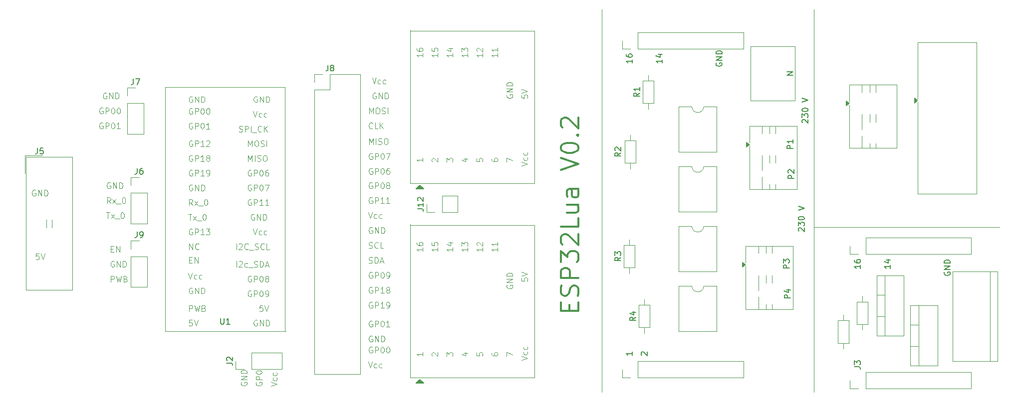
<source format=gbr>
%TF.GenerationSoftware,KiCad,Pcbnew,9.0.3*%
%TF.CreationDate,2025-08-28T14:02:25+02:00*%
%TF.ProjectId,luaos,6c75616f-732e-46b6-9963-61645f706362,rev?*%
%TF.SameCoordinates,Original*%
%TF.FileFunction,Legend,Top*%
%TF.FilePolarity,Positive*%
%FSLAX46Y46*%
G04 Gerber Fmt 4.6, Leading zero omitted, Abs format (unit mm)*
G04 Created by KiCad (PCBNEW 9.0.3) date 2025-08-28 14:02:25*
%MOMM*%
%LPD*%
G01*
G04 APERTURE LIST*
%ADD10C,0.100000*%
%ADD11C,0.150000*%
%ADD12C,0.300000*%
%ADD13C,0.120000*%
G04 APERTURE END LIST*
D10*
X142000000Y-73000000D02*
X142000000Y-138000000D01*
X178000000Y-110000000D02*
X209500000Y-110000000D01*
X178000000Y-73000000D02*
X178000000Y-138000000D01*
X113267657Y-131823734D02*
X113220038Y-131776115D01*
X113220038Y-131776115D02*
X113172419Y-131680877D01*
X113172419Y-131680877D02*
X113172419Y-131442782D01*
X113172419Y-131442782D02*
X113220038Y-131347544D01*
X113220038Y-131347544D02*
X113267657Y-131299925D01*
X113267657Y-131299925D02*
X113362895Y-131252306D01*
X113362895Y-131252306D02*
X113458133Y-131252306D01*
X113458133Y-131252306D02*
X113600990Y-131299925D01*
X113600990Y-131299925D02*
X114172419Y-131871353D01*
X114172419Y-131871353D02*
X114172419Y-131252306D01*
X125920038Y-87437306D02*
X125872419Y-87532544D01*
X125872419Y-87532544D02*
X125872419Y-87675401D01*
X125872419Y-87675401D02*
X125920038Y-87818258D01*
X125920038Y-87818258D02*
X126015276Y-87913496D01*
X126015276Y-87913496D02*
X126110514Y-87961115D01*
X126110514Y-87961115D02*
X126300990Y-88008734D01*
X126300990Y-88008734D02*
X126443847Y-88008734D01*
X126443847Y-88008734D02*
X126634323Y-87961115D01*
X126634323Y-87961115D02*
X126729561Y-87913496D01*
X126729561Y-87913496D02*
X126824800Y-87818258D01*
X126824800Y-87818258D02*
X126872419Y-87675401D01*
X126872419Y-87675401D02*
X126872419Y-87580163D01*
X126872419Y-87580163D02*
X126824800Y-87437306D01*
X126824800Y-87437306D02*
X126777180Y-87389687D01*
X126777180Y-87389687D02*
X126443847Y-87389687D01*
X126443847Y-87389687D02*
X126443847Y-87580163D01*
X126872419Y-86961115D02*
X125872419Y-86961115D01*
X125872419Y-86961115D02*
X126872419Y-86389687D01*
X126872419Y-86389687D02*
X125872419Y-86389687D01*
X126872419Y-85913496D02*
X125872419Y-85913496D01*
X125872419Y-85913496D02*
X125872419Y-85675401D01*
X125872419Y-85675401D02*
X125920038Y-85532544D01*
X125920038Y-85532544D02*
X126015276Y-85437306D01*
X126015276Y-85437306D02*
X126110514Y-85389687D01*
X126110514Y-85389687D02*
X126300990Y-85342068D01*
X126300990Y-85342068D02*
X126443847Y-85342068D01*
X126443847Y-85342068D02*
X126634323Y-85389687D01*
X126634323Y-85389687D02*
X126729561Y-85437306D01*
X126729561Y-85437306D02*
X126824800Y-85532544D01*
X126824800Y-85532544D02*
X126872419Y-85675401D01*
X126872419Y-85675401D02*
X126872419Y-85913496D01*
D11*
X147139819Y-81470476D02*
X147139819Y-82041904D01*
X147139819Y-81756190D02*
X146139819Y-81756190D01*
X146139819Y-81756190D02*
X146282676Y-81851428D01*
X146282676Y-81851428D02*
X146377914Y-81946666D01*
X146377914Y-81946666D02*
X146425533Y-82041904D01*
X146139819Y-80613333D02*
X146139819Y-80803809D01*
X146139819Y-80803809D02*
X146187438Y-80899047D01*
X146187438Y-80899047D02*
X146235057Y-80946666D01*
X146235057Y-80946666D02*
X146377914Y-81041904D01*
X146377914Y-81041904D02*
X146568390Y-81089523D01*
X146568390Y-81089523D02*
X146949342Y-81089523D01*
X146949342Y-81089523D02*
X147044580Y-81041904D01*
X147044580Y-81041904D02*
X147092200Y-80994285D01*
X147092200Y-80994285D02*
X147139819Y-80899047D01*
X147139819Y-80899047D02*
X147139819Y-80708571D01*
X147139819Y-80708571D02*
X147092200Y-80613333D01*
X147092200Y-80613333D02*
X147044580Y-80565714D01*
X147044580Y-80565714D02*
X146949342Y-80518095D01*
X146949342Y-80518095D02*
X146711247Y-80518095D01*
X146711247Y-80518095D02*
X146616009Y-80565714D01*
X146616009Y-80565714D02*
X146568390Y-80613333D01*
X146568390Y-80613333D02*
X146520771Y-80708571D01*
X146520771Y-80708571D02*
X146520771Y-80899047D01*
X146520771Y-80899047D02*
X146568390Y-80994285D01*
X146568390Y-80994285D02*
X146616009Y-81041904D01*
X146616009Y-81041904D02*
X146711247Y-81089523D01*
D10*
X102396027Y-132857419D02*
X102729360Y-133857419D01*
X102729360Y-133857419D02*
X103062693Y-132857419D01*
X103824598Y-133809800D02*
X103729360Y-133857419D01*
X103729360Y-133857419D02*
X103538884Y-133857419D01*
X103538884Y-133857419D02*
X103443646Y-133809800D01*
X103443646Y-133809800D02*
X103396027Y-133762180D01*
X103396027Y-133762180D02*
X103348408Y-133666942D01*
X103348408Y-133666942D02*
X103348408Y-133381228D01*
X103348408Y-133381228D02*
X103396027Y-133285990D01*
X103396027Y-133285990D02*
X103443646Y-133238371D01*
X103443646Y-133238371D02*
X103538884Y-133190752D01*
X103538884Y-133190752D02*
X103729360Y-133190752D01*
X103729360Y-133190752D02*
X103824598Y-133238371D01*
X104681741Y-133809800D02*
X104586503Y-133857419D01*
X104586503Y-133857419D02*
X104396027Y-133857419D01*
X104396027Y-133857419D02*
X104300789Y-133809800D01*
X104300789Y-133809800D02*
X104253170Y-133762180D01*
X104253170Y-133762180D02*
X104205551Y-133666942D01*
X104205551Y-133666942D02*
X104205551Y-133381228D01*
X104205551Y-133381228D02*
X104253170Y-133285990D01*
X104253170Y-133285990D02*
X104300789Y-133238371D01*
X104300789Y-133238371D02*
X104396027Y-133190752D01*
X104396027Y-133190752D02*
X104586503Y-133190752D01*
X104586503Y-133190752D02*
X104681741Y-133238371D01*
X114172419Y-80452306D02*
X114172419Y-81023734D01*
X114172419Y-80738020D02*
X113172419Y-80738020D01*
X113172419Y-80738020D02*
X113315276Y-80833258D01*
X113315276Y-80833258D02*
X113410514Y-80928496D01*
X113410514Y-80928496D02*
X113458133Y-81023734D01*
X113172419Y-79547544D02*
X113172419Y-80023734D01*
X113172419Y-80023734D02*
X113648609Y-80071353D01*
X113648609Y-80071353D02*
X113600990Y-80023734D01*
X113600990Y-80023734D02*
X113553371Y-79928496D01*
X113553371Y-79928496D02*
X113553371Y-79690401D01*
X113553371Y-79690401D02*
X113600990Y-79595163D01*
X113600990Y-79595163D02*
X113648609Y-79547544D01*
X113648609Y-79547544D02*
X113743847Y-79499925D01*
X113743847Y-79499925D02*
X113981942Y-79499925D01*
X113981942Y-79499925D02*
X114077180Y-79547544D01*
X114077180Y-79547544D02*
X114124800Y-79595163D01*
X114124800Y-79595163D02*
X114172419Y-79690401D01*
X114172419Y-79690401D02*
X114172419Y-79928496D01*
X114172419Y-79928496D02*
X114124800Y-80023734D01*
X114124800Y-80023734D02*
X114077180Y-80071353D01*
X57946027Y-107457419D02*
X58517455Y-107457419D01*
X58231741Y-108457419D02*
X58231741Y-107457419D01*
X58755551Y-108457419D02*
X59279360Y-107790752D01*
X58755551Y-107790752D02*
X59279360Y-108457419D01*
X59422218Y-108552657D02*
X60184122Y-108552657D01*
X60612694Y-107457419D02*
X60707932Y-107457419D01*
X60707932Y-107457419D02*
X60803170Y-107505038D01*
X60803170Y-107505038D02*
X60850789Y-107552657D01*
X60850789Y-107552657D02*
X60898408Y-107647895D01*
X60898408Y-107647895D02*
X60946027Y-107838371D01*
X60946027Y-107838371D02*
X60946027Y-108076466D01*
X60946027Y-108076466D02*
X60898408Y-108266942D01*
X60898408Y-108266942D02*
X60850789Y-108362180D01*
X60850789Y-108362180D02*
X60803170Y-108409800D01*
X60803170Y-108409800D02*
X60707932Y-108457419D01*
X60707932Y-108457419D02*
X60612694Y-108457419D01*
X60612694Y-108457419D02*
X60517456Y-108409800D01*
X60517456Y-108409800D02*
X60469837Y-108362180D01*
X60469837Y-108362180D02*
X60422218Y-108266942D01*
X60422218Y-108266942D02*
X60374599Y-108076466D01*
X60374599Y-108076466D02*
X60374599Y-107838371D01*
X60374599Y-107838371D02*
X60422218Y-107647895D01*
X60422218Y-107647895D02*
X60469837Y-107552657D01*
X60469837Y-107552657D02*
X60517456Y-107505038D01*
X60517456Y-107505038D02*
X60612694Y-107457419D01*
X46500074Y-114442419D02*
X46023884Y-114442419D01*
X46023884Y-114442419D02*
X45976265Y-114918609D01*
X45976265Y-114918609D02*
X46023884Y-114870990D01*
X46023884Y-114870990D02*
X46119122Y-114823371D01*
X46119122Y-114823371D02*
X46357217Y-114823371D01*
X46357217Y-114823371D02*
X46452455Y-114870990D01*
X46452455Y-114870990D02*
X46500074Y-114918609D01*
X46500074Y-114918609D02*
X46547693Y-115013847D01*
X46547693Y-115013847D02*
X46547693Y-115251942D01*
X46547693Y-115251942D02*
X46500074Y-115347180D01*
X46500074Y-115347180D02*
X46452455Y-115394800D01*
X46452455Y-115394800D02*
X46357217Y-115442419D01*
X46357217Y-115442419D02*
X46119122Y-115442419D01*
X46119122Y-115442419D02*
X46023884Y-115394800D01*
X46023884Y-115394800D02*
X45976265Y-115347180D01*
X46833408Y-114442419D02*
X47166741Y-115442419D01*
X47166741Y-115442419D02*
X47500074Y-114442419D01*
X111632419Y-80452306D02*
X111632419Y-81023734D01*
X111632419Y-80738020D02*
X110632419Y-80738020D01*
X110632419Y-80738020D02*
X110775276Y-80833258D01*
X110775276Y-80833258D02*
X110870514Y-80928496D01*
X110870514Y-80928496D02*
X110918133Y-81023734D01*
X110632419Y-79595163D02*
X110632419Y-79785639D01*
X110632419Y-79785639D02*
X110680038Y-79880877D01*
X110680038Y-79880877D02*
X110727657Y-79928496D01*
X110727657Y-79928496D02*
X110870514Y-80023734D01*
X110870514Y-80023734D02*
X111060990Y-80071353D01*
X111060990Y-80071353D02*
X111441942Y-80071353D01*
X111441942Y-80071353D02*
X111537180Y-80023734D01*
X111537180Y-80023734D02*
X111584800Y-79976115D01*
X111584800Y-79976115D02*
X111632419Y-79880877D01*
X111632419Y-79880877D02*
X111632419Y-79690401D01*
X111632419Y-79690401D02*
X111584800Y-79595163D01*
X111584800Y-79595163D02*
X111537180Y-79547544D01*
X111537180Y-79547544D02*
X111441942Y-79499925D01*
X111441942Y-79499925D02*
X111203847Y-79499925D01*
X111203847Y-79499925D02*
X111108609Y-79547544D01*
X111108609Y-79547544D02*
X111060990Y-79595163D01*
X111060990Y-79595163D02*
X111013371Y-79690401D01*
X111013371Y-79690401D02*
X111013371Y-79880877D01*
X111013371Y-79880877D02*
X111060990Y-79976115D01*
X111060990Y-79976115D02*
X111108609Y-80023734D01*
X111108609Y-80023734D02*
X111203847Y-80071353D01*
X102396027Y-107457419D02*
X102729360Y-108457419D01*
X102729360Y-108457419D02*
X103062693Y-107457419D01*
X103824598Y-108409800D02*
X103729360Y-108457419D01*
X103729360Y-108457419D02*
X103538884Y-108457419D01*
X103538884Y-108457419D02*
X103443646Y-108409800D01*
X103443646Y-108409800D02*
X103396027Y-108362180D01*
X103396027Y-108362180D02*
X103348408Y-108266942D01*
X103348408Y-108266942D02*
X103348408Y-107981228D01*
X103348408Y-107981228D02*
X103396027Y-107885990D01*
X103396027Y-107885990D02*
X103443646Y-107838371D01*
X103443646Y-107838371D02*
X103538884Y-107790752D01*
X103538884Y-107790752D02*
X103729360Y-107790752D01*
X103729360Y-107790752D02*
X103824598Y-107838371D01*
X104681741Y-108409800D02*
X104586503Y-108457419D01*
X104586503Y-108457419D02*
X104396027Y-108457419D01*
X104396027Y-108457419D02*
X104300789Y-108409800D01*
X104300789Y-108409800D02*
X104253170Y-108362180D01*
X104253170Y-108362180D02*
X104205551Y-108266942D01*
X104205551Y-108266942D02*
X104205551Y-107981228D01*
X104205551Y-107981228D02*
X104253170Y-107885990D01*
X104253170Y-107885990D02*
X104300789Y-107838371D01*
X104300789Y-107838371D02*
X104396027Y-107790752D01*
X104396027Y-107790752D02*
X104586503Y-107790752D01*
X104586503Y-107790752D02*
X104681741Y-107838371D01*
D11*
X185874819Y-116395476D02*
X185874819Y-116966904D01*
X185874819Y-116681190D02*
X184874819Y-116681190D01*
X184874819Y-116681190D02*
X185017676Y-116776428D01*
X185017676Y-116776428D02*
X185112914Y-116871666D01*
X185112914Y-116871666D02*
X185160533Y-116966904D01*
X184874819Y-115538333D02*
X184874819Y-115728809D01*
X184874819Y-115728809D02*
X184922438Y-115824047D01*
X184922438Y-115824047D02*
X184970057Y-115871666D01*
X184970057Y-115871666D02*
X185112914Y-115966904D01*
X185112914Y-115966904D02*
X185303390Y-116014523D01*
X185303390Y-116014523D02*
X185684342Y-116014523D01*
X185684342Y-116014523D02*
X185779580Y-115966904D01*
X185779580Y-115966904D02*
X185827200Y-115919285D01*
X185827200Y-115919285D02*
X185874819Y-115824047D01*
X185874819Y-115824047D02*
X185874819Y-115633571D01*
X185874819Y-115633571D02*
X185827200Y-115538333D01*
X185827200Y-115538333D02*
X185779580Y-115490714D01*
X185779580Y-115490714D02*
X185684342Y-115443095D01*
X185684342Y-115443095D02*
X185446247Y-115443095D01*
X185446247Y-115443095D02*
X185351009Y-115490714D01*
X185351009Y-115490714D02*
X185303390Y-115538333D01*
X185303390Y-115538333D02*
X185255771Y-115633571D01*
X185255771Y-115633571D02*
X185255771Y-115824047D01*
X185255771Y-115824047D02*
X185303390Y-115919285D01*
X185303390Y-115919285D02*
X185351009Y-115966904D01*
X185351009Y-115966904D02*
X185446247Y-116014523D01*
D10*
X115712419Y-98851353D02*
X115712419Y-98232306D01*
X115712419Y-98232306D02*
X116093371Y-98565639D01*
X116093371Y-98565639D02*
X116093371Y-98422782D01*
X116093371Y-98422782D02*
X116140990Y-98327544D01*
X116140990Y-98327544D02*
X116188609Y-98279925D01*
X116188609Y-98279925D02*
X116283847Y-98232306D01*
X116283847Y-98232306D02*
X116521942Y-98232306D01*
X116521942Y-98232306D02*
X116617180Y-98279925D01*
X116617180Y-98279925D02*
X116664800Y-98327544D01*
X116664800Y-98327544D02*
X116712419Y-98422782D01*
X116712419Y-98422782D02*
X116712419Y-98708496D01*
X116712419Y-98708496D02*
X116664800Y-98803734D01*
X116664800Y-98803734D02*
X116617180Y-98851353D01*
D11*
X173809819Y-116943094D02*
X172809819Y-116943094D01*
X172809819Y-116943094D02*
X172809819Y-116562142D01*
X172809819Y-116562142D02*
X172857438Y-116466904D01*
X172857438Y-116466904D02*
X172905057Y-116419285D01*
X172905057Y-116419285D02*
X173000295Y-116371666D01*
X173000295Y-116371666D02*
X173143152Y-116371666D01*
X173143152Y-116371666D02*
X173238390Y-116419285D01*
X173238390Y-116419285D02*
X173286009Y-116466904D01*
X173286009Y-116466904D02*
X173333628Y-116562142D01*
X173333628Y-116562142D02*
X173333628Y-116943094D01*
X172809819Y-116038332D02*
X172809819Y-115419285D01*
X172809819Y-115419285D02*
X173190771Y-115752618D01*
X173190771Y-115752618D02*
X173190771Y-115609761D01*
X173190771Y-115609761D02*
X173238390Y-115514523D01*
X173238390Y-115514523D02*
X173286009Y-115466904D01*
X173286009Y-115466904D02*
X173381247Y-115419285D01*
X173381247Y-115419285D02*
X173619342Y-115419285D01*
X173619342Y-115419285D02*
X173714580Y-115466904D01*
X173714580Y-115466904D02*
X173762200Y-115514523D01*
X173762200Y-115514523D02*
X173809819Y-115609761D01*
X173809819Y-115609761D02*
X173809819Y-115895475D01*
X173809819Y-115895475D02*
X173762200Y-115990713D01*
X173762200Y-115990713D02*
X173714580Y-116038332D01*
X152219819Y-81470476D02*
X152219819Y-82041904D01*
X152219819Y-81756190D02*
X151219819Y-81756190D01*
X151219819Y-81756190D02*
X151362676Y-81851428D01*
X151362676Y-81851428D02*
X151457914Y-81946666D01*
X151457914Y-81946666D02*
X151505533Y-82041904D01*
X151553152Y-80613333D02*
X152219819Y-80613333D01*
X151172200Y-80851428D02*
X151886485Y-81089523D01*
X151886485Y-81089523D02*
X151886485Y-80470476D01*
D10*
X124332419Y-113472306D02*
X124332419Y-114043734D01*
X124332419Y-113758020D02*
X123332419Y-113758020D01*
X123332419Y-113758020D02*
X123475276Y-113853258D01*
X123475276Y-113853258D02*
X123570514Y-113948496D01*
X123570514Y-113948496D02*
X123618133Y-114043734D01*
X124332419Y-112519925D02*
X124332419Y-113091353D01*
X124332419Y-112805639D02*
X123332419Y-112805639D01*
X123332419Y-112805639D02*
X123475276Y-112900877D01*
X123475276Y-112900877D02*
X123570514Y-112996115D01*
X123570514Y-112996115D02*
X123618133Y-113091353D01*
D11*
X174619819Y-101703094D02*
X173619819Y-101703094D01*
X173619819Y-101703094D02*
X173619819Y-101322142D01*
X173619819Y-101322142D02*
X173667438Y-101226904D01*
X173667438Y-101226904D02*
X173715057Y-101179285D01*
X173715057Y-101179285D02*
X173810295Y-101131666D01*
X173810295Y-101131666D02*
X173953152Y-101131666D01*
X173953152Y-101131666D02*
X174048390Y-101179285D01*
X174048390Y-101179285D02*
X174096009Y-101226904D01*
X174096009Y-101226904D02*
X174143628Y-101322142D01*
X174143628Y-101322142D02*
X174143628Y-101703094D01*
X173715057Y-100750713D02*
X173667438Y-100703094D01*
X173667438Y-100703094D02*
X173619819Y-100607856D01*
X173619819Y-100607856D02*
X173619819Y-100369761D01*
X173619819Y-100369761D02*
X173667438Y-100274523D01*
X173667438Y-100274523D02*
X173715057Y-100226904D01*
X173715057Y-100226904D02*
X173810295Y-100179285D01*
X173810295Y-100179285D02*
X173905533Y-100179285D01*
X173905533Y-100179285D02*
X174048390Y-100226904D01*
X174048390Y-100226904D02*
X174619819Y-100798332D01*
X174619819Y-100798332D02*
X174619819Y-100179285D01*
D10*
X118585752Y-98327544D02*
X119252419Y-98327544D01*
X118204800Y-98565639D02*
X118919085Y-98803734D01*
X118919085Y-98803734D02*
X118919085Y-98184687D01*
D11*
X174444819Y-84105713D02*
X173444819Y-84105713D01*
X173444819Y-84105713D02*
X174444819Y-83534285D01*
X174444819Y-83534285D02*
X173444819Y-83534285D01*
D10*
X118585752Y-131347544D02*
X119252419Y-131347544D01*
X118204800Y-131585639D02*
X118919085Y-131823734D01*
X118919085Y-131823734D02*
X118919085Y-131204687D01*
X83375038Y-136332306D02*
X83327419Y-136427544D01*
X83327419Y-136427544D02*
X83327419Y-136570401D01*
X83327419Y-136570401D02*
X83375038Y-136713258D01*
X83375038Y-136713258D02*
X83470276Y-136808496D01*
X83470276Y-136808496D02*
X83565514Y-136856115D01*
X83565514Y-136856115D02*
X83755990Y-136903734D01*
X83755990Y-136903734D02*
X83898847Y-136903734D01*
X83898847Y-136903734D02*
X84089323Y-136856115D01*
X84089323Y-136856115D02*
X84184561Y-136808496D01*
X84184561Y-136808496D02*
X84279800Y-136713258D01*
X84279800Y-136713258D02*
X84327419Y-136570401D01*
X84327419Y-136570401D02*
X84327419Y-136475163D01*
X84327419Y-136475163D02*
X84279800Y-136332306D01*
X84279800Y-136332306D02*
X84232180Y-136284687D01*
X84232180Y-136284687D02*
X83898847Y-136284687D01*
X83898847Y-136284687D02*
X83898847Y-136475163D01*
X84327419Y-135856115D02*
X83327419Y-135856115D01*
X83327419Y-135856115D02*
X83327419Y-135475163D01*
X83327419Y-135475163D02*
X83375038Y-135379925D01*
X83375038Y-135379925D02*
X83422657Y-135332306D01*
X83422657Y-135332306D02*
X83517895Y-135284687D01*
X83517895Y-135284687D02*
X83660752Y-135284687D01*
X83660752Y-135284687D02*
X83755990Y-135332306D01*
X83755990Y-135332306D02*
X83803609Y-135379925D01*
X83803609Y-135379925D02*
X83851228Y-135475163D01*
X83851228Y-135475163D02*
X83851228Y-135856115D01*
X83327419Y-134665639D02*
X83327419Y-134570401D01*
X83327419Y-134570401D02*
X83375038Y-134475163D01*
X83375038Y-134475163D02*
X83422657Y-134427544D01*
X83422657Y-134427544D02*
X83517895Y-134379925D01*
X83517895Y-134379925D02*
X83708371Y-134332306D01*
X83708371Y-134332306D02*
X83946466Y-134332306D01*
X83946466Y-134332306D02*
X84136942Y-134379925D01*
X84136942Y-134379925D02*
X84232180Y-134427544D01*
X84232180Y-134427544D02*
X84279800Y-134475163D01*
X84279800Y-134475163D02*
X84327419Y-134570401D01*
X84327419Y-134570401D02*
X84327419Y-134665639D01*
X84327419Y-134665639D02*
X84279800Y-134760877D01*
X84279800Y-134760877D02*
X84232180Y-134808496D01*
X84232180Y-134808496D02*
X84136942Y-134856115D01*
X84136942Y-134856115D02*
X83946466Y-134903734D01*
X83946466Y-134903734D02*
X83708371Y-134903734D01*
X83708371Y-134903734D02*
X83517895Y-134856115D01*
X83517895Y-134856115D02*
X83422657Y-134808496D01*
X83422657Y-134808496D02*
X83375038Y-134760877D01*
X83375038Y-134760877D02*
X83327419Y-134665639D01*
D11*
X174444819Y-96623094D02*
X173444819Y-96623094D01*
X173444819Y-96623094D02*
X173444819Y-96242142D01*
X173444819Y-96242142D02*
X173492438Y-96146904D01*
X173492438Y-96146904D02*
X173540057Y-96099285D01*
X173540057Y-96099285D02*
X173635295Y-96051666D01*
X173635295Y-96051666D02*
X173778152Y-96051666D01*
X173778152Y-96051666D02*
X173873390Y-96099285D01*
X173873390Y-96099285D02*
X173921009Y-96146904D01*
X173921009Y-96146904D02*
X173968628Y-96242142D01*
X173968628Y-96242142D02*
X173968628Y-96623094D01*
X174444819Y-95099285D02*
X174444819Y-95670713D01*
X174444819Y-95384999D02*
X173444819Y-95384999D01*
X173444819Y-95384999D02*
X173587676Y-95480237D01*
X173587676Y-95480237D02*
X173682914Y-95575475D01*
X173682914Y-95575475D02*
X173730533Y-95670713D01*
X190954819Y-116395476D02*
X190954819Y-116966904D01*
X190954819Y-116681190D02*
X189954819Y-116681190D01*
X189954819Y-116681190D02*
X190097676Y-116776428D01*
X190097676Y-116776428D02*
X190192914Y-116871666D01*
X190192914Y-116871666D02*
X190240533Y-116966904D01*
X190288152Y-115538333D02*
X190954819Y-115538333D01*
X189907200Y-115776428D02*
X190621485Y-116014523D01*
X190621485Y-116014523D02*
X190621485Y-115395476D01*
D10*
X120792419Y-98279925D02*
X120792419Y-98756115D01*
X120792419Y-98756115D02*
X121268609Y-98803734D01*
X121268609Y-98803734D02*
X121220990Y-98756115D01*
X121220990Y-98756115D02*
X121173371Y-98660877D01*
X121173371Y-98660877D02*
X121173371Y-98422782D01*
X121173371Y-98422782D02*
X121220990Y-98327544D01*
X121220990Y-98327544D02*
X121268609Y-98279925D01*
X121268609Y-98279925D02*
X121363847Y-98232306D01*
X121363847Y-98232306D02*
X121601942Y-98232306D01*
X121601942Y-98232306D02*
X121697180Y-98279925D01*
X121697180Y-98279925D02*
X121744800Y-98327544D01*
X121744800Y-98327544D02*
X121792419Y-98422782D01*
X121792419Y-98422782D02*
X121792419Y-98660877D01*
X121792419Y-98660877D02*
X121744800Y-98756115D01*
X121744800Y-98756115D02*
X121697180Y-98803734D01*
X125872419Y-131871353D02*
X125872419Y-131204687D01*
X125872419Y-131204687D02*
X126872419Y-131633258D01*
X57342693Y-89725038D02*
X57247455Y-89677419D01*
X57247455Y-89677419D02*
X57104598Y-89677419D01*
X57104598Y-89677419D02*
X56961741Y-89725038D01*
X56961741Y-89725038D02*
X56866503Y-89820276D01*
X56866503Y-89820276D02*
X56818884Y-89915514D01*
X56818884Y-89915514D02*
X56771265Y-90105990D01*
X56771265Y-90105990D02*
X56771265Y-90248847D01*
X56771265Y-90248847D02*
X56818884Y-90439323D01*
X56818884Y-90439323D02*
X56866503Y-90534561D01*
X56866503Y-90534561D02*
X56961741Y-90629800D01*
X56961741Y-90629800D02*
X57104598Y-90677419D01*
X57104598Y-90677419D02*
X57199836Y-90677419D01*
X57199836Y-90677419D02*
X57342693Y-90629800D01*
X57342693Y-90629800D02*
X57390312Y-90582180D01*
X57390312Y-90582180D02*
X57390312Y-90248847D01*
X57390312Y-90248847D02*
X57199836Y-90248847D01*
X57818884Y-90677419D02*
X57818884Y-89677419D01*
X57818884Y-89677419D02*
X58199836Y-89677419D01*
X58199836Y-89677419D02*
X58295074Y-89725038D01*
X58295074Y-89725038D02*
X58342693Y-89772657D01*
X58342693Y-89772657D02*
X58390312Y-89867895D01*
X58390312Y-89867895D02*
X58390312Y-90010752D01*
X58390312Y-90010752D02*
X58342693Y-90105990D01*
X58342693Y-90105990D02*
X58295074Y-90153609D01*
X58295074Y-90153609D02*
X58199836Y-90201228D01*
X58199836Y-90201228D02*
X57818884Y-90201228D01*
X59009360Y-89677419D02*
X59104598Y-89677419D01*
X59104598Y-89677419D02*
X59199836Y-89725038D01*
X59199836Y-89725038D02*
X59247455Y-89772657D01*
X59247455Y-89772657D02*
X59295074Y-89867895D01*
X59295074Y-89867895D02*
X59342693Y-90058371D01*
X59342693Y-90058371D02*
X59342693Y-90296466D01*
X59342693Y-90296466D02*
X59295074Y-90486942D01*
X59295074Y-90486942D02*
X59247455Y-90582180D01*
X59247455Y-90582180D02*
X59199836Y-90629800D01*
X59199836Y-90629800D02*
X59104598Y-90677419D01*
X59104598Y-90677419D02*
X59009360Y-90677419D01*
X59009360Y-90677419D02*
X58914122Y-90629800D01*
X58914122Y-90629800D02*
X58866503Y-90582180D01*
X58866503Y-90582180D02*
X58818884Y-90486942D01*
X58818884Y-90486942D02*
X58771265Y-90296466D01*
X58771265Y-90296466D02*
X58771265Y-90058371D01*
X58771265Y-90058371D02*
X58818884Y-89867895D01*
X58818884Y-89867895D02*
X58866503Y-89772657D01*
X58866503Y-89772657D02*
X58914122Y-89725038D01*
X58914122Y-89725038D02*
X59009360Y-89677419D01*
X59961741Y-89677419D02*
X60056979Y-89677419D01*
X60056979Y-89677419D02*
X60152217Y-89725038D01*
X60152217Y-89725038D02*
X60199836Y-89772657D01*
X60199836Y-89772657D02*
X60247455Y-89867895D01*
X60247455Y-89867895D02*
X60295074Y-90058371D01*
X60295074Y-90058371D02*
X60295074Y-90296466D01*
X60295074Y-90296466D02*
X60247455Y-90486942D01*
X60247455Y-90486942D02*
X60199836Y-90582180D01*
X60199836Y-90582180D02*
X60152217Y-90629800D01*
X60152217Y-90629800D02*
X60056979Y-90677419D01*
X60056979Y-90677419D02*
X59961741Y-90677419D01*
X59961741Y-90677419D02*
X59866503Y-90629800D01*
X59866503Y-90629800D02*
X59818884Y-90582180D01*
X59818884Y-90582180D02*
X59771265Y-90486942D01*
X59771265Y-90486942D02*
X59723646Y-90296466D01*
X59723646Y-90296466D02*
X59723646Y-90058371D01*
X59723646Y-90058371D02*
X59771265Y-89867895D01*
X59771265Y-89867895D02*
X59818884Y-89772657D01*
X59818884Y-89772657D02*
X59866503Y-89725038D01*
X59866503Y-89725038D02*
X59961741Y-89677419D01*
X103697693Y-87185038D02*
X103602455Y-87137419D01*
X103602455Y-87137419D02*
X103459598Y-87137419D01*
X103459598Y-87137419D02*
X103316741Y-87185038D01*
X103316741Y-87185038D02*
X103221503Y-87280276D01*
X103221503Y-87280276D02*
X103173884Y-87375514D01*
X103173884Y-87375514D02*
X103126265Y-87565990D01*
X103126265Y-87565990D02*
X103126265Y-87708847D01*
X103126265Y-87708847D02*
X103173884Y-87899323D01*
X103173884Y-87899323D02*
X103221503Y-87994561D01*
X103221503Y-87994561D02*
X103316741Y-88089800D01*
X103316741Y-88089800D02*
X103459598Y-88137419D01*
X103459598Y-88137419D02*
X103554836Y-88137419D01*
X103554836Y-88137419D02*
X103697693Y-88089800D01*
X103697693Y-88089800D02*
X103745312Y-88042180D01*
X103745312Y-88042180D02*
X103745312Y-87708847D01*
X103745312Y-87708847D02*
X103554836Y-87708847D01*
X104173884Y-88137419D02*
X104173884Y-87137419D01*
X104173884Y-87137419D02*
X104745312Y-88137419D01*
X104745312Y-88137419D02*
X104745312Y-87137419D01*
X105221503Y-88137419D02*
X105221503Y-87137419D01*
X105221503Y-87137419D02*
X105459598Y-87137419D01*
X105459598Y-87137419D02*
X105602455Y-87185038D01*
X105602455Y-87185038D02*
X105697693Y-87280276D01*
X105697693Y-87280276D02*
X105745312Y-87375514D01*
X105745312Y-87375514D02*
X105792931Y-87565990D01*
X105792931Y-87565990D02*
X105792931Y-87708847D01*
X105792931Y-87708847D02*
X105745312Y-87899323D01*
X105745312Y-87899323D02*
X105697693Y-87994561D01*
X105697693Y-87994561D02*
X105602455Y-88089800D01*
X105602455Y-88089800D02*
X105459598Y-88137419D01*
X105459598Y-88137419D02*
X105221503Y-88137419D01*
X58723884Y-119252419D02*
X58723884Y-118252419D01*
X58723884Y-118252419D02*
X59104836Y-118252419D01*
X59104836Y-118252419D02*
X59200074Y-118300038D01*
X59200074Y-118300038D02*
X59247693Y-118347657D01*
X59247693Y-118347657D02*
X59295312Y-118442895D01*
X59295312Y-118442895D02*
X59295312Y-118585752D01*
X59295312Y-118585752D02*
X59247693Y-118680990D01*
X59247693Y-118680990D02*
X59200074Y-118728609D01*
X59200074Y-118728609D02*
X59104836Y-118776228D01*
X59104836Y-118776228D02*
X58723884Y-118776228D01*
X59628646Y-118252419D02*
X59866741Y-119252419D01*
X59866741Y-119252419D02*
X60057217Y-118538133D01*
X60057217Y-118538133D02*
X60247693Y-119252419D01*
X60247693Y-119252419D02*
X60485789Y-118252419D01*
X61200074Y-118728609D02*
X61342931Y-118776228D01*
X61342931Y-118776228D02*
X61390550Y-118823847D01*
X61390550Y-118823847D02*
X61438169Y-118919085D01*
X61438169Y-118919085D02*
X61438169Y-119061942D01*
X61438169Y-119061942D02*
X61390550Y-119157180D01*
X61390550Y-119157180D02*
X61342931Y-119204800D01*
X61342931Y-119204800D02*
X61247693Y-119252419D01*
X61247693Y-119252419D02*
X60866741Y-119252419D01*
X60866741Y-119252419D02*
X60866741Y-118252419D01*
X60866741Y-118252419D02*
X61200074Y-118252419D01*
X61200074Y-118252419D02*
X61295312Y-118300038D01*
X61295312Y-118300038D02*
X61342931Y-118347657D01*
X61342931Y-118347657D02*
X61390550Y-118442895D01*
X61390550Y-118442895D02*
X61390550Y-118538133D01*
X61390550Y-118538133D02*
X61342931Y-118633371D01*
X61342931Y-118633371D02*
X61295312Y-118680990D01*
X61295312Y-118680990D02*
X61200074Y-118728609D01*
X61200074Y-118728609D02*
X60866741Y-118728609D01*
X103062693Y-130365038D02*
X102967455Y-130317419D01*
X102967455Y-130317419D02*
X102824598Y-130317419D01*
X102824598Y-130317419D02*
X102681741Y-130365038D01*
X102681741Y-130365038D02*
X102586503Y-130460276D01*
X102586503Y-130460276D02*
X102538884Y-130555514D01*
X102538884Y-130555514D02*
X102491265Y-130745990D01*
X102491265Y-130745990D02*
X102491265Y-130888847D01*
X102491265Y-130888847D02*
X102538884Y-131079323D01*
X102538884Y-131079323D02*
X102586503Y-131174561D01*
X102586503Y-131174561D02*
X102681741Y-131269800D01*
X102681741Y-131269800D02*
X102824598Y-131317419D01*
X102824598Y-131317419D02*
X102919836Y-131317419D01*
X102919836Y-131317419D02*
X103062693Y-131269800D01*
X103062693Y-131269800D02*
X103110312Y-131222180D01*
X103110312Y-131222180D02*
X103110312Y-130888847D01*
X103110312Y-130888847D02*
X102919836Y-130888847D01*
X103538884Y-131317419D02*
X103538884Y-130317419D01*
X103538884Y-130317419D02*
X103919836Y-130317419D01*
X103919836Y-130317419D02*
X104015074Y-130365038D01*
X104015074Y-130365038D02*
X104062693Y-130412657D01*
X104062693Y-130412657D02*
X104110312Y-130507895D01*
X104110312Y-130507895D02*
X104110312Y-130650752D01*
X104110312Y-130650752D02*
X104062693Y-130745990D01*
X104062693Y-130745990D02*
X104015074Y-130793609D01*
X104015074Y-130793609D02*
X103919836Y-130841228D01*
X103919836Y-130841228D02*
X103538884Y-130841228D01*
X104729360Y-130317419D02*
X104824598Y-130317419D01*
X104824598Y-130317419D02*
X104919836Y-130365038D01*
X104919836Y-130365038D02*
X104967455Y-130412657D01*
X104967455Y-130412657D02*
X105015074Y-130507895D01*
X105015074Y-130507895D02*
X105062693Y-130698371D01*
X105062693Y-130698371D02*
X105062693Y-130936466D01*
X105062693Y-130936466D02*
X105015074Y-131126942D01*
X105015074Y-131126942D02*
X104967455Y-131222180D01*
X104967455Y-131222180D02*
X104919836Y-131269800D01*
X104919836Y-131269800D02*
X104824598Y-131317419D01*
X104824598Y-131317419D02*
X104729360Y-131317419D01*
X104729360Y-131317419D02*
X104634122Y-131269800D01*
X104634122Y-131269800D02*
X104586503Y-131222180D01*
X104586503Y-131222180D02*
X104538884Y-131126942D01*
X104538884Y-131126942D02*
X104491265Y-130936466D01*
X104491265Y-130936466D02*
X104491265Y-130698371D01*
X104491265Y-130698371D02*
X104538884Y-130507895D01*
X104538884Y-130507895D02*
X104586503Y-130412657D01*
X104586503Y-130412657D02*
X104634122Y-130365038D01*
X104634122Y-130365038D02*
X104729360Y-130317419D01*
X105681741Y-130317419D02*
X105776979Y-130317419D01*
X105776979Y-130317419D02*
X105872217Y-130365038D01*
X105872217Y-130365038D02*
X105919836Y-130412657D01*
X105919836Y-130412657D02*
X105967455Y-130507895D01*
X105967455Y-130507895D02*
X106015074Y-130698371D01*
X106015074Y-130698371D02*
X106015074Y-130936466D01*
X106015074Y-130936466D02*
X105967455Y-131126942D01*
X105967455Y-131126942D02*
X105919836Y-131222180D01*
X105919836Y-131222180D02*
X105872217Y-131269800D01*
X105872217Y-131269800D02*
X105776979Y-131317419D01*
X105776979Y-131317419D02*
X105681741Y-131317419D01*
X105681741Y-131317419D02*
X105586503Y-131269800D01*
X105586503Y-131269800D02*
X105538884Y-131222180D01*
X105538884Y-131222180D02*
X105491265Y-131126942D01*
X105491265Y-131126942D02*
X105443646Y-130936466D01*
X105443646Y-130936466D02*
X105443646Y-130698371D01*
X105443646Y-130698371D02*
X105491265Y-130507895D01*
X105491265Y-130507895D02*
X105538884Y-130412657D01*
X105538884Y-130412657D02*
X105586503Y-130365038D01*
X105586503Y-130365038D02*
X105681741Y-130317419D01*
D11*
X200162438Y-117601904D02*
X200114819Y-117697142D01*
X200114819Y-117697142D02*
X200114819Y-117839999D01*
X200114819Y-117839999D02*
X200162438Y-117982856D01*
X200162438Y-117982856D02*
X200257676Y-118078094D01*
X200257676Y-118078094D02*
X200352914Y-118125713D01*
X200352914Y-118125713D02*
X200543390Y-118173332D01*
X200543390Y-118173332D02*
X200686247Y-118173332D01*
X200686247Y-118173332D02*
X200876723Y-118125713D01*
X200876723Y-118125713D02*
X200971961Y-118078094D01*
X200971961Y-118078094D02*
X201067200Y-117982856D01*
X201067200Y-117982856D02*
X201114819Y-117839999D01*
X201114819Y-117839999D02*
X201114819Y-117744761D01*
X201114819Y-117744761D02*
X201067200Y-117601904D01*
X201067200Y-117601904D02*
X201019580Y-117554285D01*
X201019580Y-117554285D02*
X200686247Y-117554285D01*
X200686247Y-117554285D02*
X200686247Y-117744761D01*
X201114819Y-117125713D02*
X200114819Y-117125713D01*
X200114819Y-117125713D02*
X201114819Y-116554285D01*
X201114819Y-116554285D02*
X200114819Y-116554285D01*
X201114819Y-116078094D02*
X200114819Y-116078094D01*
X200114819Y-116078094D02*
X200114819Y-115839999D01*
X200114819Y-115839999D02*
X200162438Y-115697142D01*
X200162438Y-115697142D02*
X200257676Y-115601904D01*
X200257676Y-115601904D02*
X200352914Y-115554285D01*
X200352914Y-115554285D02*
X200543390Y-115506666D01*
X200543390Y-115506666D02*
X200686247Y-115506666D01*
X200686247Y-115506666D02*
X200876723Y-115554285D01*
X200876723Y-115554285D02*
X200971961Y-115601904D01*
X200971961Y-115601904D02*
X201067200Y-115697142D01*
X201067200Y-115697142D02*
X201114819Y-115839999D01*
X201114819Y-115839999D02*
X201114819Y-116078094D01*
D10*
X123332419Y-131347544D02*
X123332419Y-131538020D01*
X123332419Y-131538020D02*
X123380038Y-131633258D01*
X123380038Y-131633258D02*
X123427657Y-131680877D01*
X123427657Y-131680877D02*
X123570514Y-131776115D01*
X123570514Y-131776115D02*
X123760990Y-131823734D01*
X123760990Y-131823734D02*
X124141942Y-131823734D01*
X124141942Y-131823734D02*
X124237180Y-131776115D01*
X124237180Y-131776115D02*
X124284800Y-131728496D01*
X124284800Y-131728496D02*
X124332419Y-131633258D01*
X124332419Y-131633258D02*
X124332419Y-131442782D01*
X124332419Y-131442782D02*
X124284800Y-131347544D01*
X124284800Y-131347544D02*
X124237180Y-131299925D01*
X124237180Y-131299925D02*
X124141942Y-131252306D01*
X124141942Y-131252306D02*
X123903847Y-131252306D01*
X123903847Y-131252306D02*
X123808609Y-131299925D01*
X123808609Y-131299925D02*
X123760990Y-131347544D01*
X123760990Y-131347544D02*
X123713371Y-131442782D01*
X123713371Y-131442782D02*
X123713371Y-131633258D01*
X123713371Y-131633258D02*
X123760990Y-131728496D01*
X123760990Y-131728496D02*
X123808609Y-131776115D01*
X123808609Y-131776115D02*
X123903847Y-131823734D01*
D11*
X161427438Y-82041904D02*
X161379819Y-82137142D01*
X161379819Y-82137142D02*
X161379819Y-82279999D01*
X161379819Y-82279999D02*
X161427438Y-82422856D01*
X161427438Y-82422856D02*
X161522676Y-82518094D01*
X161522676Y-82518094D02*
X161617914Y-82565713D01*
X161617914Y-82565713D02*
X161808390Y-82613332D01*
X161808390Y-82613332D02*
X161951247Y-82613332D01*
X161951247Y-82613332D02*
X162141723Y-82565713D01*
X162141723Y-82565713D02*
X162236961Y-82518094D01*
X162236961Y-82518094D02*
X162332200Y-82422856D01*
X162332200Y-82422856D02*
X162379819Y-82279999D01*
X162379819Y-82279999D02*
X162379819Y-82184761D01*
X162379819Y-82184761D02*
X162332200Y-82041904D01*
X162332200Y-82041904D02*
X162284580Y-81994285D01*
X162284580Y-81994285D02*
X161951247Y-81994285D01*
X161951247Y-81994285D02*
X161951247Y-82184761D01*
X162379819Y-81565713D02*
X161379819Y-81565713D01*
X161379819Y-81565713D02*
X162379819Y-80994285D01*
X162379819Y-80994285D02*
X161379819Y-80994285D01*
X162379819Y-80518094D02*
X161379819Y-80518094D01*
X161379819Y-80518094D02*
X161379819Y-80279999D01*
X161379819Y-80279999D02*
X161427438Y-80137142D01*
X161427438Y-80137142D02*
X161522676Y-80041904D01*
X161522676Y-80041904D02*
X161617914Y-79994285D01*
X161617914Y-79994285D02*
X161808390Y-79946666D01*
X161808390Y-79946666D02*
X161951247Y-79946666D01*
X161951247Y-79946666D02*
X162141723Y-79994285D01*
X162141723Y-79994285D02*
X162236961Y-80041904D01*
X162236961Y-80041904D02*
X162332200Y-80137142D01*
X162332200Y-80137142D02*
X162379819Y-80279999D01*
X162379819Y-80279999D02*
X162379819Y-80518094D01*
D10*
X58723884Y-113648609D02*
X59057217Y-113648609D01*
X59200074Y-114172419D02*
X58723884Y-114172419D01*
X58723884Y-114172419D02*
X58723884Y-113172419D01*
X58723884Y-113172419D02*
X59200074Y-113172419D01*
X59628646Y-114172419D02*
X59628646Y-113172419D01*
X59628646Y-113172419D02*
X60200074Y-114172419D01*
X60200074Y-114172419D02*
X60200074Y-113172419D01*
X103062693Y-97455038D02*
X102967455Y-97407419D01*
X102967455Y-97407419D02*
X102824598Y-97407419D01*
X102824598Y-97407419D02*
X102681741Y-97455038D01*
X102681741Y-97455038D02*
X102586503Y-97550276D01*
X102586503Y-97550276D02*
X102538884Y-97645514D01*
X102538884Y-97645514D02*
X102491265Y-97835990D01*
X102491265Y-97835990D02*
X102491265Y-97978847D01*
X102491265Y-97978847D02*
X102538884Y-98169323D01*
X102538884Y-98169323D02*
X102586503Y-98264561D01*
X102586503Y-98264561D02*
X102681741Y-98359800D01*
X102681741Y-98359800D02*
X102824598Y-98407419D01*
X102824598Y-98407419D02*
X102919836Y-98407419D01*
X102919836Y-98407419D02*
X103062693Y-98359800D01*
X103062693Y-98359800D02*
X103110312Y-98312180D01*
X103110312Y-98312180D02*
X103110312Y-97978847D01*
X103110312Y-97978847D02*
X102919836Y-97978847D01*
X103538884Y-98407419D02*
X103538884Y-97407419D01*
X103538884Y-97407419D02*
X103919836Y-97407419D01*
X103919836Y-97407419D02*
X104015074Y-97455038D01*
X104015074Y-97455038D02*
X104062693Y-97502657D01*
X104062693Y-97502657D02*
X104110312Y-97597895D01*
X104110312Y-97597895D02*
X104110312Y-97740752D01*
X104110312Y-97740752D02*
X104062693Y-97835990D01*
X104062693Y-97835990D02*
X104015074Y-97883609D01*
X104015074Y-97883609D02*
X103919836Y-97931228D01*
X103919836Y-97931228D02*
X103538884Y-97931228D01*
X104729360Y-97407419D02*
X104824598Y-97407419D01*
X104824598Y-97407419D02*
X104919836Y-97455038D01*
X104919836Y-97455038D02*
X104967455Y-97502657D01*
X104967455Y-97502657D02*
X105015074Y-97597895D01*
X105015074Y-97597895D02*
X105062693Y-97788371D01*
X105062693Y-97788371D02*
X105062693Y-98026466D01*
X105062693Y-98026466D02*
X105015074Y-98216942D01*
X105015074Y-98216942D02*
X104967455Y-98312180D01*
X104967455Y-98312180D02*
X104919836Y-98359800D01*
X104919836Y-98359800D02*
X104824598Y-98407419D01*
X104824598Y-98407419D02*
X104729360Y-98407419D01*
X104729360Y-98407419D02*
X104634122Y-98359800D01*
X104634122Y-98359800D02*
X104586503Y-98312180D01*
X104586503Y-98312180D02*
X104538884Y-98216942D01*
X104538884Y-98216942D02*
X104491265Y-98026466D01*
X104491265Y-98026466D02*
X104491265Y-97788371D01*
X104491265Y-97788371D02*
X104538884Y-97597895D01*
X104538884Y-97597895D02*
X104586503Y-97502657D01*
X104586503Y-97502657D02*
X104634122Y-97455038D01*
X104634122Y-97455038D02*
X104729360Y-97407419D01*
X105396027Y-97407419D02*
X106062693Y-97407419D01*
X106062693Y-97407419D02*
X105634122Y-98407419D01*
X121792419Y-113472306D02*
X121792419Y-114043734D01*
X121792419Y-113758020D02*
X120792419Y-113758020D01*
X120792419Y-113758020D02*
X120935276Y-113853258D01*
X120935276Y-113853258D02*
X121030514Y-113948496D01*
X121030514Y-113948496D02*
X121078133Y-114043734D01*
X120887657Y-113091353D02*
X120840038Y-113043734D01*
X120840038Y-113043734D02*
X120792419Y-112948496D01*
X120792419Y-112948496D02*
X120792419Y-112710401D01*
X120792419Y-112710401D02*
X120840038Y-112615163D01*
X120840038Y-112615163D02*
X120887657Y-112567544D01*
X120887657Y-112567544D02*
X120982895Y-112519925D01*
X120982895Y-112519925D02*
X121078133Y-112519925D01*
X121078133Y-112519925D02*
X121220990Y-112567544D01*
X121220990Y-112567544D02*
X121792419Y-113138972D01*
X121792419Y-113138972D02*
X121792419Y-112519925D01*
D11*
X147139819Y-131159285D02*
X147139819Y-131730713D01*
X147139819Y-131444999D02*
X146139819Y-131444999D01*
X146139819Y-131444999D02*
X146282676Y-131540237D01*
X146282676Y-131540237D02*
X146377914Y-131635475D01*
X146377914Y-131635475D02*
X146425533Y-131730713D01*
D10*
X59247693Y-115760038D02*
X59152455Y-115712419D01*
X59152455Y-115712419D02*
X59009598Y-115712419D01*
X59009598Y-115712419D02*
X58866741Y-115760038D01*
X58866741Y-115760038D02*
X58771503Y-115855276D01*
X58771503Y-115855276D02*
X58723884Y-115950514D01*
X58723884Y-115950514D02*
X58676265Y-116140990D01*
X58676265Y-116140990D02*
X58676265Y-116283847D01*
X58676265Y-116283847D02*
X58723884Y-116474323D01*
X58723884Y-116474323D02*
X58771503Y-116569561D01*
X58771503Y-116569561D02*
X58866741Y-116664800D01*
X58866741Y-116664800D02*
X59009598Y-116712419D01*
X59009598Y-116712419D02*
X59104836Y-116712419D01*
X59104836Y-116712419D02*
X59247693Y-116664800D01*
X59247693Y-116664800D02*
X59295312Y-116617180D01*
X59295312Y-116617180D02*
X59295312Y-116283847D01*
X59295312Y-116283847D02*
X59104836Y-116283847D01*
X59723884Y-116712419D02*
X59723884Y-115712419D01*
X59723884Y-115712419D02*
X60295312Y-116712419D01*
X60295312Y-116712419D02*
X60295312Y-115712419D01*
X60771503Y-116712419D02*
X60771503Y-115712419D01*
X60771503Y-115712419D02*
X61009598Y-115712419D01*
X61009598Y-115712419D02*
X61152455Y-115760038D01*
X61152455Y-115760038D02*
X61247693Y-115855276D01*
X61247693Y-115855276D02*
X61295312Y-115950514D01*
X61295312Y-115950514D02*
X61342931Y-116140990D01*
X61342931Y-116140990D02*
X61342931Y-116283847D01*
X61342931Y-116283847D02*
X61295312Y-116474323D01*
X61295312Y-116474323D02*
X61247693Y-116569561D01*
X61247693Y-116569561D02*
X61152455Y-116664800D01*
X61152455Y-116664800D02*
X61009598Y-116712419D01*
X61009598Y-116712419D02*
X60771503Y-116712419D01*
X103062693Y-117665038D02*
X102967455Y-117617419D01*
X102967455Y-117617419D02*
X102824598Y-117617419D01*
X102824598Y-117617419D02*
X102681741Y-117665038D01*
X102681741Y-117665038D02*
X102586503Y-117760276D01*
X102586503Y-117760276D02*
X102538884Y-117855514D01*
X102538884Y-117855514D02*
X102491265Y-118045990D01*
X102491265Y-118045990D02*
X102491265Y-118188847D01*
X102491265Y-118188847D02*
X102538884Y-118379323D01*
X102538884Y-118379323D02*
X102586503Y-118474561D01*
X102586503Y-118474561D02*
X102681741Y-118569800D01*
X102681741Y-118569800D02*
X102824598Y-118617419D01*
X102824598Y-118617419D02*
X102919836Y-118617419D01*
X102919836Y-118617419D02*
X103062693Y-118569800D01*
X103062693Y-118569800D02*
X103110312Y-118522180D01*
X103110312Y-118522180D02*
X103110312Y-118188847D01*
X103110312Y-118188847D02*
X102919836Y-118188847D01*
X103538884Y-118617419D02*
X103538884Y-117617419D01*
X103538884Y-117617419D02*
X103919836Y-117617419D01*
X103919836Y-117617419D02*
X104015074Y-117665038D01*
X104015074Y-117665038D02*
X104062693Y-117712657D01*
X104062693Y-117712657D02*
X104110312Y-117807895D01*
X104110312Y-117807895D02*
X104110312Y-117950752D01*
X104110312Y-117950752D02*
X104062693Y-118045990D01*
X104062693Y-118045990D02*
X104015074Y-118093609D01*
X104015074Y-118093609D02*
X103919836Y-118141228D01*
X103919836Y-118141228D02*
X103538884Y-118141228D01*
X104729360Y-117617419D02*
X104824598Y-117617419D01*
X104824598Y-117617419D02*
X104919836Y-117665038D01*
X104919836Y-117665038D02*
X104967455Y-117712657D01*
X104967455Y-117712657D02*
X105015074Y-117807895D01*
X105015074Y-117807895D02*
X105062693Y-117998371D01*
X105062693Y-117998371D02*
X105062693Y-118236466D01*
X105062693Y-118236466D02*
X105015074Y-118426942D01*
X105015074Y-118426942D02*
X104967455Y-118522180D01*
X104967455Y-118522180D02*
X104919836Y-118569800D01*
X104919836Y-118569800D02*
X104824598Y-118617419D01*
X104824598Y-118617419D02*
X104729360Y-118617419D01*
X104729360Y-118617419D02*
X104634122Y-118569800D01*
X104634122Y-118569800D02*
X104586503Y-118522180D01*
X104586503Y-118522180D02*
X104538884Y-118426942D01*
X104538884Y-118426942D02*
X104491265Y-118236466D01*
X104491265Y-118236466D02*
X104491265Y-117998371D01*
X104491265Y-117998371D02*
X104538884Y-117807895D01*
X104538884Y-117807895D02*
X104586503Y-117712657D01*
X104586503Y-117712657D02*
X104634122Y-117665038D01*
X104634122Y-117665038D02*
X104729360Y-117617419D01*
X105538884Y-118617419D02*
X105729360Y-118617419D01*
X105729360Y-118617419D02*
X105824598Y-118569800D01*
X105824598Y-118569800D02*
X105872217Y-118522180D01*
X105872217Y-118522180D02*
X105967455Y-118379323D01*
X105967455Y-118379323D02*
X106015074Y-118188847D01*
X106015074Y-118188847D02*
X106015074Y-117807895D01*
X106015074Y-117807895D02*
X105967455Y-117712657D01*
X105967455Y-117712657D02*
X105919836Y-117665038D01*
X105919836Y-117665038D02*
X105824598Y-117617419D01*
X105824598Y-117617419D02*
X105634122Y-117617419D01*
X105634122Y-117617419D02*
X105538884Y-117665038D01*
X105538884Y-117665038D02*
X105491265Y-117712657D01*
X105491265Y-117712657D02*
X105443646Y-117807895D01*
X105443646Y-117807895D02*
X105443646Y-118045990D01*
X105443646Y-118045990D02*
X105491265Y-118141228D01*
X105491265Y-118141228D02*
X105538884Y-118188847D01*
X105538884Y-118188847D02*
X105634122Y-118236466D01*
X105634122Y-118236466D02*
X105824598Y-118236466D01*
X105824598Y-118236466D02*
X105919836Y-118188847D01*
X105919836Y-118188847D02*
X105967455Y-118141228D01*
X105967455Y-118141228D02*
X106015074Y-118045990D01*
X58660312Y-105917419D02*
X58326979Y-105441228D01*
X58088884Y-105917419D02*
X58088884Y-104917419D01*
X58088884Y-104917419D02*
X58469836Y-104917419D01*
X58469836Y-104917419D02*
X58565074Y-104965038D01*
X58565074Y-104965038D02*
X58612693Y-105012657D01*
X58612693Y-105012657D02*
X58660312Y-105107895D01*
X58660312Y-105107895D02*
X58660312Y-105250752D01*
X58660312Y-105250752D02*
X58612693Y-105345990D01*
X58612693Y-105345990D02*
X58565074Y-105393609D01*
X58565074Y-105393609D02*
X58469836Y-105441228D01*
X58469836Y-105441228D02*
X58088884Y-105441228D01*
X58993646Y-105917419D02*
X59517455Y-105250752D01*
X58993646Y-105250752D02*
X59517455Y-105917419D01*
X59660313Y-106012657D02*
X60422217Y-106012657D01*
X60850789Y-104917419D02*
X60946027Y-104917419D01*
X60946027Y-104917419D02*
X61041265Y-104965038D01*
X61041265Y-104965038D02*
X61088884Y-105012657D01*
X61088884Y-105012657D02*
X61136503Y-105107895D01*
X61136503Y-105107895D02*
X61184122Y-105298371D01*
X61184122Y-105298371D02*
X61184122Y-105536466D01*
X61184122Y-105536466D02*
X61136503Y-105726942D01*
X61136503Y-105726942D02*
X61088884Y-105822180D01*
X61088884Y-105822180D02*
X61041265Y-105869800D01*
X61041265Y-105869800D02*
X60946027Y-105917419D01*
X60946027Y-105917419D02*
X60850789Y-105917419D01*
X60850789Y-105917419D02*
X60755551Y-105869800D01*
X60755551Y-105869800D02*
X60707932Y-105822180D01*
X60707932Y-105822180D02*
X60660313Y-105726942D01*
X60660313Y-105726942D02*
X60612694Y-105536466D01*
X60612694Y-105536466D02*
X60612694Y-105298371D01*
X60612694Y-105298371D02*
X60660313Y-105107895D01*
X60660313Y-105107895D02*
X60707932Y-105012657D01*
X60707932Y-105012657D02*
X60755551Y-104965038D01*
X60755551Y-104965038D02*
X60850789Y-104917419D01*
X80835038Y-136332306D02*
X80787419Y-136427544D01*
X80787419Y-136427544D02*
X80787419Y-136570401D01*
X80787419Y-136570401D02*
X80835038Y-136713258D01*
X80835038Y-136713258D02*
X80930276Y-136808496D01*
X80930276Y-136808496D02*
X81025514Y-136856115D01*
X81025514Y-136856115D02*
X81215990Y-136903734D01*
X81215990Y-136903734D02*
X81358847Y-136903734D01*
X81358847Y-136903734D02*
X81549323Y-136856115D01*
X81549323Y-136856115D02*
X81644561Y-136808496D01*
X81644561Y-136808496D02*
X81739800Y-136713258D01*
X81739800Y-136713258D02*
X81787419Y-136570401D01*
X81787419Y-136570401D02*
X81787419Y-136475163D01*
X81787419Y-136475163D02*
X81739800Y-136332306D01*
X81739800Y-136332306D02*
X81692180Y-136284687D01*
X81692180Y-136284687D02*
X81358847Y-136284687D01*
X81358847Y-136284687D02*
X81358847Y-136475163D01*
X81787419Y-135856115D02*
X80787419Y-135856115D01*
X80787419Y-135856115D02*
X81787419Y-135284687D01*
X81787419Y-135284687D02*
X80787419Y-135284687D01*
X81787419Y-134808496D02*
X80787419Y-134808496D01*
X80787419Y-134808496D02*
X80787419Y-134570401D01*
X80787419Y-134570401D02*
X80835038Y-134427544D01*
X80835038Y-134427544D02*
X80930276Y-134332306D01*
X80930276Y-134332306D02*
X81025514Y-134284687D01*
X81025514Y-134284687D02*
X81215990Y-134237068D01*
X81215990Y-134237068D02*
X81358847Y-134237068D01*
X81358847Y-134237068D02*
X81549323Y-134284687D01*
X81549323Y-134284687D02*
X81644561Y-134332306D01*
X81644561Y-134332306D02*
X81739800Y-134427544D01*
X81739800Y-134427544D02*
X81787419Y-134570401D01*
X81787419Y-134570401D02*
X81787419Y-134808496D01*
D11*
X148775057Y-131730713D02*
X148727438Y-131683094D01*
X148727438Y-131683094D02*
X148679819Y-131587856D01*
X148679819Y-131587856D02*
X148679819Y-131349761D01*
X148679819Y-131349761D02*
X148727438Y-131254523D01*
X148727438Y-131254523D02*
X148775057Y-131206904D01*
X148775057Y-131206904D02*
X148870295Y-131159285D01*
X148870295Y-131159285D02*
X148965533Y-131159285D01*
X148965533Y-131159285D02*
X149108390Y-131206904D01*
X149108390Y-131206904D02*
X149679819Y-131778332D01*
X149679819Y-131778332D02*
X149679819Y-131159285D01*
D10*
X111632419Y-131252306D02*
X111632419Y-131823734D01*
X111632419Y-131538020D02*
X110632419Y-131538020D01*
X110632419Y-131538020D02*
X110775276Y-131633258D01*
X110775276Y-131633258D02*
X110870514Y-131728496D01*
X110870514Y-131728496D02*
X110918133Y-131823734D01*
X115712419Y-131871353D02*
X115712419Y-131252306D01*
X115712419Y-131252306D02*
X116093371Y-131585639D01*
X116093371Y-131585639D02*
X116093371Y-131442782D01*
X116093371Y-131442782D02*
X116140990Y-131347544D01*
X116140990Y-131347544D02*
X116188609Y-131299925D01*
X116188609Y-131299925D02*
X116283847Y-131252306D01*
X116283847Y-131252306D02*
X116521942Y-131252306D01*
X116521942Y-131252306D02*
X116617180Y-131299925D01*
X116617180Y-131299925D02*
X116664800Y-131347544D01*
X116664800Y-131347544D02*
X116712419Y-131442782D01*
X116712419Y-131442782D02*
X116712419Y-131728496D01*
X116712419Y-131728496D02*
X116664800Y-131823734D01*
X116664800Y-131823734D02*
X116617180Y-131871353D01*
X102538884Y-95867419D02*
X102538884Y-94867419D01*
X102538884Y-94867419D02*
X102872217Y-95581704D01*
X102872217Y-95581704D02*
X103205550Y-94867419D01*
X103205550Y-94867419D02*
X103205550Y-95867419D01*
X103681741Y-95867419D02*
X103681741Y-94867419D01*
X104110312Y-95819800D02*
X104253169Y-95867419D01*
X104253169Y-95867419D02*
X104491264Y-95867419D01*
X104491264Y-95867419D02*
X104586502Y-95819800D01*
X104586502Y-95819800D02*
X104634121Y-95772180D01*
X104634121Y-95772180D02*
X104681740Y-95676942D01*
X104681740Y-95676942D02*
X104681740Y-95581704D01*
X104681740Y-95581704D02*
X104634121Y-95486466D01*
X104634121Y-95486466D02*
X104586502Y-95438847D01*
X104586502Y-95438847D02*
X104491264Y-95391228D01*
X104491264Y-95391228D02*
X104300788Y-95343609D01*
X104300788Y-95343609D02*
X104205550Y-95295990D01*
X104205550Y-95295990D02*
X104157931Y-95248371D01*
X104157931Y-95248371D02*
X104110312Y-95153133D01*
X104110312Y-95153133D02*
X104110312Y-95057895D01*
X104110312Y-95057895D02*
X104157931Y-94962657D01*
X104157931Y-94962657D02*
X104205550Y-94915038D01*
X104205550Y-94915038D02*
X104300788Y-94867419D01*
X104300788Y-94867419D02*
X104538883Y-94867419D01*
X104538883Y-94867419D02*
X104681740Y-94915038D01*
X105300788Y-94867419D02*
X105491264Y-94867419D01*
X105491264Y-94867419D02*
X105586502Y-94915038D01*
X105586502Y-94915038D02*
X105681740Y-95010276D01*
X105681740Y-95010276D02*
X105729359Y-95200752D01*
X105729359Y-95200752D02*
X105729359Y-95534085D01*
X105729359Y-95534085D02*
X105681740Y-95724561D01*
X105681740Y-95724561D02*
X105586502Y-95819800D01*
X105586502Y-95819800D02*
X105491264Y-95867419D01*
X105491264Y-95867419D02*
X105300788Y-95867419D01*
X105300788Y-95867419D02*
X105205550Y-95819800D01*
X105205550Y-95819800D02*
X105110312Y-95724561D01*
X105110312Y-95724561D02*
X105062693Y-95534085D01*
X105062693Y-95534085D02*
X105062693Y-95200752D01*
X105062693Y-95200752D02*
X105110312Y-95010276D01*
X105110312Y-95010276D02*
X105205550Y-94915038D01*
X105205550Y-94915038D02*
X105300788Y-94867419D01*
X128412419Y-99533972D02*
X129412419Y-99200639D01*
X129412419Y-99200639D02*
X128412419Y-98867306D01*
X129364800Y-98105401D02*
X129412419Y-98200639D01*
X129412419Y-98200639D02*
X129412419Y-98391115D01*
X129412419Y-98391115D02*
X129364800Y-98486353D01*
X129364800Y-98486353D02*
X129317180Y-98533972D01*
X129317180Y-98533972D02*
X129221942Y-98581591D01*
X129221942Y-98581591D02*
X128936228Y-98581591D01*
X128936228Y-98581591D02*
X128840990Y-98533972D01*
X128840990Y-98533972D02*
X128793371Y-98486353D01*
X128793371Y-98486353D02*
X128745752Y-98391115D01*
X128745752Y-98391115D02*
X128745752Y-98200639D01*
X128745752Y-98200639D02*
X128793371Y-98105401D01*
X129364800Y-97248258D02*
X129412419Y-97343496D01*
X129412419Y-97343496D02*
X129412419Y-97533972D01*
X129412419Y-97533972D02*
X129364800Y-97629210D01*
X129364800Y-97629210D02*
X129317180Y-97676829D01*
X129317180Y-97676829D02*
X129221942Y-97724448D01*
X129221942Y-97724448D02*
X128936228Y-97724448D01*
X128936228Y-97724448D02*
X128840990Y-97676829D01*
X128840990Y-97676829D02*
X128793371Y-97629210D01*
X128793371Y-97629210D02*
X128745752Y-97533972D01*
X128745752Y-97533972D02*
X128745752Y-97343496D01*
X128745752Y-97343496D02*
X128793371Y-97248258D01*
X103062693Y-104965038D02*
X102967455Y-104917419D01*
X102967455Y-104917419D02*
X102824598Y-104917419D01*
X102824598Y-104917419D02*
X102681741Y-104965038D01*
X102681741Y-104965038D02*
X102586503Y-105060276D01*
X102586503Y-105060276D02*
X102538884Y-105155514D01*
X102538884Y-105155514D02*
X102491265Y-105345990D01*
X102491265Y-105345990D02*
X102491265Y-105488847D01*
X102491265Y-105488847D02*
X102538884Y-105679323D01*
X102538884Y-105679323D02*
X102586503Y-105774561D01*
X102586503Y-105774561D02*
X102681741Y-105869800D01*
X102681741Y-105869800D02*
X102824598Y-105917419D01*
X102824598Y-105917419D02*
X102919836Y-105917419D01*
X102919836Y-105917419D02*
X103062693Y-105869800D01*
X103062693Y-105869800D02*
X103110312Y-105822180D01*
X103110312Y-105822180D02*
X103110312Y-105488847D01*
X103110312Y-105488847D02*
X102919836Y-105488847D01*
X103538884Y-105917419D02*
X103538884Y-104917419D01*
X103538884Y-104917419D02*
X103919836Y-104917419D01*
X103919836Y-104917419D02*
X104015074Y-104965038D01*
X104015074Y-104965038D02*
X104062693Y-105012657D01*
X104062693Y-105012657D02*
X104110312Y-105107895D01*
X104110312Y-105107895D02*
X104110312Y-105250752D01*
X104110312Y-105250752D02*
X104062693Y-105345990D01*
X104062693Y-105345990D02*
X104015074Y-105393609D01*
X104015074Y-105393609D02*
X103919836Y-105441228D01*
X103919836Y-105441228D02*
X103538884Y-105441228D01*
X105062693Y-105917419D02*
X104491265Y-105917419D01*
X104776979Y-105917419D02*
X104776979Y-104917419D01*
X104776979Y-104917419D02*
X104681741Y-105060276D01*
X104681741Y-105060276D02*
X104586503Y-105155514D01*
X104586503Y-105155514D02*
X104491265Y-105203133D01*
X106015074Y-105917419D02*
X105443646Y-105917419D01*
X105729360Y-105917419D02*
X105729360Y-104917419D01*
X105729360Y-104917419D02*
X105634122Y-105060276D01*
X105634122Y-105060276D02*
X105538884Y-105155514D01*
X105538884Y-105155514D02*
X105443646Y-105203133D01*
X116712419Y-113472306D02*
X116712419Y-114043734D01*
X116712419Y-113758020D02*
X115712419Y-113758020D01*
X115712419Y-113758020D02*
X115855276Y-113853258D01*
X115855276Y-113853258D02*
X115950514Y-113948496D01*
X115950514Y-113948496D02*
X115998133Y-114043734D01*
X116045752Y-112615163D02*
X116712419Y-112615163D01*
X115664800Y-112853258D02*
X116379085Y-113091353D01*
X116379085Y-113091353D02*
X116379085Y-112472306D01*
X103062693Y-99995038D02*
X102967455Y-99947419D01*
X102967455Y-99947419D02*
X102824598Y-99947419D01*
X102824598Y-99947419D02*
X102681741Y-99995038D01*
X102681741Y-99995038D02*
X102586503Y-100090276D01*
X102586503Y-100090276D02*
X102538884Y-100185514D01*
X102538884Y-100185514D02*
X102491265Y-100375990D01*
X102491265Y-100375990D02*
X102491265Y-100518847D01*
X102491265Y-100518847D02*
X102538884Y-100709323D01*
X102538884Y-100709323D02*
X102586503Y-100804561D01*
X102586503Y-100804561D02*
X102681741Y-100899800D01*
X102681741Y-100899800D02*
X102824598Y-100947419D01*
X102824598Y-100947419D02*
X102919836Y-100947419D01*
X102919836Y-100947419D02*
X103062693Y-100899800D01*
X103062693Y-100899800D02*
X103110312Y-100852180D01*
X103110312Y-100852180D02*
X103110312Y-100518847D01*
X103110312Y-100518847D02*
X102919836Y-100518847D01*
X103538884Y-100947419D02*
X103538884Y-99947419D01*
X103538884Y-99947419D02*
X103919836Y-99947419D01*
X103919836Y-99947419D02*
X104015074Y-99995038D01*
X104015074Y-99995038D02*
X104062693Y-100042657D01*
X104062693Y-100042657D02*
X104110312Y-100137895D01*
X104110312Y-100137895D02*
X104110312Y-100280752D01*
X104110312Y-100280752D02*
X104062693Y-100375990D01*
X104062693Y-100375990D02*
X104015074Y-100423609D01*
X104015074Y-100423609D02*
X103919836Y-100471228D01*
X103919836Y-100471228D02*
X103538884Y-100471228D01*
X104729360Y-99947419D02*
X104824598Y-99947419D01*
X104824598Y-99947419D02*
X104919836Y-99995038D01*
X104919836Y-99995038D02*
X104967455Y-100042657D01*
X104967455Y-100042657D02*
X105015074Y-100137895D01*
X105015074Y-100137895D02*
X105062693Y-100328371D01*
X105062693Y-100328371D02*
X105062693Y-100566466D01*
X105062693Y-100566466D02*
X105015074Y-100756942D01*
X105015074Y-100756942D02*
X104967455Y-100852180D01*
X104967455Y-100852180D02*
X104919836Y-100899800D01*
X104919836Y-100899800D02*
X104824598Y-100947419D01*
X104824598Y-100947419D02*
X104729360Y-100947419D01*
X104729360Y-100947419D02*
X104634122Y-100899800D01*
X104634122Y-100899800D02*
X104586503Y-100852180D01*
X104586503Y-100852180D02*
X104538884Y-100756942D01*
X104538884Y-100756942D02*
X104491265Y-100566466D01*
X104491265Y-100566466D02*
X104491265Y-100328371D01*
X104491265Y-100328371D02*
X104538884Y-100137895D01*
X104538884Y-100137895D02*
X104586503Y-100042657D01*
X104586503Y-100042657D02*
X104634122Y-99995038D01*
X104634122Y-99995038D02*
X104729360Y-99947419D01*
X105919836Y-99947419D02*
X105729360Y-99947419D01*
X105729360Y-99947419D02*
X105634122Y-99995038D01*
X105634122Y-99995038D02*
X105586503Y-100042657D01*
X105586503Y-100042657D02*
X105491265Y-100185514D01*
X105491265Y-100185514D02*
X105443646Y-100375990D01*
X105443646Y-100375990D02*
X105443646Y-100756942D01*
X105443646Y-100756942D02*
X105491265Y-100852180D01*
X105491265Y-100852180D02*
X105538884Y-100899800D01*
X105538884Y-100899800D02*
X105634122Y-100947419D01*
X105634122Y-100947419D02*
X105824598Y-100947419D01*
X105824598Y-100947419D02*
X105919836Y-100899800D01*
X105919836Y-100899800D02*
X105967455Y-100852180D01*
X105967455Y-100852180D02*
X106015074Y-100756942D01*
X106015074Y-100756942D02*
X106015074Y-100518847D01*
X106015074Y-100518847D02*
X105967455Y-100423609D01*
X105967455Y-100423609D02*
X105919836Y-100375990D01*
X105919836Y-100375990D02*
X105824598Y-100328371D01*
X105824598Y-100328371D02*
X105634122Y-100328371D01*
X105634122Y-100328371D02*
X105538884Y-100375990D01*
X105538884Y-100375990D02*
X105491265Y-100423609D01*
X105491265Y-100423609D02*
X105443646Y-100518847D01*
X103062693Y-122745038D02*
X102967455Y-122697419D01*
X102967455Y-122697419D02*
X102824598Y-122697419D01*
X102824598Y-122697419D02*
X102681741Y-122745038D01*
X102681741Y-122745038D02*
X102586503Y-122840276D01*
X102586503Y-122840276D02*
X102538884Y-122935514D01*
X102538884Y-122935514D02*
X102491265Y-123125990D01*
X102491265Y-123125990D02*
X102491265Y-123268847D01*
X102491265Y-123268847D02*
X102538884Y-123459323D01*
X102538884Y-123459323D02*
X102586503Y-123554561D01*
X102586503Y-123554561D02*
X102681741Y-123649800D01*
X102681741Y-123649800D02*
X102824598Y-123697419D01*
X102824598Y-123697419D02*
X102919836Y-123697419D01*
X102919836Y-123697419D02*
X103062693Y-123649800D01*
X103062693Y-123649800D02*
X103110312Y-123602180D01*
X103110312Y-123602180D02*
X103110312Y-123268847D01*
X103110312Y-123268847D02*
X102919836Y-123268847D01*
X103538884Y-123697419D02*
X103538884Y-122697419D01*
X103538884Y-122697419D02*
X103919836Y-122697419D01*
X103919836Y-122697419D02*
X104015074Y-122745038D01*
X104015074Y-122745038D02*
X104062693Y-122792657D01*
X104062693Y-122792657D02*
X104110312Y-122887895D01*
X104110312Y-122887895D02*
X104110312Y-123030752D01*
X104110312Y-123030752D02*
X104062693Y-123125990D01*
X104062693Y-123125990D02*
X104015074Y-123173609D01*
X104015074Y-123173609D02*
X103919836Y-123221228D01*
X103919836Y-123221228D02*
X103538884Y-123221228D01*
X105062693Y-123697419D02*
X104491265Y-123697419D01*
X104776979Y-123697419D02*
X104776979Y-122697419D01*
X104776979Y-122697419D02*
X104681741Y-122840276D01*
X104681741Y-122840276D02*
X104586503Y-122935514D01*
X104586503Y-122935514D02*
X104491265Y-122983133D01*
X105538884Y-123697419D02*
X105729360Y-123697419D01*
X105729360Y-123697419D02*
X105824598Y-123649800D01*
X105824598Y-123649800D02*
X105872217Y-123602180D01*
X105872217Y-123602180D02*
X105967455Y-123459323D01*
X105967455Y-123459323D02*
X106015074Y-123268847D01*
X106015074Y-123268847D02*
X106015074Y-122887895D01*
X106015074Y-122887895D02*
X105967455Y-122792657D01*
X105967455Y-122792657D02*
X105919836Y-122745038D01*
X105919836Y-122745038D02*
X105824598Y-122697419D01*
X105824598Y-122697419D02*
X105634122Y-122697419D01*
X105634122Y-122697419D02*
X105538884Y-122745038D01*
X105538884Y-122745038D02*
X105491265Y-122792657D01*
X105491265Y-122792657D02*
X105443646Y-122887895D01*
X105443646Y-122887895D02*
X105443646Y-123125990D01*
X105443646Y-123125990D02*
X105491265Y-123221228D01*
X105491265Y-123221228D02*
X105538884Y-123268847D01*
X105538884Y-123268847D02*
X105634122Y-123316466D01*
X105634122Y-123316466D02*
X105824598Y-123316466D01*
X105824598Y-123316466D02*
X105919836Y-123268847D01*
X105919836Y-123268847D02*
X105967455Y-123221228D01*
X105967455Y-123221228D02*
X106015074Y-123125990D01*
D11*
X176080057Y-92217618D02*
X176032438Y-92169999D01*
X176032438Y-92169999D02*
X175984819Y-92074761D01*
X175984819Y-92074761D02*
X175984819Y-91836666D01*
X175984819Y-91836666D02*
X176032438Y-91741428D01*
X176032438Y-91741428D02*
X176080057Y-91693809D01*
X176080057Y-91693809D02*
X176175295Y-91646190D01*
X176175295Y-91646190D02*
X176270533Y-91646190D01*
X176270533Y-91646190D02*
X176413390Y-91693809D01*
X176413390Y-91693809D02*
X176984819Y-92265237D01*
X176984819Y-92265237D02*
X176984819Y-91646190D01*
X175984819Y-91312856D02*
X175984819Y-90693809D01*
X175984819Y-90693809D02*
X176365771Y-91027142D01*
X176365771Y-91027142D02*
X176365771Y-90884285D01*
X176365771Y-90884285D02*
X176413390Y-90789047D01*
X176413390Y-90789047D02*
X176461009Y-90741428D01*
X176461009Y-90741428D02*
X176556247Y-90693809D01*
X176556247Y-90693809D02*
X176794342Y-90693809D01*
X176794342Y-90693809D02*
X176889580Y-90741428D01*
X176889580Y-90741428D02*
X176937200Y-90789047D01*
X176937200Y-90789047D02*
X176984819Y-90884285D01*
X176984819Y-90884285D02*
X176984819Y-91169999D01*
X176984819Y-91169999D02*
X176937200Y-91265237D01*
X176937200Y-91265237D02*
X176889580Y-91312856D01*
X175984819Y-90074761D02*
X175984819Y-89979523D01*
X175984819Y-89979523D02*
X176032438Y-89884285D01*
X176032438Y-89884285D02*
X176080057Y-89836666D01*
X176080057Y-89836666D02*
X176175295Y-89789047D01*
X176175295Y-89789047D02*
X176365771Y-89741428D01*
X176365771Y-89741428D02*
X176603866Y-89741428D01*
X176603866Y-89741428D02*
X176794342Y-89789047D01*
X176794342Y-89789047D02*
X176889580Y-89836666D01*
X176889580Y-89836666D02*
X176937200Y-89884285D01*
X176937200Y-89884285D02*
X176984819Y-89979523D01*
X176984819Y-89979523D02*
X176984819Y-90074761D01*
X176984819Y-90074761D02*
X176937200Y-90169999D01*
X176937200Y-90169999D02*
X176889580Y-90217618D01*
X176889580Y-90217618D02*
X176794342Y-90265237D01*
X176794342Y-90265237D02*
X176603866Y-90312856D01*
X176603866Y-90312856D02*
X176365771Y-90312856D01*
X176365771Y-90312856D02*
X176175295Y-90265237D01*
X176175295Y-90265237D02*
X176080057Y-90217618D01*
X176080057Y-90217618D02*
X176032438Y-90169999D01*
X176032438Y-90169999D02*
X175984819Y-90074761D01*
X175984819Y-88693808D02*
X176984819Y-88360475D01*
X176984819Y-88360475D02*
X175984819Y-88027142D01*
D10*
X102538884Y-90677419D02*
X102538884Y-89677419D01*
X102538884Y-89677419D02*
X102872217Y-90391704D01*
X102872217Y-90391704D02*
X103205550Y-89677419D01*
X103205550Y-89677419D02*
X103205550Y-90677419D01*
X103872217Y-89677419D02*
X104062693Y-89677419D01*
X104062693Y-89677419D02*
X104157931Y-89725038D01*
X104157931Y-89725038D02*
X104253169Y-89820276D01*
X104253169Y-89820276D02*
X104300788Y-90010752D01*
X104300788Y-90010752D02*
X104300788Y-90344085D01*
X104300788Y-90344085D02*
X104253169Y-90534561D01*
X104253169Y-90534561D02*
X104157931Y-90629800D01*
X104157931Y-90629800D02*
X104062693Y-90677419D01*
X104062693Y-90677419D02*
X103872217Y-90677419D01*
X103872217Y-90677419D02*
X103776979Y-90629800D01*
X103776979Y-90629800D02*
X103681741Y-90534561D01*
X103681741Y-90534561D02*
X103634122Y-90344085D01*
X103634122Y-90344085D02*
X103634122Y-90010752D01*
X103634122Y-90010752D02*
X103681741Y-89820276D01*
X103681741Y-89820276D02*
X103776979Y-89725038D01*
X103776979Y-89725038D02*
X103872217Y-89677419D01*
X104681741Y-90629800D02*
X104824598Y-90677419D01*
X104824598Y-90677419D02*
X105062693Y-90677419D01*
X105062693Y-90677419D02*
X105157931Y-90629800D01*
X105157931Y-90629800D02*
X105205550Y-90582180D01*
X105205550Y-90582180D02*
X105253169Y-90486942D01*
X105253169Y-90486942D02*
X105253169Y-90391704D01*
X105253169Y-90391704D02*
X105205550Y-90296466D01*
X105205550Y-90296466D02*
X105157931Y-90248847D01*
X105157931Y-90248847D02*
X105062693Y-90201228D01*
X105062693Y-90201228D02*
X104872217Y-90153609D01*
X104872217Y-90153609D02*
X104776979Y-90105990D01*
X104776979Y-90105990D02*
X104729360Y-90058371D01*
X104729360Y-90058371D02*
X104681741Y-89963133D01*
X104681741Y-89963133D02*
X104681741Y-89867895D01*
X104681741Y-89867895D02*
X104729360Y-89772657D01*
X104729360Y-89772657D02*
X104776979Y-89725038D01*
X104776979Y-89725038D02*
X104872217Y-89677419D01*
X104872217Y-89677419D02*
X105110312Y-89677419D01*
X105110312Y-89677419D02*
X105253169Y-89725038D01*
X105681741Y-90677419D02*
X105681741Y-89677419D01*
X103031027Y-84597419D02*
X103364360Y-85597419D01*
X103364360Y-85597419D02*
X103697693Y-84597419D01*
X104459598Y-85549800D02*
X104364360Y-85597419D01*
X104364360Y-85597419D02*
X104173884Y-85597419D01*
X104173884Y-85597419D02*
X104078646Y-85549800D01*
X104078646Y-85549800D02*
X104031027Y-85502180D01*
X104031027Y-85502180D02*
X103983408Y-85406942D01*
X103983408Y-85406942D02*
X103983408Y-85121228D01*
X103983408Y-85121228D02*
X104031027Y-85025990D01*
X104031027Y-85025990D02*
X104078646Y-84978371D01*
X104078646Y-84978371D02*
X104173884Y-84930752D01*
X104173884Y-84930752D02*
X104364360Y-84930752D01*
X104364360Y-84930752D02*
X104459598Y-84978371D01*
X105316741Y-85549800D02*
X105221503Y-85597419D01*
X105221503Y-85597419D02*
X105031027Y-85597419D01*
X105031027Y-85597419D02*
X104935789Y-85549800D01*
X104935789Y-85549800D02*
X104888170Y-85502180D01*
X104888170Y-85502180D02*
X104840551Y-85406942D01*
X104840551Y-85406942D02*
X104840551Y-85121228D01*
X104840551Y-85121228D02*
X104888170Y-85025990D01*
X104888170Y-85025990D02*
X104935789Y-84978371D01*
X104935789Y-84978371D02*
X105031027Y-84930752D01*
X105031027Y-84930752D02*
X105221503Y-84930752D01*
X105221503Y-84930752D02*
X105316741Y-84978371D01*
X128412419Y-87484925D02*
X128412419Y-87961115D01*
X128412419Y-87961115D02*
X128888609Y-88008734D01*
X128888609Y-88008734D02*
X128840990Y-87961115D01*
X128840990Y-87961115D02*
X128793371Y-87865877D01*
X128793371Y-87865877D02*
X128793371Y-87627782D01*
X128793371Y-87627782D02*
X128840990Y-87532544D01*
X128840990Y-87532544D02*
X128888609Y-87484925D01*
X128888609Y-87484925D02*
X128983847Y-87437306D01*
X128983847Y-87437306D02*
X129221942Y-87437306D01*
X129221942Y-87437306D02*
X129317180Y-87484925D01*
X129317180Y-87484925D02*
X129364800Y-87532544D01*
X129364800Y-87532544D02*
X129412419Y-87627782D01*
X129412419Y-87627782D02*
X129412419Y-87865877D01*
X129412419Y-87865877D02*
X129364800Y-87961115D01*
X129364800Y-87961115D02*
X129317180Y-88008734D01*
X128412419Y-87151591D02*
X129412419Y-86818258D01*
X129412419Y-86818258D02*
X128412419Y-86484925D01*
D11*
X175445057Y-110632618D02*
X175397438Y-110584999D01*
X175397438Y-110584999D02*
X175349819Y-110489761D01*
X175349819Y-110489761D02*
X175349819Y-110251666D01*
X175349819Y-110251666D02*
X175397438Y-110156428D01*
X175397438Y-110156428D02*
X175445057Y-110108809D01*
X175445057Y-110108809D02*
X175540295Y-110061190D01*
X175540295Y-110061190D02*
X175635533Y-110061190D01*
X175635533Y-110061190D02*
X175778390Y-110108809D01*
X175778390Y-110108809D02*
X176349819Y-110680237D01*
X176349819Y-110680237D02*
X176349819Y-110061190D01*
X175349819Y-109727856D02*
X175349819Y-109108809D01*
X175349819Y-109108809D02*
X175730771Y-109442142D01*
X175730771Y-109442142D02*
X175730771Y-109299285D01*
X175730771Y-109299285D02*
X175778390Y-109204047D01*
X175778390Y-109204047D02*
X175826009Y-109156428D01*
X175826009Y-109156428D02*
X175921247Y-109108809D01*
X175921247Y-109108809D02*
X176159342Y-109108809D01*
X176159342Y-109108809D02*
X176254580Y-109156428D01*
X176254580Y-109156428D02*
X176302200Y-109204047D01*
X176302200Y-109204047D02*
X176349819Y-109299285D01*
X176349819Y-109299285D02*
X176349819Y-109584999D01*
X176349819Y-109584999D02*
X176302200Y-109680237D01*
X176302200Y-109680237D02*
X176254580Y-109727856D01*
X175349819Y-108489761D02*
X175349819Y-108394523D01*
X175349819Y-108394523D02*
X175397438Y-108299285D01*
X175397438Y-108299285D02*
X175445057Y-108251666D01*
X175445057Y-108251666D02*
X175540295Y-108204047D01*
X175540295Y-108204047D02*
X175730771Y-108156428D01*
X175730771Y-108156428D02*
X175968866Y-108156428D01*
X175968866Y-108156428D02*
X176159342Y-108204047D01*
X176159342Y-108204047D02*
X176254580Y-108251666D01*
X176254580Y-108251666D02*
X176302200Y-108299285D01*
X176302200Y-108299285D02*
X176349819Y-108394523D01*
X176349819Y-108394523D02*
X176349819Y-108489761D01*
X176349819Y-108489761D02*
X176302200Y-108584999D01*
X176302200Y-108584999D02*
X176254580Y-108632618D01*
X176254580Y-108632618D02*
X176159342Y-108680237D01*
X176159342Y-108680237D02*
X175968866Y-108727856D01*
X175968866Y-108727856D02*
X175730771Y-108727856D01*
X175730771Y-108727856D02*
X175540295Y-108680237D01*
X175540295Y-108680237D02*
X175445057Y-108632618D01*
X175445057Y-108632618D02*
X175397438Y-108584999D01*
X175397438Y-108584999D02*
X175349819Y-108489761D01*
X175349819Y-107108808D02*
X176349819Y-106775475D01*
X176349819Y-106775475D02*
X175349819Y-106442142D01*
D10*
X103110312Y-93122180D02*
X103062693Y-93169800D01*
X103062693Y-93169800D02*
X102919836Y-93217419D01*
X102919836Y-93217419D02*
X102824598Y-93217419D01*
X102824598Y-93217419D02*
X102681741Y-93169800D01*
X102681741Y-93169800D02*
X102586503Y-93074561D01*
X102586503Y-93074561D02*
X102538884Y-92979323D01*
X102538884Y-92979323D02*
X102491265Y-92788847D01*
X102491265Y-92788847D02*
X102491265Y-92645990D01*
X102491265Y-92645990D02*
X102538884Y-92455514D01*
X102538884Y-92455514D02*
X102586503Y-92360276D01*
X102586503Y-92360276D02*
X102681741Y-92265038D01*
X102681741Y-92265038D02*
X102824598Y-92217419D01*
X102824598Y-92217419D02*
X102919836Y-92217419D01*
X102919836Y-92217419D02*
X103062693Y-92265038D01*
X103062693Y-92265038D02*
X103110312Y-92312657D01*
X104015074Y-93217419D02*
X103538884Y-93217419D01*
X103538884Y-93217419D02*
X103538884Y-92217419D01*
X104348408Y-93217419D02*
X104348408Y-92217419D01*
X104919836Y-93217419D02*
X104491265Y-92645990D01*
X104919836Y-92217419D02*
X104348408Y-92788847D01*
X103062693Y-125920038D02*
X102967455Y-125872419D01*
X102967455Y-125872419D02*
X102824598Y-125872419D01*
X102824598Y-125872419D02*
X102681741Y-125920038D01*
X102681741Y-125920038D02*
X102586503Y-126015276D01*
X102586503Y-126015276D02*
X102538884Y-126110514D01*
X102538884Y-126110514D02*
X102491265Y-126300990D01*
X102491265Y-126300990D02*
X102491265Y-126443847D01*
X102491265Y-126443847D02*
X102538884Y-126634323D01*
X102538884Y-126634323D02*
X102586503Y-126729561D01*
X102586503Y-126729561D02*
X102681741Y-126824800D01*
X102681741Y-126824800D02*
X102824598Y-126872419D01*
X102824598Y-126872419D02*
X102919836Y-126872419D01*
X102919836Y-126872419D02*
X103062693Y-126824800D01*
X103062693Y-126824800D02*
X103110312Y-126777180D01*
X103110312Y-126777180D02*
X103110312Y-126443847D01*
X103110312Y-126443847D02*
X102919836Y-126443847D01*
X103538884Y-126872419D02*
X103538884Y-125872419D01*
X103538884Y-125872419D02*
X103919836Y-125872419D01*
X103919836Y-125872419D02*
X104015074Y-125920038D01*
X104015074Y-125920038D02*
X104062693Y-125967657D01*
X104062693Y-125967657D02*
X104110312Y-126062895D01*
X104110312Y-126062895D02*
X104110312Y-126205752D01*
X104110312Y-126205752D02*
X104062693Y-126300990D01*
X104062693Y-126300990D02*
X104015074Y-126348609D01*
X104015074Y-126348609D02*
X103919836Y-126396228D01*
X103919836Y-126396228D02*
X103538884Y-126396228D01*
X104729360Y-125872419D02*
X104824598Y-125872419D01*
X104824598Y-125872419D02*
X104919836Y-125920038D01*
X104919836Y-125920038D02*
X104967455Y-125967657D01*
X104967455Y-125967657D02*
X105015074Y-126062895D01*
X105015074Y-126062895D02*
X105062693Y-126253371D01*
X105062693Y-126253371D02*
X105062693Y-126491466D01*
X105062693Y-126491466D02*
X105015074Y-126681942D01*
X105015074Y-126681942D02*
X104967455Y-126777180D01*
X104967455Y-126777180D02*
X104919836Y-126824800D01*
X104919836Y-126824800D02*
X104824598Y-126872419D01*
X104824598Y-126872419D02*
X104729360Y-126872419D01*
X104729360Y-126872419D02*
X104634122Y-126824800D01*
X104634122Y-126824800D02*
X104586503Y-126777180D01*
X104586503Y-126777180D02*
X104538884Y-126681942D01*
X104538884Y-126681942D02*
X104491265Y-126491466D01*
X104491265Y-126491466D02*
X104491265Y-126253371D01*
X104491265Y-126253371D02*
X104538884Y-126062895D01*
X104538884Y-126062895D02*
X104586503Y-125967657D01*
X104586503Y-125967657D02*
X104634122Y-125920038D01*
X104634122Y-125920038D02*
X104729360Y-125872419D01*
X106015074Y-126872419D02*
X105443646Y-126872419D01*
X105729360Y-126872419D02*
X105729360Y-125872419D01*
X105729360Y-125872419D02*
X105634122Y-126015276D01*
X105634122Y-126015276D02*
X105538884Y-126110514D01*
X105538884Y-126110514D02*
X105443646Y-126158133D01*
X85867419Y-136998972D02*
X86867419Y-136665639D01*
X86867419Y-136665639D02*
X85867419Y-136332306D01*
X86819800Y-135570401D02*
X86867419Y-135665639D01*
X86867419Y-135665639D02*
X86867419Y-135856115D01*
X86867419Y-135856115D02*
X86819800Y-135951353D01*
X86819800Y-135951353D02*
X86772180Y-135998972D01*
X86772180Y-135998972D02*
X86676942Y-136046591D01*
X86676942Y-136046591D02*
X86391228Y-136046591D01*
X86391228Y-136046591D02*
X86295990Y-135998972D01*
X86295990Y-135998972D02*
X86248371Y-135951353D01*
X86248371Y-135951353D02*
X86200752Y-135856115D01*
X86200752Y-135856115D02*
X86200752Y-135665639D01*
X86200752Y-135665639D02*
X86248371Y-135570401D01*
X86819800Y-134713258D02*
X86867419Y-134808496D01*
X86867419Y-134808496D02*
X86867419Y-134998972D01*
X86867419Y-134998972D02*
X86819800Y-135094210D01*
X86819800Y-135094210D02*
X86772180Y-135141829D01*
X86772180Y-135141829D02*
X86676942Y-135189448D01*
X86676942Y-135189448D02*
X86391228Y-135189448D01*
X86391228Y-135189448D02*
X86295990Y-135141829D01*
X86295990Y-135141829D02*
X86248371Y-135094210D01*
X86248371Y-135094210D02*
X86200752Y-134998972D01*
X86200752Y-134998972D02*
X86200752Y-134808496D01*
X86200752Y-134808496D02*
X86248371Y-134713258D01*
X111632419Y-98232306D02*
X111632419Y-98803734D01*
X111632419Y-98518020D02*
X110632419Y-98518020D01*
X110632419Y-98518020D02*
X110775276Y-98613258D01*
X110775276Y-98613258D02*
X110870514Y-98708496D01*
X110870514Y-98708496D02*
X110918133Y-98803734D01*
X120792419Y-131299925D02*
X120792419Y-131776115D01*
X120792419Y-131776115D02*
X121268609Y-131823734D01*
X121268609Y-131823734D02*
X121220990Y-131776115D01*
X121220990Y-131776115D02*
X121173371Y-131680877D01*
X121173371Y-131680877D02*
X121173371Y-131442782D01*
X121173371Y-131442782D02*
X121220990Y-131347544D01*
X121220990Y-131347544D02*
X121268609Y-131299925D01*
X121268609Y-131299925D02*
X121363847Y-131252306D01*
X121363847Y-131252306D02*
X121601942Y-131252306D01*
X121601942Y-131252306D02*
X121697180Y-131299925D01*
X121697180Y-131299925D02*
X121744800Y-131347544D01*
X121744800Y-131347544D02*
X121792419Y-131442782D01*
X121792419Y-131442782D02*
X121792419Y-131680877D01*
X121792419Y-131680877D02*
X121744800Y-131776115D01*
X121744800Y-131776115D02*
X121697180Y-131823734D01*
X57977693Y-87185038D02*
X57882455Y-87137419D01*
X57882455Y-87137419D02*
X57739598Y-87137419D01*
X57739598Y-87137419D02*
X57596741Y-87185038D01*
X57596741Y-87185038D02*
X57501503Y-87280276D01*
X57501503Y-87280276D02*
X57453884Y-87375514D01*
X57453884Y-87375514D02*
X57406265Y-87565990D01*
X57406265Y-87565990D02*
X57406265Y-87708847D01*
X57406265Y-87708847D02*
X57453884Y-87899323D01*
X57453884Y-87899323D02*
X57501503Y-87994561D01*
X57501503Y-87994561D02*
X57596741Y-88089800D01*
X57596741Y-88089800D02*
X57739598Y-88137419D01*
X57739598Y-88137419D02*
X57834836Y-88137419D01*
X57834836Y-88137419D02*
X57977693Y-88089800D01*
X57977693Y-88089800D02*
X58025312Y-88042180D01*
X58025312Y-88042180D02*
X58025312Y-87708847D01*
X58025312Y-87708847D02*
X57834836Y-87708847D01*
X58453884Y-88137419D02*
X58453884Y-87137419D01*
X58453884Y-87137419D02*
X59025312Y-88137419D01*
X59025312Y-88137419D02*
X59025312Y-87137419D01*
X59501503Y-88137419D02*
X59501503Y-87137419D01*
X59501503Y-87137419D02*
X59739598Y-87137419D01*
X59739598Y-87137419D02*
X59882455Y-87185038D01*
X59882455Y-87185038D02*
X59977693Y-87280276D01*
X59977693Y-87280276D02*
X60025312Y-87375514D01*
X60025312Y-87375514D02*
X60072931Y-87565990D01*
X60072931Y-87565990D02*
X60072931Y-87708847D01*
X60072931Y-87708847D02*
X60025312Y-87899323D01*
X60025312Y-87899323D02*
X59977693Y-87994561D01*
X59977693Y-87994561D02*
X59882455Y-88089800D01*
X59882455Y-88089800D02*
X59739598Y-88137419D01*
X59739598Y-88137419D02*
X59501503Y-88137419D01*
X102491265Y-113489800D02*
X102634122Y-113537419D01*
X102634122Y-113537419D02*
X102872217Y-113537419D01*
X102872217Y-113537419D02*
X102967455Y-113489800D01*
X102967455Y-113489800D02*
X103015074Y-113442180D01*
X103015074Y-113442180D02*
X103062693Y-113346942D01*
X103062693Y-113346942D02*
X103062693Y-113251704D01*
X103062693Y-113251704D02*
X103015074Y-113156466D01*
X103015074Y-113156466D02*
X102967455Y-113108847D01*
X102967455Y-113108847D02*
X102872217Y-113061228D01*
X102872217Y-113061228D02*
X102681741Y-113013609D01*
X102681741Y-113013609D02*
X102586503Y-112965990D01*
X102586503Y-112965990D02*
X102538884Y-112918371D01*
X102538884Y-112918371D02*
X102491265Y-112823133D01*
X102491265Y-112823133D02*
X102491265Y-112727895D01*
X102491265Y-112727895D02*
X102538884Y-112632657D01*
X102538884Y-112632657D02*
X102586503Y-112585038D01*
X102586503Y-112585038D02*
X102681741Y-112537419D01*
X102681741Y-112537419D02*
X102919836Y-112537419D01*
X102919836Y-112537419D02*
X103062693Y-112585038D01*
X104062693Y-113442180D02*
X104015074Y-113489800D01*
X104015074Y-113489800D02*
X103872217Y-113537419D01*
X103872217Y-113537419D02*
X103776979Y-113537419D01*
X103776979Y-113537419D02*
X103634122Y-113489800D01*
X103634122Y-113489800D02*
X103538884Y-113394561D01*
X103538884Y-113394561D02*
X103491265Y-113299323D01*
X103491265Y-113299323D02*
X103443646Y-113108847D01*
X103443646Y-113108847D02*
X103443646Y-112965990D01*
X103443646Y-112965990D02*
X103491265Y-112775514D01*
X103491265Y-112775514D02*
X103538884Y-112680276D01*
X103538884Y-112680276D02*
X103634122Y-112585038D01*
X103634122Y-112585038D02*
X103776979Y-112537419D01*
X103776979Y-112537419D02*
X103872217Y-112537419D01*
X103872217Y-112537419D02*
X104015074Y-112585038D01*
X104015074Y-112585038D02*
X104062693Y-112632657D01*
X104967455Y-113537419D02*
X104491265Y-113537419D01*
X104491265Y-113537419D02*
X104491265Y-112537419D01*
D12*
X136475828Y-124183346D02*
X136475828Y-123183346D01*
X138047257Y-122754774D02*
X138047257Y-124183346D01*
X138047257Y-124183346D02*
X135047257Y-124183346D01*
X135047257Y-124183346D02*
X135047257Y-122754774D01*
X137904400Y-121611917D02*
X138047257Y-121183346D01*
X138047257Y-121183346D02*
X138047257Y-120469060D01*
X138047257Y-120469060D02*
X137904400Y-120183346D01*
X137904400Y-120183346D02*
X137761542Y-120040488D01*
X137761542Y-120040488D02*
X137475828Y-119897631D01*
X137475828Y-119897631D02*
X137190114Y-119897631D01*
X137190114Y-119897631D02*
X136904400Y-120040488D01*
X136904400Y-120040488D02*
X136761542Y-120183346D01*
X136761542Y-120183346D02*
X136618685Y-120469060D01*
X136618685Y-120469060D02*
X136475828Y-121040488D01*
X136475828Y-121040488D02*
X136332971Y-121326203D01*
X136332971Y-121326203D02*
X136190114Y-121469060D01*
X136190114Y-121469060D02*
X135904400Y-121611917D01*
X135904400Y-121611917D02*
X135618685Y-121611917D01*
X135618685Y-121611917D02*
X135332971Y-121469060D01*
X135332971Y-121469060D02*
X135190114Y-121326203D01*
X135190114Y-121326203D02*
X135047257Y-121040488D01*
X135047257Y-121040488D02*
X135047257Y-120326203D01*
X135047257Y-120326203D02*
X135190114Y-119897631D01*
X138047257Y-118611917D02*
X135047257Y-118611917D01*
X135047257Y-118611917D02*
X135047257Y-117469060D01*
X135047257Y-117469060D02*
X135190114Y-117183345D01*
X135190114Y-117183345D02*
X135332971Y-117040488D01*
X135332971Y-117040488D02*
X135618685Y-116897631D01*
X135618685Y-116897631D02*
X136047257Y-116897631D01*
X136047257Y-116897631D02*
X136332971Y-117040488D01*
X136332971Y-117040488D02*
X136475828Y-117183345D01*
X136475828Y-117183345D02*
X136618685Y-117469060D01*
X136618685Y-117469060D02*
X136618685Y-118611917D01*
X135047257Y-115897631D02*
X135047257Y-114040488D01*
X135047257Y-114040488D02*
X136190114Y-115040488D01*
X136190114Y-115040488D02*
X136190114Y-114611917D01*
X136190114Y-114611917D02*
X136332971Y-114326203D01*
X136332971Y-114326203D02*
X136475828Y-114183345D01*
X136475828Y-114183345D02*
X136761542Y-114040488D01*
X136761542Y-114040488D02*
X137475828Y-114040488D01*
X137475828Y-114040488D02*
X137761542Y-114183345D01*
X137761542Y-114183345D02*
X137904400Y-114326203D01*
X137904400Y-114326203D02*
X138047257Y-114611917D01*
X138047257Y-114611917D02*
X138047257Y-115469060D01*
X138047257Y-115469060D02*
X137904400Y-115754774D01*
X137904400Y-115754774D02*
X137761542Y-115897631D01*
X135332971Y-112897631D02*
X135190114Y-112754774D01*
X135190114Y-112754774D02*
X135047257Y-112469060D01*
X135047257Y-112469060D02*
X135047257Y-111754774D01*
X135047257Y-111754774D02*
X135190114Y-111469060D01*
X135190114Y-111469060D02*
X135332971Y-111326202D01*
X135332971Y-111326202D02*
X135618685Y-111183345D01*
X135618685Y-111183345D02*
X135904400Y-111183345D01*
X135904400Y-111183345D02*
X136332971Y-111326202D01*
X136332971Y-111326202D02*
X138047257Y-113040488D01*
X138047257Y-113040488D02*
X138047257Y-111183345D01*
X138047257Y-108469059D02*
X138047257Y-109897631D01*
X138047257Y-109897631D02*
X135047257Y-109897631D01*
X136047257Y-106183346D02*
X138047257Y-106183346D01*
X136047257Y-107469060D02*
X137618685Y-107469060D01*
X137618685Y-107469060D02*
X137904400Y-107326203D01*
X137904400Y-107326203D02*
X138047257Y-107040488D01*
X138047257Y-107040488D02*
X138047257Y-106611917D01*
X138047257Y-106611917D02*
X137904400Y-106326203D01*
X137904400Y-106326203D02*
X137761542Y-106183346D01*
X138047257Y-103469060D02*
X136475828Y-103469060D01*
X136475828Y-103469060D02*
X136190114Y-103611917D01*
X136190114Y-103611917D02*
X136047257Y-103897631D01*
X136047257Y-103897631D02*
X136047257Y-104469060D01*
X136047257Y-104469060D02*
X136190114Y-104754774D01*
X137904400Y-103469060D02*
X138047257Y-103754774D01*
X138047257Y-103754774D02*
X138047257Y-104469060D01*
X138047257Y-104469060D02*
X137904400Y-104754774D01*
X137904400Y-104754774D02*
X137618685Y-104897631D01*
X137618685Y-104897631D02*
X137332971Y-104897631D01*
X137332971Y-104897631D02*
X137047257Y-104754774D01*
X137047257Y-104754774D02*
X136904400Y-104469060D01*
X136904400Y-104469060D02*
X136904400Y-103754774D01*
X136904400Y-103754774D02*
X136761542Y-103469060D01*
X135047257Y-100183345D02*
X138047257Y-99183345D01*
X138047257Y-99183345D02*
X135047257Y-98183345D01*
X135047257Y-96611916D02*
X135047257Y-96326202D01*
X135047257Y-96326202D02*
X135190114Y-96040488D01*
X135190114Y-96040488D02*
X135332971Y-95897631D01*
X135332971Y-95897631D02*
X135618685Y-95754773D01*
X135618685Y-95754773D02*
X136190114Y-95611916D01*
X136190114Y-95611916D02*
X136904400Y-95611916D01*
X136904400Y-95611916D02*
X137475828Y-95754773D01*
X137475828Y-95754773D02*
X137761542Y-95897631D01*
X137761542Y-95897631D02*
X137904400Y-96040488D01*
X137904400Y-96040488D02*
X138047257Y-96326202D01*
X138047257Y-96326202D02*
X138047257Y-96611916D01*
X138047257Y-96611916D02*
X137904400Y-96897631D01*
X137904400Y-96897631D02*
X137761542Y-97040488D01*
X137761542Y-97040488D02*
X137475828Y-97183345D01*
X137475828Y-97183345D02*
X136904400Y-97326202D01*
X136904400Y-97326202D02*
X136190114Y-97326202D01*
X136190114Y-97326202D02*
X135618685Y-97183345D01*
X135618685Y-97183345D02*
X135332971Y-97040488D01*
X135332971Y-97040488D02*
X135190114Y-96897631D01*
X135190114Y-96897631D02*
X135047257Y-96611916D01*
X137761542Y-94326202D02*
X137904400Y-94183345D01*
X137904400Y-94183345D02*
X138047257Y-94326202D01*
X138047257Y-94326202D02*
X137904400Y-94469059D01*
X137904400Y-94469059D02*
X137761542Y-94326202D01*
X137761542Y-94326202D02*
X138047257Y-94326202D01*
X135332971Y-93040488D02*
X135190114Y-92897631D01*
X135190114Y-92897631D02*
X135047257Y-92611917D01*
X135047257Y-92611917D02*
X135047257Y-91897631D01*
X135047257Y-91897631D02*
X135190114Y-91611917D01*
X135190114Y-91611917D02*
X135332971Y-91469059D01*
X135332971Y-91469059D02*
X135618685Y-91326202D01*
X135618685Y-91326202D02*
X135904400Y-91326202D01*
X135904400Y-91326202D02*
X136332971Y-91469059D01*
X136332971Y-91469059D02*
X138047257Y-93183345D01*
X138047257Y-93183345D02*
X138047257Y-91326202D01*
D10*
X113267657Y-98803734D02*
X113220038Y-98756115D01*
X113220038Y-98756115D02*
X113172419Y-98660877D01*
X113172419Y-98660877D02*
X113172419Y-98422782D01*
X113172419Y-98422782D02*
X113220038Y-98327544D01*
X113220038Y-98327544D02*
X113267657Y-98279925D01*
X113267657Y-98279925D02*
X113362895Y-98232306D01*
X113362895Y-98232306D02*
X113458133Y-98232306D01*
X113458133Y-98232306D02*
X113600990Y-98279925D01*
X113600990Y-98279925D02*
X114172419Y-98851353D01*
X114172419Y-98851353D02*
X114172419Y-98232306D01*
X121792419Y-80452306D02*
X121792419Y-81023734D01*
X121792419Y-80738020D02*
X120792419Y-80738020D01*
X120792419Y-80738020D02*
X120935276Y-80833258D01*
X120935276Y-80833258D02*
X121030514Y-80928496D01*
X121030514Y-80928496D02*
X121078133Y-81023734D01*
X120887657Y-80071353D02*
X120840038Y-80023734D01*
X120840038Y-80023734D02*
X120792419Y-79928496D01*
X120792419Y-79928496D02*
X120792419Y-79690401D01*
X120792419Y-79690401D02*
X120840038Y-79595163D01*
X120840038Y-79595163D02*
X120887657Y-79547544D01*
X120887657Y-79547544D02*
X120982895Y-79499925D01*
X120982895Y-79499925D02*
X121078133Y-79499925D01*
X121078133Y-79499925D02*
X121220990Y-79547544D01*
X121220990Y-79547544D02*
X121792419Y-80118972D01*
X121792419Y-80118972D02*
X121792419Y-79499925D01*
X45912693Y-103695038D02*
X45817455Y-103647419D01*
X45817455Y-103647419D02*
X45674598Y-103647419D01*
X45674598Y-103647419D02*
X45531741Y-103695038D01*
X45531741Y-103695038D02*
X45436503Y-103790276D01*
X45436503Y-103790276D02*
X45388884Y-103885514D01*
X45388884Y-103885514D02*
X45341265Y-104075990D01*
X45341265Y-104075990D02*
X45341265Y-104218847D01*
X45341265Y-104218847D02*
X45388884Y-104409323D01*
X45388884Y-104409323D02*
X45436503Y-104504561D01*
X45436503Y-104504561D02*
X45531741Y-104599800D01*
X45531741Y-104599800D02*
X45674598Y-104647419D01*
X45674598Y-104647419D02*
X45769836Y-104647419D01*
X45769836Y-104647419D02*
X45912693Y-104599800D01*
X45912693Y-104599800D02*
X45960312Y-104552180D01*
X45960312Y-104552180D02*
X45960312Y-104218847D01*
X45960312Y-104218847D02*
X45769836Y-104218847D01*
X46388884Y-104647419D02*
X46388884Y-103647419D01*
X46388884Y-103647419D02*
X46960312Y-104647419D01*
X46960312Y-104647419D02*
X46960312Y-103647419D01*
X47436503Y-104647419D02*
X47436503Y-103647419D01*
X47436503Y-103647419D02*
X47674598Y-103647419D01*
X47674598Y-103647419D02*
X47817455Y-103695038D01*
X47817455Y-103695038D02*
X47912693Y-103790276D01*
X47912693Y-103790276D02*
X47960312Y-103885514D01*
X47960312Y-103885514D02*
X48007931Y-104075990D01*
X48007931Y-104075990D02*
X48007931Y-104218847D01*
X48007931Y-104218847D02*
X47960312Y-104409323D01*
X47960312Y-104409323D02*
X47912693Y-104504561D01*
X47912693Y-104504561D02*
X47817455Y-104599800D01*
X47817455Y-104599800D02*
X47674598Y-104647419D01*
X47674598Y-104647419D02*
X47436503Y-104647419D01*
X119252419Y-80452306D02*
X119252419Y-81023734D01*
X119252419Y-80738020D02*
X118252419Y-80738020D01*
X118252419Y-80738020D02*
X118395276Y-80833258D01*
X118395276Y-80833258D02*
X118490514Y-80928496D01*
X118490514Y-80928496D02*
X118538133Y-81023734D01*
X118252419Y-80118972D02*
X118252419Y-79499925D01*
X118252419Y-79499925D02*
X118633371Y-79833258D01*
X118633371Y-79833258D02*
X118633371Y-79690401D01*
X118633371Y-79690401D02*
X118680990Y-79595163D01*
X118680990Y-79595163D02*
X118728609Y-79547544D01*
X118728609Y-79547544D02*
X118823847Y-79499925D01*
X118823847Y-79499925D02*
X119061942Y-79499925D01*
X119061942Y-79499925D02*
X119157180Y-79547544D01*
X119157180Y-79547544D02*
X119204800Y-79595163D01*
X119204800Y-79595163D02*
X119252419Y-79690401D01*
X119252419Y-79690401D02*
X119252419Y-79976115D01*
X119252419Y-79976115D02*
X119204800Y-80071353D01*
X119204800Y-80071353D02*
X119157180Y-80118972D01*
X125920038Y-119822306D02*
X125872419Y-119917544D01*
X125872419Y-119917544D02*
X125872419Y-120060401D01*
X125872419Y-120060401D02*
X125920038Y-120203258D01*
X125920038Y-120203258D02*
X126015276Y-120298496D01*
X126015276Y-120298496D02*
X126110514Y-120346115D01*
X126110514Y-120346115D02*
X126300990Y-120393734D01*
X126300990Y-120393734D02*
X126443847Y-120393734D01*
X126443847Y-120393734D02*
X126634323Y-120346115D01*
X126634323Y-120346115D02*
X126729561Y-120298496D01*
X126729561Y-120298496D02*
X126824800Y-120203258D01*
X126824800Y-120203258D02*
X126872419Y-120060401D01*
X126872419Y-120060401D02*
X126872419Y-119965163D01*
X126872419Y-119965163D02*
X126824800Y-119822306D01*
X126824800Y-119822306D02*
X126777180Y-119774687D01*
X126777180Y-119774687D02*
X126443847Y-119774687D01*
X126443847Y-119774687D02*
X126443847Y-119965163D01*
X126872419Y-119346115D02*
X125872419Y-119346115D01*
X125872419Y-119346115D02*
X126872419Y-118774687D01*
X126872419Y-118774687D02*
X125872419Y-118774687D01*
X126872419Y-118298496D02*
X125872419Y-118298496D01*
X125872419Y-118298496D02*
X125872419Y-118060401D01*
X125872419Y-118060401D02*
X125920038Y-117917544D01*
X125920038Y-117917544D02*
X126015276Y-117822306D01*
X126015276Y-117822306D02*
X126110514Y-117774687D01*
X126110514Y-117774687D02*
X126300990Y-117727068D01*
X126300990Y-117727068D02*
X126443847Y-117727068D01*
X126443847Y-117727068D02*
X126634323Y-117774687D01*
X126634323Y-117774687D02*
X126729561Y-117822306D01*
X126729561Y-117822306D02*
X126824800Y-117917544D01*
X126824800Y-117917544D02*
X126872419Y-118060401D01*
X126872419Y-118060401D02*
X126872419Y-118298496D01*
X128412419Y-132553972D02*
X129412419Y-132220639D01*
X129412419Y-132220639D02*
X128412419Y-131887306D01*
X129364800Y-131125401D02*
X129412419Y-131220639D01*
X129412419Y-131220639D02*
X129412419Y-131411115D01*
X129412419Y-131411115D02*
X129364800Y-131506353D01*
X129364800Y-131506353D02*
X129317180Y-131553972D01*
X129317180Y-131553972D02*
X129221942Y-131601591D01*
X129221942Y-131601591D02*
X128936228Y-131601591D01*
X128936228Y-131601591D02*
X128840990Y-131553972D01*
X128840990Y-131553972D02*
X128793371Y-131506353D01*
X128793371Y-131506353D02*
X128745752Y-131411115D01*
X128745752Y-131411115D02*
X128745752Y-131220639D01*
X128745752Y-131220639D02*
X128793371Y-131125401D01*
X129364800Y-130268258D02*
X129412419Y-130363496D01*
X129412419Y-130363496D02*
X129412419Y-130553972D01*
X129412419Y-130553972D02*
X129364800Y-130649210D01*
X129364800Y-130649210D02*
X129317180Y-130696829D01*
X129317180Y-130696829D02*
X129221942Y-130744448D01*
X129221942Y-130744448D02*
X128936228Y-130744448D01*
X128936228Y-130744448D02*
X128840990Y-130696829D01*
X128840990Y-130696829D02*
X128793371Y-130649210D01*
X128793371Y-130649210D02*
X128745752Y-130553972D01*
X128745752Y-130553972D02*
X128745752Y-130363496D01*
X128745752Y-130363496D02*
X128793371Y-130268258D01*
X125872419Y-98851353D02*
X125872419Y-98184687D01*
X125872419Y-98184687D02*
X126872419Y-98613258D01*
X124332419Y-80452306D02*
X124332419Y-81023734D01*
X124332419Y-80738020D02*
X123332419Y-80738020D01*
X123332419Y-80738020D02*
X123475276Y-80833258D01*
X123475276Y-80833258D02*
X123570514Y-80928496D01*
X123570514Y-80928496D02*
X123618133Y-81023734D01*
X124332419Y-79499925D02*
X124332419Y-80071353D01*
X124332419Y-79785639D02*
X123332419Y-79785639D01*
X123332419Y-79785639D02*
X123475276Y-79880877D01*
X123475276Y-79880877D02*
X123570514Y-79976115D01*
X123570514Y-79976115D02*
X123618133Y-80071353D01*
D11*
X173984819Y-122023094D02*
X172984819Y-122023094D01*
X172984819Y-122023094D02*
X172984819Y-121642142D01*
X172984819Y-121642142D02*
X173032438Y-121546904D01*
X173032438Y-121546904D02*
X173080057Y-121499285D01*
X173080057Y-121499285D02*
X173175295Y-121451666D01*
X173175295Y-121451666D02*
X173318152Y-121451666D01*
X173318152Y-121451666D02*
X173413390Y-121499285D01*
X173413390Y-121499285D02*
X173461009Y-121546904D01*
X173461009Y-121546904D02*
X173508628Y-121642142D01*
X173508628Y-121642142D02*
X173508628Y-122023094D01*
X173318152Y-120594523D02*
X173984819Y-120594523D01*
X172937200Y-120832618D02*
X173651485Y-121070713D01*
X173651485Y-121070713D02*
X173651485Y-120451666D01*
D10*
X103062693Y-110045038D02*
X102967455Y-109997419D01*
X102967455Y-109997419D02*
X102824598Y-109997419D01*
X102824598Y-109997419D02*
X102681741Y-110045038D01*
X102681741Y-110045038D02*
X102586503Y-110140276D01*
X102586503Y-110140276D02*
X102538884Y-110235514D01*
X102538884Y-110235514D02*
X102491265Y-110425990D01*
X102491265Y-110425990D02*
X102491265Y-110568847D01*
X102491265Y-110568847D02*
X102538884Y-110759323D01*
X102538884Y-110759323D02*
X102586503Y-110854561D01*
X102586503Y-110854561D02*
X102681741Y-110949800D01*
X102681741Y-110949800D02*
X102824598Y-110997419D01*
X102824598Y-110997419D02*
X102919836Y-110997419D01*
X102919836Y-110997419D02*
X103062693Y-110949800D01*
X103062693Y-110949800D02*
X103110312Y-110902180D01*
X103110312Y-110902180D02*
X103110312Y-110568847D01*
X103110312Y-110568847D02*
X102919836Y-110568847D01*
X103538884Y-110997419D02*
X103538884Y-109997419D01*
X103538884Y-109997419D02*
X104110312Y-110997419D01*
X104110312Y-110997419D02*
X104110312Y-109997419D01*
X104586503Y-110997419D02*
X104586503Y-109997419D01*
X104586503Y-109997419D02*
X104824598Y-109997419D01*
X104824598Y-109997419D02*
X104967455Y-110045038D01*
X104967455Y-110045038D02*
X105062693Y-110140276D01*
X105062693Y-110140276D02*
X105110312Y-110235514D01*
X105110312Y-110235514D02*
X105157931Y-110425990D01*
X105157931Y-110425990D02*
X105157931Y-110568847D01*
X105157931Y-110568847D02*
X105110312Y-110759323D01*
X105110312Y-110759323D02*
X105062693Y-110854561D01*
X105062693Y-110854561D02*
X104967455Y-110949800D01*
X104967455Y-110949800D02*
X104824598Y-110997419D01*
X104824598Y-110997419D02*
X104586503Y-110997419D01*
X58612693Y-102425038D02*
X58517455Y-102377419D01*
X58517455Y-102377419D02*
X58374598Y-102377419D01*
X58374598Y-102377419D02*
X58231741Y-102425038D01*
X58231741Y-102425038D02*
X58136503Y-102520276D01*
X58136503Y-102520276D02*
X58088884Y-102615514D01*
X58088884Y-102615514D02*
X58041265Y-102805990D01*
X58041265Y-102805990D02*
X58041265Y-102948847D01*
X58041265Y-102948847D02*
X58088884Y-103139323D01*
X58088884Y-103139323D02*
X58136503Y-103234561D01*
X58136503Y-103234561D02*
X58231741Y-103329800D01*
X58231741Y-103329800D02*
X58374598Y-103377419D01*
X58374598Y-103377419D02*
X58469836Y-103377419D01*
X58469836Y-103377419D02*
X58612693Y-103329800D01*
X58612693Y-103329800D02*
X58660312Y-103282180D01*
X58660312Y-103282180D02*
X58660312Y-102948847D01*
X58660312Y-102948847D02*
X58469836Y-102948847D01*
X59088884Y-103377419D02*
X59088884Y-102377419D01*
X59088884Y-102377419D02*
X59660312Y-103377419D01*
X59660312Y-103377419D02*
X59660312Y-102377419D01*
X60136503Y-103377419D02*
X60136503Y-102377419D01*
X60136503Y-102377419D02*
X60374598Y-102377419D01*
X60374598Y-102377419D02*
X60517455Y-102425038D01*
X60517455Y-102425038D02*
X60612693Y-102520276D01*
X60612693Y-102520276D02*
X60660312Y-102615514D01*
X60660312Y-102615514D02*
X60707931Y-102805990D01*
X60707931Y-102805990D02*
X60707931Y-102948847D01*
X60707931Y-102948847D02*
X60660312Y-103139323D01*
X60660312Y-103139323D02*
X60612693Y-103234561D01*
X60612693Y-103234561D02*
X60517455Y-103329800D01*
X60517455Y-103329800D02*
X60374598Y-103377419D01*
X60374598Y-103377419D02*
X60136503Y-103377419D01*
X103062693Y-102425038D02*
X102967455Y-102377419D01*
X102967455Y-102377419D02*
X102824598Y-102377419D01*
X102824598Y-102377419D02*
X102681741Y-102425038D01*
X102681741Y-102425038D02*
X102586503Y-102520276D01*
X102586503Y-102520276D02*
X102538884Y-102615514D01*
X102538884Y-102615514D02*
X102491265Y-102805990D01*
X102491265Y-102805990D02*
X102491265Y-102948847D01*
X102491265Y-102948847D02*
X102538884Y-103139323D01*
X102538884Y-103139323D02*
X102586503Y-103234561D01*
X102586503Y-103234561D02*
X102681741Y-103329800D01*
X102681741Y-103329800D02*
X102824598Y-103377419D01*
X102824598Y-103377419D02*
X102919836Y-103377419D01*
X102919836Y-103377419D02*
X103062693Y-103329800D01*
X103062693Y-103329800D02*
X103110312Y-103282180D01*
X103110312Y-103282180D02*
X103110312Y-102948847D01*
X103110312Y-102948847D02*
X102919836Y-102948847D01*
X103538884Y-103377419D02*
X103538884Y-102377419D01*
X103538884Y-102377419D02*
X103919836Y-102377419D01*
X103919836Y-102377419D02*
X104015074Y-102425038D01*
X104015074Y-102425038D02*
X104062693Y-102472657D01*
X104062693Y-102472657D02*
X104110312Y-102567895D01*
X104110312Y-102567895D02*
X104110312Y-102710752D01*
X104110312Y-102710752D02*
X104062693Y-102805990D01*
X104062693Y-102805990D02*
X104015074Y-102853609D01*
X104015074Y-102853609D02*
X103919836Y-102901228D01*
X103919836Y-102901228D02*
X103538884Y-102901228D01*
X104729360Y-102377419D02*
X104824598Y-102377419D01*
X104824598Y-102377419D02*
X104919836Y-102425038D01*
X104919836Y-102425038D02*
X104967455Y-102472657D01*
X104967455Y-102472657D02*
X105015074Y-102567895D01*
X105015074Y-102567895D02*
X105062693Y-102758371D01*
X105062693Y-102758371D02*
X105062693Y-102996466D01*
X105062693Y-102996466D02*
X105015074Y-103186942D01*
X105015074Y-103186942D02*
X104967455Y-103282180D01*
X104967455Y-103282180D02*
X104919836Y-103329800D01*
X104919836Y-103329800D02*
X104824598Y-103377419D01*
X104824598Y-103377419D02*
X104729360Y-103377419D01*
X104729360Y-103377419D02*
X104634122Y-103329800D01*
X104634122Y-103329800D02*
X104586503Y-103282180D01*
X104586503Y-103282180D02*
X104538884Y-103186942D01*
X104538884Y-103186942D02*
X104491265Y-102996466D01*
X104491265Y-102996466D02*
X104491265Y-102758371D01*
X104491265Y-102758371D02*
X104538884Y-102567895D01*
X104538884Y-102567895D02*
X104586503Y-102472657D01*
X104586503Y-102472657D02*
X104634122Y-102425038D01*
X104634122Y-102425038D02*
X104729360Y-102377419D01*
X105634122Y-102805990D02*
X105538884Y-102758371D01*
X105538884Y-102758371D02*
X105491265Y-102710752D01*
X105491265Y-102710752D02*
X105443646Y-102615514D01*
X105443646Y-102615514D02*
X105443646Y-102567895D01*
X105443646Y-102567895D02*
X105491265Y-102472657D01*
X105491265Y-102472657D02*
X105538884Y-102425038D01*
X105538884Y-102425038D02*
X105634122Y-102377419D01*
X105634122Y-102377419D02*
X105824598Y-102377419D01*
X105824598Y-102377419D02*
X105919836Y-102425038D01*
X105919836Y-102425038D02*
X105967455Y-102472657D01*
X105967455Y-102472657D02*
X106015074Y-102567895D01*
X106015074Y-102567895D02*
X106015074Y-102615514D01*
X106015074Y-102615514D02*
X105967455Y-102710752D01*
X105967455Y-102710752D02*
X105919836Y-102758371D01*
X105919836Y-102758371D02*
X105824598Y-102805990D01*
X105824598Y-102805990D02*
X105634122Y-102805990D01*
X105634122Y-102805990D02*
X105538884Y-102853609D01*
X105538884Y-102853609D02*
X105491265Y-102901228D01*
X105491265Y-102901228D02*
X105443646Y-102996466D01*
X105443646Y-102996466D02*
X105443646Y-103186942D01*
X105443646Y-103186942D02*
X105491265Y-103282180D01*
X105491265Y-103282180D02*
X105538884Y-103329800D01*
X105538884Y-103329800D02*
X105634122Y-103377419D01*
X105634122Y-103377419D02*
X105824598Y-103377419D01*
X105824598Y-103377419D02*
X105919836Y-103329800D01*
X105919836Y-103329800D02*
X105967455Y-103282180D01*
X105967455Y-103282180D02*
X106015074Y-103186942D01*
X106015074Y-103186942D02*
X106015074Y-102996466D01*
X106015074Y-102996466D02*
X105967455Y-102901228D01*
X105967455Y-102901228D02*
X105919836Y-102853609D01*
X105919836Y-102853609D02*
X105824598Y-102805990D01*
X119252419Y-113472306D02*
X119252419Y-114043734D01*
X119252419Y-113758020D02*
X118252419Y-113758020D01*
X118252419Y-113758020D02*
X118395276Y-113853258D01*
X118395276Y-113853258D02*
X118490514Y-113948496D01*
X118490514Y-113948496D02*
X118538133Y-114043734D01*
X118252419Y-113138972D02*
X118252419Y-112519925D01*
X118252419Y-112519925D02*
X118633371Y-112853258D01*
X118633371Y-112853258D02*
X118633371Y-112710401D01*
X118633371Y-112710401D02*
X118680990Y-112615163D01*
X118680990Y-112615163D02*
X118728609Y-112567544D01*
X118728609Y-112567544D02*
X118823847Y-112519925D01*
X118823847Y-112519925D02*
X119061942Y-112519925D01*
X119061942Y-112519925D02*
X119157180Y-112567544D01*
X119157180Y-112567544D02*
X119204800Y-112615163D01*
X119204800Y-112615163D02*
X119252419Y-112710401D01*
X119252419Y-112710401D02*
X119252419Y-112996115D01*
X119252419Y-112996115D02*
X119204800Y-113091353D01*
X119204800Y-113091353D02*
X119157180Y-113138972D01*
X123332419Y-98327544D02*
X123332419Y-98518020D01*
X123332419Y-98518020D02*
X123380038Y-98613258D01*
X123380038Y-98613258D02*
X123427657Y-98660877D01*
X123427657Y-98660877D02*
X123570514Y-98756115D01*
X123570514Y-98756115D02*
X123760990Y-98803734D01*
X123760990Y-98803734D02*
X124141942Y-98803734D01*
X124141942Y-98803734D02*
X124237180Y-98756115D01*
X124237180Y-98756115D02*
X124284800Y-98708496D01*
X124284800Y-98708496D02*
X124332419Y-98613258D01*
X124332419Y-98613258D02*
X124332419Y-98422782D01*
X124332419Y-98422782D02*
X124284800Y-98327544D01*
X124284800Y-98327544D02*
X124237180Y-98279925D01*
X124237180Y-98279925D02*
X124141942Y-98232306D01*
X124141942Y-98232306D02*
X123903847Y-98232306D01*
X123903847Y-98232306D02*
X123808609Y-98279925D01*
X123808609Y-98279925D02*
X123760990Y-98327544D01*
X123760990Y-98327544D02*
X123713371Y-98422782D01*
X123713371Y-98422782D02*
X123713371Y-98613258D01*
X123713371Y-98613258D02*
X123760990Y-98708496D01*
X123760990Y-98708496D02*
X123808609Y-98756115D01*
X123808609Y-98756115D02*
X123903847Y-98803734D01*
X103062693Y-120205038D02*
X102967455Y-120157419D01*
X102967455Y-120157419D02*
X102824598Y-120157419D01*
X102824598Y-120157419D02*
X102681741Y-120205038D01*
X102681741Y-120205038D02*
X102586503Y-120300276D01*
X102586503Y-120300276D02*
X102538884Y-120395514D01*
X102538884Y-120395514D02*
X102491265Y-120585990D01*
X102491265Y-120585990D02*
X102491265Y-120728847D01*
X102491265Y-120728847D02*
X102538884Y-120919323D01*
X102538884Y-120919323D02*
X102586503Y-121014561D01*
X102586503Y-121014561D02*
X102681741Y-121109800D01*
X102681741Y-121109800D02*
X102824598Y-121157419D01*
X102824598Y-121157419D02*
X102919836Y-121157419D01*
X102919836Y-121157419D02*
X103062693Y-121109800D01*
X103062693Y-121109800D02*
X103110312Y-121062180D01*
X103110312Y-121062180D02*
X103110312Y-120728847D01*
X103110312Y-120728847D02*
X102919836Y-120728847D01*
X103538884Y-121157419D02*
X103538884Y-120157419D01*
X103538884Y-120157419D02*
X103919836Y-120157419D01*
X103919836Y-120157419D02*
X104015074Y-120205038D01*
X104015074Y-120205038D02*
X104062693Y-120252657D01*
X104062693Y-120252657D02*
X104110312Y-120347895D01*
X104110312Y-120347895D02*
X104110312Y-120490752D01*
X104110312Y-120490752D02*
X104062693Y-120585990D01*
X104062693Y-120585990D02*
X104015074Y-120633609D01*
X104015074Y-120633609D02*
X103919836Y-120681228D01*
X103919836Y-120681228D02*
X103538884Y-120681228D01*
X105062693Y-121157419D02*
X104491265Y-121157419D01*
X104776979Y-121157419D02*
X104776979Y-120157419D01*
X104776979Y-120157419D02*
X104681741Y-120300276D01*
X104681741Y-120300276D02*
X104586503Y-120395514D01*
X104586503Y-120395514D02*
X104491265Y-120443133D01*
X105634122Y-120585990D02*
X105538884Y-120538371D01*
X105538884Y-120538371D02*
X105491265Y-120490752D01*
X105491265Y-120490752D02*
X105443646Y-120395514D01*
X105443646Y-120395514D02*
X105443646Y-120347895D01*
X105443646Y-120347895D02*
X105491265Y-120252657D01*
X105491265Y-120252657D02*
X105538884Y-120205038D01*
X105538884Y-120205038D02*
X105634122Y-120157419D01*
X105634122Y-120157419D02*
X105824598Y-120157419D01*
X105824598Y-120157419D02*
X105919836Y-120205038D01*
X105919836Y-120205038D02*
X105967455Y-120252657D01*
X105967455Y-120252657D02*
X106015074Y-120347895D01*
X106015074Y-120347895D02*
X106015074Y-120395514D01*
X106015074Y-120395514D02*
X105967455Y-120490752D01*
X105967455Y-120490752D02*
X105919836Y-120538371D01*
X105919836Y-120538371D02*
X105824598Y-120585990D01*
X105824598Y-120585990D02*
X105634122Y-120585990D01*
X105634122Y-120585990D02*
X105538884Y-120633609D01*
X105538884Y-120633609D02*
X105491265Y-120681228D01*
X105491265Y-120681228D02*
X105443646Y-120776466D01*
X105443646Y-120776466D02*
X105443646Y-120966942D01*
X105443646Y-120966942D02*
X105491265Y-121062180D01*
X105491265Y-121062180D02*
X105538884Y-121109800D01*
X105538884Y-121109800D02*
X105634122Y-121157419D01*
X105634122Y-121157419D02*
X105824598Y-121157419D01*
X105824598Y-121157419D02*
X105919836Y-121109800D01*
X105919836Y-121109800D02*
X105967455Y-121062180D01*
X105967455Y-121062180D02*
X106015074Y-120966942D01*
X106015074Y-120966942D02*
X106015074Y-120776466D01*
X106015074Y-120776466D02*
X105967455Y-120681228D01*
X105967455Y-120681228D02*
X105919836Y-120633609D01*
X105919836Y-120633609D02*
X105824598Y-120585990D01*
X57342693Y-92265038D02*
X57247455Y-92217419D01*
X57247455Y-92217419D02*
X57104598Y-92217419D01*
X57104598Y-92217419D02*
X56961741Y-92265038D01*
X56961741Y-92265038D02*
X56866503Y-92360276D01*
X56866503Y-92360276D02*
X56818884Y-92455514D01*
X56818884Y-92455514D02*
X56771265Y-92645990D01*
X56771265Y-92645990D02*
X56771265Y-92788847D01*
X56771265Y-92788847D02*
X56818884Y-92979323D01*
X56818884Y-92979323D02*
X56866503Y-93074561D01*
X56866503Y-93074561D02*
X56961741Y-93169800D01*
X56961741Y-93169800D02*
X57104598Y-93217419D01*
X57104598Y-93217419D02*
X57199836Y-93217419D01*
X57199836Y-93217419D02*
X57342693Y-93169800D01*
X57342693Y-93169800D02*
X57390312Y-93122180D01*
X57390312Y-93122180D02*
X57390312Y-92788847D01*
X57390312Y-92788847D02*
X57199836Y-92788847D01*
X57818884Y-93217419D02*
X57818884Y-92217419D01*
X57818884Y-92217419D02*
X58199836Y-92217419D01*
X58199836Y-92217419D02*
X58295074Y-92265038D01*
X58295074Y-92265038D02*
X58342693Y-92312657D01*
X58342693Y-92312657D02*
X58390312Y-92407895D01*
X58390312Y-92407895D02*
X58390312Y-92550752D01*
X58390312Y-92550752D02*
X58342693Y-92645990D01*
X58342693Y-92645990D02*
X58295074Y-92693609D01*
X58295074Y-92693609D02*
X58199836Y-92741228D01*
X58199836Y-92741228D02*
X57818884Y-92741228D01*
X59009360Y-92217419D02*
X59104598Y-92217419D01*
X59104598Y-92217419D02*
X59199836Y-92265038D01*
X59199836Y-92265038D02*
X59247455Y-92312657D01*
X59247455Y-92312657D02*
X59295074Y-92407895D01*
X59295074Y-92407895D02*
X59342693Y-92598371D01*
X59342693Y-92598371D02*
X59342693Y-92836466D01*
X59342693Y-92836466D02*
X59295074Y-93026942D01*
X59295074Y-93026942D02*
X59247455Y-93122180D01*
X59247455Y-93122180D02*
X59199836Y-93169800D01*
X59199836Y-93169800D02*
X59104598Y-93217419D01*
X59104598Y-93217419D02*
X59009360Y-93217419D01*
X59009360Y-93217419D02*
X58914122Y-93169800D01*
X58914122Y-93169800D02*
X58866503Y-93122180D01*
X58866503Y-93122180D02*
X58818884Y-93026942D01*
X58818884Y-93026942D02*
X58771265Y-92836466D01*
X58771265Y-92836466D02*
X58771265Y-92598371D01*
X58771265Y-92598371D02*
X58818884Y-92407895D01*
X58818884Y-92407895D02*
X58866503Y-92312657D01*
X58866503Y-92312657D02*
X58914122Y-92265038D01*
X58914122Y-92265038D02*
X59009360Y-92217419D01*
X60295074Y-93217419D02*
X59723646Y-93217419D01*
X60009360Y-93217419D02*
X60009360Y-92217419D01*
X60009360Y-92217419D02*
X59914122Y-92360276D01*
X59914122Y-92360276D02*
X59818884Y-92455514D01*
X59818884Y-92455514D02*
X59723646Y-92503133D01*
X111632419Y-113472306D02*
X111632419Y-114043734D01*
X111632419Y-113758020D02*
X110632419Y-113758020D01*
X110632419Y-113758020D02*
X110775276Y-113853258D01*
X110775276Y-113853258D02*
X110870514Y-113948496D01*
X110870514Y-113948496D02*
X110918133Y-114043734D01*
X110632419Y-112615163D02*
X110632419Y-112805639D01*
X110632419Y-112805639D02*
X110680038Y-112900877D01*
X110680038Y-112900877D02*
X110727657Y-112948496D01*
X110727657Y-112948496D02*
X110870514Y-113043734D01*
X110870514Y-113043734D02*
X111060990Y-113091353D01*
X111060990Y-113091353D02*
X111441942Y-113091353D01*
X111441942Y-113091353D02*
X111537180Y-113043734D01*
X111537180Y-113043734D02*
X111584800Y-112996115D01*
X111584800Y-112996115D02*
X111632419Y-112900877D01*
X111632419Y-112900877D02*
X111632419Y-112710401D01*
X111632419Y-112710401D02*
X111584800Y-112615163D01*
X111584800Y-112615163D02*
X111537180Y-112567544D01*
X111537180Y-112567544D02*
X111441942Y-112519925D01*
X111441942Y-112519925D02*
X111203847Y-112519925D01*
X111203847Y-112519925D02*
X111108609Y-112567544D01*
X111108609Y-112567544D02*
X111060990Y-112615163D01*
X111060990Y-112615163D02*
X111013371Y-112710401D01*
X111013371Y-112710401D02*
X111013371Y-112900877D01*
X111013371Y-112900877D02*
X111060990Y-112996115D01*
X111060990Y-112996115D02*
X111108609Y-113043734D01*
X111108609Y-113043734D02*
X111203847Y-113091353D01*
X114172419Y-113472306D02*
X114172419Y-114043734D01*
X114172419Y-113758020D02*
X113172419Y-113758020D01*
X113172419Y-113758020D02*
X113315276Y-113853258D01*
X113315276Y-113853258D02*
X113410514Y-113948496D01*
X113410514Y-113948496D02*
X113458133Y-114043734D01*
X113172419Y-112567544D02*
X113172419Y-113043734D01*
X113172419Y-113043734D02*
X113648609Y-113091353D01*
X113648609Y-113091353D02*
X113600990Y-113043734D01*
X113600990Y-113043734D02*
X113553371Y-112948496D01*
X113553371Y-112948496D02*
X113553371Y-112710401D01*
X113553371Y-112710401D02*
X113600990Y-112615163D01*
X113600990Y-112615163D02*
X113648609Y-112567544D01*
X113648609Y-112567544D02*
X113743847Y-112519925D01*
X113743847Y-112519925D02*
X113981942Y-112519925D01*
X113981942Y-112519925D02*
X114077180Y-112567544D01*
X114077180Y-112567544D02*
X114124800Y-112615163D01*
X114124800Y-112615163D02*
X114172419Y-112710401D01*
X114172419Y-112710401D02*
X114172419Y-112948496D01*
X114172419Y-112948496D02*
X114124800Y-113043734D01*
X114124800Y-113043734D02*
X114077180Y-113091353D01*
X116712419Y-80452306D02*
X116712419Y-81023734D01*
X116712419Y-80738020D02*
X115712419Y-80738020D01*
X115712419Y-80738020D02*
X115855276Y-80833258D01*
X115855276Y-80833258D02*
X115950514Y-80928496D01*
X115950514Y-80928496D02*
X115998133Y-81023734D01*
X116045752Y-79595163D02*
X116712419Y-79595163D01*
X115664800Y-79833258D02*
X116379085Y-80071353D01*
X116379085Y-80071353D02*
X116379085Y-79452306D01*
X102491265Y-116029800D02*
X102634122Y-116077419D01*
X102634122Y-116077419D02*
X102872217Y-116077419D01*
X102872217Y-116077419D02*
X102967455Y-116029800D01*
X102967455Y-116029800D02*
X103015074Y-115982180D01*
X103015074Y-115982180D02*
X103062693Y-115886942D01*
X103062693Y-115886942D02*
X103062693Y-115791704D01*
X103062693Y-115791704D02*
X103015074Y-115696466D01*
X103015074Y-115696466D02*
X102967455Y-115648847D01*
X102967455Y-115648847D02*
X102872217Y-115601228D01*
X102872217Y-115601228D02*
X102681741Y-115553609D01*
X102681741Y-115553609D02*
X102586503Y-115505990D01*
X102586503Y-115505990D02*
X102538884Y-115458371D01*
X102538884Y-115458371D02*
X102491265Y-115363133D01*
X102491265Y-115363133D02*
X102491265Y-115267895D01*
X102491265Y-115267895D02*
X102538884Y-115172657D01*
X102538884Y-115172657D02*
X102586503Y-115125038D01*
X102586503Y-115125038D02*
X102681741Y-115077419D01*
X102681741Y-115077419D02*
X102919836Y-115077419D01*
X102919836Y-115077419D02*
X103062693Y-115125038D01*
X103491265Y-116077419D02*
X103491265Y-115077419D01*
X103491265Y-115077419D02*
X103729360Y-115077419D01*
X103729360Y-115077419D02*
X103872217Y-115125038D01*
X103872217Y-115125038D02*
X103967455Y-115220276D01*
X103967455Y-115220276D02*
X104015074Y-115315514D01*
X104015074Y-115315514D02*
X104062693Y-115505990D01*
X104062693Y-115505990D02*
X104062693Y-115648847D01*
X104062693Y-115648847D02*
X104015074Y-115839323D01*
X104015074Y-115839323D02*
X103967455Y-115934561D01*
X103967455Y-115934561D02*
X103872217Y-116029800D01*
X103872217Y-116029800D02*
X103729360Y-116077419D01*
X103729360Y-116077419D02*
X103491265Y-116077419D01*
X104443646Y-115791704D02*
X104919836Y-115791704D01*
X104348408Y-116077419D02*
X104681741Y-115077419D01*
X104681741Y-115077419D02*
X105015074Y-116077419D01*
X128412419Y-118599925D02*
X128412419Y-119076115D01*
X128412419Y-119076115D02*
X128888609Y-119123734D01*
X128888609Y-119123734D02*
X128840990Y-119076115D01*
X128840990Y-119076115D02*
X128793371Y-118980877D01*
X128793371Y-118980877D02*
X128793371Y-118742782D01*
X128793371Y-118742782D02*
X128840990Y-118647544D01*
X128840990Y-118647544D02*
X128888609Y-118599925D01*
X128888609Y-118599925D02*
X128983847Y-118552306D01*
X128983847Y-118552306D02*
X129221942Y-118552306D01*
X129221942Y-118552306D02*
X129317180Y-118599925D01*
X129317180Y-118599925D02*
X129364800Y-118647544D01*
X129364800Y-118647544D02*
X129412419Y-118742782D01*
X129412419Y-118742782D02*
X129412419Y-118980877D01*
X129412419Y-118980877D02*
X129364800Y-119076115D01*
X129364800Y-119076115D02*
X129317180Y-119123734D01*
X128412419Y-118266591D02*
X129412419Y-117933258D01*
X129412419Y-117933258D02*
X128412419Y-117599925D01*
X103062693Y-128460038D02*
X102967455Y-128412419D01*
X102967455Y-128412419D02*
X102824598Y-128412419D01*
X102824598Y-128412419D02*
X102681741Y-128460038D01*
X102681741Y-128460038D02*
X102586503Y-128555276D01*
X102586503Y-128555276D02*
X102538884Y-128650514D01*
X102538884Y-128650514D02*
X102491265Y-128840990D01*
X102491265Y-128840990D02*
X102491265Y-128983847D01*
X102491265Y-128983847D02*
X102538884Y-129174323D01*
X102538884Y-129174323D02*
X102586503Y-129269561D01*
X102586503Y-129269561D02*
X102681741Y-129364800D01*
X102681741Y-129364800D02*
X102824598Y-129412419D01*
X102824598Y-129412419D02*
X102919836Y-129412419D01*
X102919836Y-129412419D02*
X103062693Y-129364800D01*
X103062693Y-129364800D02*
X103110312Y-129317180D01*
X103110312Y-129317180D02*
X103110312Y-128983847D01*
X103110312Y-128983847D02*
X102919836Y-128983847D01*
X103538884Y-129412419D02*
X103538884Y-128412419D01*
X103538884Y-128412419D02*
X104110312Y-129412419D01*
X104110312Y-129412419D02*
X104110312Y-128412419D01*
X104586503Y-129412419D02*
X104586503Y-128412419D01*
X104586503Y-128412419D02*
X104824598Y-128412419D01*
X104824598Y-128412419D02*
X104967455Y-128460038D01*
X104967455Y-128460038D02*
X105062693Y-128555276D01*
X105062693Y-128555276D02*
X105110312Y-128650514D01*
X105110312Y-128650514D02*
X105157931Y-128840990D01*
X105157931Y-128840990D02*
X105157931Y-128983847D01*
X105157931Y-128983847D02*
X105110312Y-129174323D01*
X105110312Y-129174323D02*
X105062693Y-129269561D01*
X105062693Y-129269561D02*
X104967455Y-129364800D01*
X104967455Y-129364800D02*
X104824598Y-129412419D01*
X104824598Y-129412419D02*
X104586503Y-129412419D01*
D11*
X145219819Y-115101666D02*
X144743628Y-115434999D01*
X145219819Y-115673094D02*
X144219819Y-115673094D01*
X144219819Y-115673094D02*
X144219819Y-115292142D01*
X144219819Y-115292142D02*
X144267438Y-115196904D01*
X144267438Y-115196904D02*
X144315057Y-115149285D01*
X144315057Y-115149285D02*
X144410295Y-115101666D01*
X144410295Y-115101666D02*
X144553152Y-115101666D01*
X144553152Y-115101666D02*
X144648390Y-115149285D01*
X144648390Y-115149285D02*
X144696009Y-115196904D01*
X144696009Y-115196904D02*
X144743628Y-115292142D01*
X144743628Y-115292142D02*
X144743628Y-115673094D01*
X144219819Y-114768332D02*
X144219819Y-114149285D01*
X144219819Y-114149285D02*
X144600771Y-114482618D01*
X144600771Y-114482618D02*
X144600771Y-114339761D01*
X144600771Y-114339761D02*
X144648390Y-114244523D01*
X144648390Y-114244523D02*
X144696009Y-114196904D01*
X144696009Y-114196904D02*
X144791247Y-114149285D01*
X144791247Y-114149285D02*
X145029342Y-114149285D01*
X145029342Y-114149285D02*
X145124580Y-114196904D01*
X145124580Y-114196904D02*
X145172200Y-114244523D01*
X145172200Y-114244523D02*
X145219819Y-114339761D01*
X145219819Y-114339761D02*
X145219819Y-114625475D01*
X145219819Y-114625475D02*
X145172200Y-114720713D01*
X145172200Y-114720713D02*
X145124580Y-114768332D01*
X145234819Y-97321666D02*
X144758628Y-97654999D01*
X145234819Y-97893094D02*
X144234819Y-97893094D01*
X144234819Y-97893094D02*
X144234819Y-97512142D01*
X144234819Y-97512142D02*
X144282438Y-97416904D01*
X144282438Y-97416904D02*
X144330057Y-97369285D01*
X144330057Y-97369285D02*
X144425295Y-97321666D01*
X144425295Y-97321666D02*
X144568152Y-97321666D01*
X144568152Y-97321666D02*
X144663390Y-97369285D01*
X144663390Y-97369285D02*
X144711009Y-97416904D01*
X144711009Y-97416904D02*
X144758628Y-97512142D01*
X144758628Y-97512142D02*
X144758628Y-97893094D01*
X144330057Y-96940713D02*
X144282438Y-96893094D01*
X144282438Y-96893094D02*
X144234819Y-96797856D01*
X144234819Y-96797856D02*
X144234819Y-96559761D01*
X144234819Y-96559761D02*
X144282438Y-96464523D01*
X144282438Y-96464523D02*
X144330057Y-96416904D01*
X144330057Y-96416904D02*
X144425295Y-96369285D01*
X144425295Y-96369285D02*
X144520533Y-96369285D01*
X144520533Y-96369285D02*
X144663390Y-96416904D01*
X144663390Y-96416904D02*
X145234819Y-96988332D01*
X145234819Y-96988332D02*
X145234819Y-96369285D01*
X78354819Y-133048333D02*
X79069104Y-133048333D01*
X79069104Y-133048333D02*
X79211961Y-133095952D01*
X79211961Y-133095952D02*
X79307200Y-133191190D01*
X79307200Y-133191190D02*
X79354819Y-133334047D01*
X79354819Y-133334047D02*
X79354819Y-133429285D01*
X78450057Y-132619761D02*
X78402438Y-132572142D01*
X78402438Y-132572142D02*
X78354819Y-132476904D01*
X78354819Y-132476904D02*
X78354819Y-132238809D01*
X78354819Y-132238809D02*
X78402438Y-132143571D01*
X78402438Y-132143571D02*
X78450057Y-132095952D01*
X78450057Y-132095952D02*
X78545295Y-132048333D01*
X78545295Y-132048333D02*
X78640533Y-132048333D01*
X78640533Y-132048333D02*
X78783390Y-132095952D01*
X78783390Y-132095952D02*
X79354819Y-132667380D01*
X79354819Y-132667380D02*
X79354819Y-132048333D01*
X63166666Y-99944819D02*
X63166666Y-100659104D01*
X63166666Y-100659104D02*
X63119047Y-100801961D01*
X63119047Y-100801961D02*
X63023809Y-100897200D01*
X63023809Y-100897200D02*
X62880952Y-100944819D01*
X62880952Y-100944819D02*
X62785714Y-100944819D01*
X64071428Y-99944819D02*
X63880952Y-99944819D01*
X63880952Y-99944819D02*
X63785714Y-99992438D01*
X63785714Y-99992438D02*
X63738095Y-100040057D01*
X63738095Y-100040057D02*
X63642857Y-100182914D01*
X63642857Y-100182914D02*
X63595238Y-100373390D01*
X63595238Y-100373390D02*
X63595238Y-100754342D01*
X63595238Y-100754342D02*
X63642857Y-100849580D01*
X63642857Y-100849580D02*
X63690476Y-100897200D01*
X63690476Y-100897200D02*
X63785714Y-100944819D01*
X63785714Y-100944819D02*
X63976190Y-100944819D01*
X63976190Y-100944819D02*
X64071428Y-100897200D01*
X64071428Y-100897200D02*
X64119047Y-100849580D01*
X64119047Y-100849580D02*
X64166666Y-100754342D01*
X64166666Y-100754342D02*
X64166666Y-100516247D01*
X64166666Y-100516247D02*
X64119047Y-100421009D01*
X64119047Y-100421009D02*
X64071428Y-100373390D01*
X64071428Y-100373390D02*
X63976190Y-100325771D01*
X63976190Y-100325771D02*
X63785714Y-100325771D01*
X63785714Y-100325771D02*
X63690476Y-100373390D01*
X63690476Y-100373390D02*
X63642857Y-100421009D01*
X63642857Y-100421009D02*
X63595238Y-100516247D01*
X147759819Y-125261666D02*
X147283628Y-125594999D01*
X147759819Y-125833094D02*
X146759819Y-125833094D01*
X146759819Y-125833094D02*
X146759819Y-125452142D01*
X146759819Y-125452142D02*
X146807438Y-125356904D01*
X146807438Y-125356904D02*
X146855057Y-125309285D01*
X146855057Y-125309285D02*
X146950295Y-125261666D01*
X146950295Y-125261666D02*
X147093152Y-125261666D01*
X147093152Y-125261666D02*
X147188390Y-125309285D01*
X147188390Y-125309285D02*
X147236009Y-125356904D01*
X147236009Y-125356904D02*
X147283628Y-125452142D01*
X147283628Y-125452142D02*
X147283628Y-125833094D01*
X147093152Y-124404523D02*
X147759819Y-124404523D01*
X146712200Y-124642618D02*
X147426485Y-124880713D01*
X147426485Y-124880713D02*
X147426485Y-124261666D01*
X63166666Y-110739819D02*
X63166666Y-111454104D01*
X63166666Y-111454104D02*
X63119047Y-111596961D01*
X63119047Y-111596961D02*
X63023809Y-111692200D01*
X63023809Y-111692200D02*
X62880952Y-111739819D01*
X62880952Y-111739819D02*
X62785714Y-111739819D01*
X63690476Y-111739819D02*
X63880952Y-111739819D01*
X63880952Y-111739819D02*
X63976190Y-111692200D01*
X63976190Y-111692200D02*
X64023809Y-111644580D01*
X64023809Y-111644580D02*
X64119047Y-111501723D01*
X64119047Y-111501723D02*
X64166666Y-111311247D01*
X64166666Y-111311247D02*
X64166666Y-110930295D01*
X64166666Y-110930295D02*
X64119047Y-110835057D01*
X64119047Y-110835057D02*
X64071428Y-110787438D01*
X64071428Y-110787438D02*
X63976190Y-110739819D01*
X63976190Y-110739819D02*
X63785714Y-110739819D01*
X63785714Y-110739819D02*
X63690476Y-110787438D01*
X63690476Y-110787438D02*
X63642857Y-110835057D01*
X63642857Y-110835057D02*
X63595238Y-110930295D01*
X63595238Y-110930295D02*
X63595238Y-111168390D01*
X63595238Y-111168390D02*
X63642857Y-111263628D01*
X63642857Y-111263628D02*
X63690476Y-111311247D01*
X63690476Y-111311247D02*
X63785714Y-111358866D01*
X63785714Y-111358866D02*
X63976190Y-111358866D01*
X63976190Y-111358866D02*
X64071428Y-111311247D01*
X64071428Y-111311247D02*
X64119047Y-111263628D01*
X64119047Y-111263628D02*
X64166666Y-111168390D01*
X46266666Y-96504819D02*
X46266666Y-97219104D01*
X46266666Y-97219104D02*
X46219047Y-97361961D01*
X46219047Y-97361961D02*
X46123809Y-97457200D01*
X46123809Y-97457200D02*
X45980952Y-97504819D01*
X45980952Y-97504819D02*
X45885714Y-97504819D01*
X47219047Y-96504819D02*
X46742857Y-96504819D01*
X46742857Y-96504819D02*
X46695238Y-96981009D01*
X46695238Y-96981009D02*
X46742857Y-96933390D01*
X46742857Y-96933390D02*
X46838095Y-96885771D01*
X46838095Y-96885771D02*
X47076190Y-96885771D01*
X47076190Y-96885771D02*
X47171428Y-96933390D01*
X47171428Y-96933390D02*
X47219047Y-96981009D01*
X47219047Y-96981009D02*
X47266666Y-97076247D01*
X47266666Y-97076247D02*
X47266666Y-97314342D01*
X47266666Y-97314342D02*
X47219047Y-97409580D01*
X47219047Y-97409580D02*
X47171428Y-97457200D01*
X47171428Y-97457200D02*
X47076190Y-97504819D01*
X47076190Y-97504819D02*
X46838095Y-97504819D01*
X46838095Y-97504819D02*
X46742857Y-97457200D01*
X46742857Y-97457200D02*
X46695238Y-97409580D01*
X148409819Y-87161666D02*
X147933628Y-87494999D01*
X148409819Y-87733094D02*
X147409819Y-87733094D01*
X147409819Y-87733094D02*
X147409819Y-87352142D01*
X147409819Y-87352142D02*
X147457438Y-87256904D01*
X147457438Y-87256904D02*
X147505057Y-87209285D01*
X147505057Y-87209285D02*
X147600295Y-87161666D01*
X147600295Y-87161666D02*
X147743152Y-87161666D01*
X147743152Y-87161666D02*
X147838390Y-87209285D01*
X147838390Y-87209285D02*
X147886009Y-87256904D01*
X147886009Y-87256904D02*
X147933628Y-87352142D01*
X147933628Y-87352142D02*
X147933628Y-87733094D01*
X148409819Y-86209285D02*
X148409819Y-86780713D01*
X148409819Y-86494999D02*
X147409819Y-86494999D01*
X147409819Y-86494999D02*
X147552676Y-86590237D01*
X147552676Y-86590237D02*
X147647914Y-86685475D01*
X147647914Y-86685475D02*
X147695533Y-86780713D01*
X184874819Y-133683333D02*
X185589104Y-133683333D01*
X185589104Y-133683333D02*
X185731961Y-133730952D01*
X185731961Y-133730952D02*
X185827200Y-133826190D01*
X185827200Y-133826190D02*
X185874819Y-133969047D01*
X185874819Y-133969047D02*
X185874819Y-134064285D01*
X184874819Y-133302380D02*
X184874819Y-132683333D01*
X184874819Y-132683333D02*
X185255771Y-133016666D01*
X185255771Y-133016666D02*
X185255771Y-132873809D01*
X185255771Y-132873809D02*
X185303390Y-132778571D01*
X185303390Y-132778571D02*
X185351009Y-132730952D01*
X185351009Y-132730952D02*
X185446247Y-132683333D01*
X185446247Y-132683333D02*
X185684342Y-132683333D01*
X185684342Y-132683333D02*
X185779580Y-132730952D01*
X185779580Y-132730952D02*
X185827200Y-132778571D01*
X185827200Y-132778571D02*
X185874819Y-132873809D01*
X185874819Y-132873809D02*
X185874819Y-133159523D01*
X185874819Y-133159523D02*
X185827200Y-133254761D01*
X185827200Y-133254761D02*
X185779580Y-133302380D01*
X77325595Y-125429819D02*
X77325595Y-126239342D01*
X77325595Y-126239342D02*
X77373214Y-126334580D01*
X77373214Y-126334580D02*
X77420833Y-126382200D01*
X77420833Y-126382200D02*
X77516071Y-126429819D01*
X77516071Y-126429819D02*
X77706547Y-126429819D01*
X77706547Y-126429819D02*
X77801785Y-126382200D01*
X77801785Y-126382200D02*
X77849404Y-126334580D01*
X77849404Y-126334580D02*
X77897023Y-126239342D01*
X77897023Y-126239342D02*
X77897023Y-125429819D01*
X78897023Y-126429819D02*
X78325595Y-126429819D01*
X78611309Y-126429819D02*
X78611309Y-125429819D01*
X78611309Y-125429819D02*
X78516071Y-125572676D01*
X78516071Y-125572676D02*
X78420833Y-125667914D01*
X78420833Y-125667914D02*
X78325595Y-125715533D01*
D10*
X72572812Y-106247419D02*
X72239479Y-105771228D01*
X72001384Y-106247419D02*
X72001384Y-105247419D01*
X72001384Y-105247419D02*
X72382336Y-105247419D01*
X72382336Y-105247419D02*
X72477574Y-105295038D01*
X72477574Y-105295038D02*
X72525193Y-105342657D01*
X72525193Y-105342657D02*
X72572812Y-105437895D01*
X72572812Y-105437895D02*
X72572812Y-105580752D01*
X72572812Y-105580752D02*
X72525193Y-105675990D01*
X72525193Y-105675990D02*
X72477574Y-105723609D01*
X72477574Y-105723609D02*
X72382336Y-105771228D01*
X72382336Y-105771228D02*
X72001384Y-105771228D01*
X72906146Y-106247419D02*
X73429955Y-105580752D01*
X72906146Y-105580752D02*
X73429955Y-106247419D01*
X73572813Y-106342657D02*
X74334717Y-106342657D01*
X74763289Y-105247419D02*
X74858527Y-105247419D01*
X74858527Y-105247419D02*
X74953765Y-105295038D01*
X74953765Y-105295038D02*
X75001384Y-105342657D01*
X75001384Y-105342657D02*
X75049003Y-105437895D01*
X75049003Y-105437895D02*
X75096622Y-105628371D01*
X75096622Y-105628371D02*
X75096622Y-105866466D01*
X75096622Y-105866466D02*
X75049003Y-106056942D01*
X75049003Y-106056942D02*
X75001384Y-106152180D01*
X75001384Y-106152180D02*
X74953765Y-106199800D01*
X74953765Y-106199800D02*
X74858527Y-106247419D01*
X74858527Y-106247419D02*
X74763289Y-106247419D01*
X74763289Y-106247419D02*
X74668051Y-106199800D01*
X74668051Y-106199800D02*
X74620432Y-106152180D01*
X74620432Y-106152180D02*
X74572813Y-106056942D01*
X74572813Y-106056942D02*
X74525194Y-105866466D01*
X74525194Y-105866466D02*
X74525194Y-105628371D01*
X74525194Y-105628371D02*
X74572813Y-105437895D01*
X74572813Y-105437895D02*
X74620432Y-105342657D01*
X74620432Y-105342657D02*
X74668051Y-105295038D01*
X74668051Y-105295038D02*
X74763289Y-105247419D01*
X72525193Y-95295038D02*
X72429955Y-95247419D01*
X72429955Y-95247419D02*
X72287098Y-95247419D01*
X72287098Y-95247419D02*
X72144241Y-95295038D01*
X72144241Y-95295038D02*
X72049003Y-95390276D01*
X72049003Y-95390276D02*
X72001384Y-95485514D01*
X72001384Y-95485514D02*
X71953765Y-95675990D01*
X71953765Y-95675990D02*
X71953765Y-95818847D01*
X71953765Y-95818847D02*
X72001384Y-96009323D01*
X72001384Y-96009323D02*
X72049003Y-96104561D01*
X72049003Y-96104561D02*
X72144241Y-96199800D01*
X72144241Y-96199800D02*
X72287098Y-96247419D01*
X72287098Y-96247419D02*
X72382336Y-96247419D01*
X72382336Y-96247419D02*
X72525193Y-96199800D01*
X72525193Y-96199800D02*
X72572812Y-96152180D01*
X72572812Y-96152180D02*
X72572812Y-95818847D01*
X72572812Y-95818847D02*
X72382336Y-95818847D01*
X73001384Y-96247419D02*
X73001384Y-95247419D01*
X73001384Y-95247419D02*
X73382336Y-95247419D01*
X73382336Y-95247419D02*
X73477574Y-95295038D01*
X73477574Y-95295038D02*
X73525193Y-95342657D01*
X73525193Y-95342657D02*
X73572812Y-95437895D01*
X73572812Y-95437895D02*
X73572812Y-95580752D01*
X73572812Y-95580752D02*
X73525193Y-95675990D01*
X73525193Y-95675990D02*
X73477574Y-95723609D01*
X73477574Y-95723609D02*
X73382336Y-95771228D01*
X73382336Y-95771228D02*
X73001384Y-95771228D01*
X74525193Y-96247419D02*
X73953765Y-96247419D01*
X74239479Y-96247419D02*
X74239479Y-95247419D01*
X74239479Y-95247419D02*
X74144241Y-95390276D01*
X74144241Y-95390276D02*
X74049003Y-95485514D01*
X74049003Y-95485514D02*
X73953765Y-95533133D01*
X74906146Y-95342657D02*
X74953765Y-95295038D01*
X74953765Y-95295038D02*
X75049003Y-95247419D01*
X75049003Y-95247419D02*
X75287098Y-95247419D01*
X75287098Y-95247419D02*
X75382336Y-95295038D01*
X75382336Y-95295038D02*
X75429955Y-95342657D01*
X75429955Y-95342657D02*
X75477574Y-95437895D01*
X75477574Y-95437895D02*
X75477574Y-95533133D01*
X75477574Y-95533133D02*
X75429955Y-95675990D01*
X75429955Y-95675990D02*
X74858527Y-96247419D01*
X74858527Y-96247419D02*
X75477574Y-96247419D01*
X82001384Y-96247419D02*
X82001384Y-95247419D01*
X82001384Y-95247419D02*
X82334717Y-95961704D01*
X82334717Y-95961704D02*
X82668050Y-95247419D01*
X82668050Y-95247419D02*
X82668050Y-96247419D01*
X83334717Y-95247419D02*
X83525193Y-95247419D01*
X83525193Y-95247419D02*
X83620431Y-95295038D01*
X83620431Y-95295038D02*
X83715669Y-95390276D01*
X83715669Y-95390276D02*
X83763288Y-95580752D01*
X83763288Y-95580752D02*
X83763288Y-95914085D01*
X83763288Y-95914085D02*
X83715669Y-96104561D01*
X83715669Y-96104561D02*
X83620431Y-96199800D01*
X83620431Y-96199800D02*
X83525193Y-96247419D01*
X83525193Y-96247419D02*
X83334717Y-96247419D01*
X83334717Y-96247419D02*
X83239479Y-96199800D01*
X83239479Y-96199800D02*
X83144241Y-96104561D01*
X83144241Y-96104561D02*
X83096622Y-95914085D01*
X83096622Y-95914085D02*
X83096622Y-95580752D01*
X83096622Y-95580752D02*
X83144241Y-95390276D01*
X83144241Y-95390276D02*
X83239479Y-95295038D01*
X83239479Y-95295038D02*
X83334717Y-95247419D01*
X84144241Y-96199800D02*
X84287098Y-96247419D01*
X84287098Y-96247419D02*
X84525193Y-96247419D01*
X84525193Y-96247419D02*
X84620431Y-96199800D01*
X84620431Y-96199800D02*
X84668050Y-96152180D01*
X84668050Y-96152180D02*
X84715669Y-96056942D01*
X84715669Y-96056942D02*
X84715669Y-95961704D01*
X84715669Y-95961704D02*
X84668050Y-95866466D01*
X84668050Y-95866466D02*
X84620431Y-95818847D01*
X84620431Y-95818847D02*
X84525193Y-95771228D01*
X84525193Y-95771228D02*
X84334717Y-95723609D01*
X84334717Y-95723609D02*
X84239479Y-95675990D01*
X84239479Y-95675990D02*
X84191860Y-95628371D01*
X84191860Y-95628371D02*
X84144241Y-95533133D01*
X84144241Y-95533133D02*
X84144241Y-95437895D01*
X84144241Y-95437895D02*
X84191860Y-95342657D01*
X84191860Y-95342657D02*
X84239479Y-95295038D01*
X84239479Y-95295038D02*
X84334717Y-95247419D01*
X84334717Y-95247419D02*
X84572812Y-95247419D01*
X84572812Y-95247419D02*
X84715669Y-95295038D01*
X85144241Y-96247419D02*
X85144241Y-95247419D01*
X82525193Y-120795038D02*
X82429955Y-120747419D01*
X82429955Y-120747419D02*
X82287098Y-120747419D01*
X82287098Y-120747419D02*
X82144241Y-120795038D01*
X82144241Y-120795038D02*
X82049003Y-120890276D01*
X82049003Y-120890276D02*
X82001384Y-120985514D01*
X82001384Y-120985514D02*
X81953765Y-121175990D01*
X81953765Y-121175990D02*
X81953765Y-121318847D01*
X81953765Y-121318847D02*
X82001384Y-121509323D01*
X82001384Y-121509323D02*
X82049003Y-121604561D01*
X82049003Y-121604561D02*
X82144241Y-121699800D01*
X82144241Y-121699800D02*
X82287098Y-121747419D01*
X82287098Y-121747419D02*
X82382336Y-121747419D01*
X82382336Y-121747419D02*
X82525193Y-121699800D01*
X82525193Y-121699800D02*
X82572812Y-121652180D01*
X82572812Y-121652180D02*
X82572812Y-121318847D01*
X82572812Y-121318847D02*
X82382336Y-121318847D01*
X83001384Y-121747419D02*
X83001384Y-120747419D01*
X83001384Y-120747419D02*
X83382336Y-120747419D01*
X83382336Y-120747419D02*
X83477574Y-120795038D01*
X83477574Y-120795038D02*
X83525193Y-120842657D01*
X83525193Y-120842657D02*
X83572812Y-120937895D01*
X83572812Y-120937895D02*
X83572812Y-121080752D01*
X83572812Y-121080752D02*
X83525193Y-121175990D01*
X83525193Y-121175990D02*
X83477574Y-121223609D01*
X83477574Y-121223609D02*
X83382336Y-121271228D01*
X83382336Y-121271228D02*
X83001384Y-121271228D01*
X84191860Y-120747419D02*
X84287098Y-120747419D01*
X84287098Y-120747419D02*
X84382336Y-120795038D01*
X84382336Y-120795038D02*
X84429955Y-120842657D01*
X84429955Y-120842657D02*
X84477574Y-120937895D01*
X84477574Y-120937895D02*
X84525193Y-121128371D01*
X84525193Y-121128371D02*
X84525193Y-121366466D01*
X84525193Y-121366466D02*
X84477574Y-121556942D01*
X84477574Y-121556942D02*
X84429955Y-121652180D01*
X84429955Y-121652180D02*
X84382336Y-121699800D01*
X84382336Y-121699800D02*
X84287098Y-121747419D01*
X84287098Y-121747419D02*
X84191860Y-121747419D01*
X84191860Y-121747419D02*
X84096622Y-121699800D01*
X84096622Y-121699800D02*
X84049003Y-121652180D01*
X84049003Y-121652180D02*
X84001384Y-121556942D01*
X84001384Y-121556942D02*
X83953765Y-121366466D01*
X83953765Y-121366466D02*
X83953765Y-121128371D01*
X83953765Y-121128371D02*
X84001384Y-120937895D01*
X84001384Y-120937895D02*
X84049003Y-120842657D01*
X84049003Y-120842657D02*
X84096622Y-120795038D01*
X84096622Y-120795038D02*
X84191860Y-120747419D01*
X85001384Y-121747419D02*
X85191860Y-121747419D01*
X85191860Y-121747419D02*
X85287098Y-121699800D01*
X85287098Y-121699800D02*
X85334717Y-121652180D01*
X85334717Y-121652180D02*
X85429955Y-121509323D01*
X85429955Y-121509323D02*
X85477574Y-121318847D01*
X85477574Y-121318847D02*
X85477574Y-120937895D01*
X85477574Y-120937895D02*
X85429955Y-120842657D01*
X85429955Y-120842657D02*
X85382336Y-120795038D01*
X85382336Y-120795038D02*
X85287098Y-120747419D01*
X85287098Y-120747419D02*
X85096622Y-120747419D01*
X85096622Y-120747419D02*
X85001384Y-120795038D01*
X85001384Y-120795038D02*
X84953765Y-120842657D01*
X84953765Y-120842657D02*
X84906146Y-120937895D01*
X84906146Y-120937895D02*
X84906146Y-121175990D01*
X84906146Y-121175990D02*
X84953765Y-121271228D01*
X84953765Y-121271228D02*
X85001384Y-121318847D01*
X85001384Y-121318847D02*
X85096622Y-121366466D01*
X85096622Y-121366466D02*
X85287098Y-121366466D01*
X85287098Y-121366466D02*
X85382336Y-121318847D01*
X85382336Y-121318847D02*
X85429955Y-121271228D01*
X85429955Y-121271228D02*
X85477574Y-121175990D01*
X82525193Y-100295038D02*
X82429955Y-100247419D01*
X82429955Y-100247419D02*
X82287098Y-100247419D01*
X82287098Y-100247419D02*
X82144241Y-100295038D01*
X82144241Y-100295038D02*
X82049003Y-100390276D01*
X82049003Y-100390276D02*
X82001384Y-100485514D01*
X82001384Y-100485514D02*
X81953765Y-100675990D01*
X81953765Y-100675990D02*
X81953765Y-100818847D01*
X81953765Y-100818847D02*
X82001384Y-101009323D01*
X82001384Y-101009323D02*
X82049003Y-101104561D01*
X82049003Y-101104561D02*
X82144241Y-101199800D01*
X82144241Y-101199800D02*
X82287098Y-101247419D01*
X82287098Y-101247419D02*
X82382336Y-101247419D01*
X82382336Y-101247419D02*
X82525193Y-101199800D01*
X82525193Y-101199800D02*
X82572812Y-101152180D01*
X82572812Y-101152180D02*
X82572812Y-100818847D01*
X82572812Y-100818847D02*
X82382336Y-100818847D01*
X83001384Y-101247419D02*
X83001384Y-100247419D01*
X83001384Y-100247419D02*
X83382336Y-100247419D01*
X83382336Y-100247419D02*
X83477574Y-100295038D01*
X83477574Y-100295038D02*
X83525193Y-100342657D01*
X83525193Y-100342657D02*
X83572812Y-100437895D01*
X83572812Y-100437895D02*
X83572812Y-100580752D01*
X83572812Y-100580752D02*
X83525193Y-100675990D01*
X83525193Y-100675990D02*
X83477574Y-100723609D01*
X83477574Y-100723609D02*
X83382336Y-100771228D01*
X83382336Y-100771228D02*
X83001384Y-100771228D01*
X84191860Y-100247419D02*
X84287098Y-100247419D01*
X84287098Y-100247419D02*
X84382336Y-100295038D01*
X84382336Y-100295038D02*
X84429955Y-100342657D01*
X84429955Y-100342657D02*
X84477574Y-100437895D01*
X84477574Y-100437895D02*
X84525193Y-100628371D01*
X84525193Y-100628371D02*
X84525193Y-100866466D01*
X84525193Y-100866466D02*
X84477574Y-101056942D01*
X84477574Y-101056942D02*
X84429955Y-101152180D01*
X84429955Y-101152180D02*
X84382336Y-101199800D01*
X84382336Y-101199800D02*
X84287098Y-101247419D01*
X84287098Y-101247419D02*
X84191860Y-101247419D01*
X84191860Y-101247419D02*
X84096622Y-101199800D01*
X84096622Y-101199800D02*
X84049003Y-101152180D01*
X84049003Y-101152180D02*
X84001384Y-101056942D01*
X84001384Y-101056942D02*
X83953765Y-100866466D01*
X83953765Y-100866466D02*
X83953765Y-100628371D01*
X83953765Y-100628371D02*
X84001384Y-100437895D01*
X84001384Y-100437895D02*
X84049003Y-100342657D01*
X84049003Y-100342657D02*
X84096622Y-100295038D01*
X84096622Y-100295038D02*
X84191860Y-100247419D01*
X85382336Y-100247419D02*
X85191860Y-100247419D01*
X85191860Y-100247419D02*
X85096622Y-100295038D01*
X85096622Y-100295038D02*
X85049003Y-100342657D01*
X85049003Y-100342657D02*
X84953765Y-100485514D01*
X84953765Y-100485514D02*
X84906146Y-100675990D01*
X84906146Y-100675990D02*
X84906146Y-101056942D01*
X84906146Y-101056942D02*
X84953765Y-101152180D01*
X84953765Y-101152180D02*
X85001384Y-101199800D01*
X85001384Y-101199800D02*
X85096622Y-101247419D01*
X85096622Y-101247419D02*
X85287098Y-101247419D01*
X85287098Y-101247419D02*
X85382336Y-101199800D01*
X85382336Y-101199800D02*
X85429955Y-101152180D01*
X85429955Y-101152180D02*
X85477574Y-101056942D01*
X85477574Y-101056942D02*
X85477574Y-100818847D01*
X85477574Y-100818847D02*
X85429955Y-100723609D01*
X85429955Y-100723609D02*
X85382336Y-100675990D01*
X85382336Y-100675990D02*
X85287098Y-100628371D01*
X85287098Y-100628371D02*
X85096622Y-100628371D01*
X85096622Y-100628371D02*
X85001384Y-100675990D01*
X85001384Y-100675990D02*
X84953765Y-100723609D01*
X84953765Y-100723609D02*
X84906146Y-100818847D01*
X72525193Y-92295038D02*
X72429955Y-92247419D01*
X72429955Y-92247419D02*
X72287098Y-92247419D01*
X72287098Y-92247419D02*
X72144241Y-92295038D01*
X72144241Y-92295038D02*
X72049003Y-92390276D01*
X72049003Y-92390276D02*
X72001384Y-92485514D01*
X72001384Y-92485514D02*
X71953765Y-92675990D01*
X71953765Y-92675990D02*
X71953765Y-92818847D01*
X71953765Y-92818847D02*
X72001384Y-93009323D01*
X72001384Y-93009323D02*
X72049003Y-93104561D01*
X72049003Y-93104561D02*
X72144241Y-93199800D01*
X72144241Y-93199800D02*
X72287098Y-93247419D01*
X72287098Y-93247419D02*
X72382336Y-93247419D01*
X72382336Y-93247419D02*
X72525193Y-93199800D01*
X72525193Y-93199800D02*
X72572812Y-93152180D01*
X72572812Y-93152180D02*
X72572812Y-92818847D01*
X72572812Y-92818847D02*
X72382336Y-92818847D01*
X73001384Y-93247419D02*
X73001384Y-92247419D01*
X73001384Y-92247419D02*
X73382336Y-92247419D01*
X73382336Y-92247419D02*
X73477574Y-92295038D01*
X73477574Y-92295038D02*
X73525193Y-92342657D01*
X73525193Y-92342657D02*
X73572812Y-92437895D01*
X73572812Y-92437895D02*
X73572812Y-92580752D01*
X73572812Y-92580752D02*
X73525193Y-92675990D01*
X73525193Y-92675990D02*
X73477574Y-92723609D01*
X73477574Y-92723609D02*
X73382336Y-92771228D01*
X73382336Y-92771228D02*
X73001384Y-92771228D01*
X74191860Y-92247419D02*
X74287098Y-92247419D01*
X74287098Y-92247419D02*
X74382336Y-92295038D01*
X74382336Y-92295038D02*
X74429955Y-92342657D01*
X74429955Y-92342657D02*
X74477574Y-92437895D01*
X74477574Y-92437895D02*
X74525193Y-92628371D01*
X74525193Y-92628371D02*
X74525193Y-92866466D01*
X74525193Y-92866466D02*
X74477574Y-93056942D01*
X74477574Y-93056942D02*
X74429955Y-93152180D01*
X74429955Y-93152180D02*
X74382336Y-93199800D01*
X74382336Y-93199800D02*
X74287098Y-93247419D01*
X74287098Y-93247419D02*
X74191860Y-93247419D01*
X74191860Y-93247419D02*
X74096622Y-93199800D01*
X74096622Y-93199800D02*
X74049003Y-93152180D01*
X74049003Y-93152180D02*
X74001384Y-93056942D01*
X74001384Y-93056942D02*
X73953765Y-92866466D01*
X73953765Y-92866466D02*
X73953765Y-92628371D01*
X73953765Y-92628371D02*
X74001384Y-92437895D01*
X74001384Y-92437895D02*
X74049003Y-92342657D01*
X74049003Y-92342657D02*
X74096622Y-92295038D01*
X74096622Y-92295038D02*
X74191860Y-92247419D01*
X75477574Y-93247419D02*
X74906146Y-93247419D01*
X75191860Y-93247419D02*
X75191860Y-92247419D01*
X75191860Y-92247419D02*
X75096622Y-92390276D01*
X75096622Y-92390276D02*
X75001384Y-92485514D01*
X75001384Y-92485514D02*
X74906146Y-92533133D01*
X72525193Y-120295038D02*
X72429955Y-120247419D01*
X72429955Y-120247419D02*
X72287098Y-120247419D01*
X72287098Y-120247419D02*
X72144241Y-120295038D01*
X72144241Y-120295038D02*
X72049003Y-120390276D01*
X72049003Y-120390276D02*
X72001384Y-120485514D01*
X72001384Y-120485514D02*
X71953765Y-120675990D01*
X71953765Y-120675990D02*
X71953765Y-120818847D01*
X71953765Y-120818847D02*
X72001384Y-121009323D01*
X72001384Y-121009323D02*
X72049003Y-121104561D01*
X72049003Y-121104561D02*
X72144241Y-121199800D01*
X72144241Y-121199800D02*
X72287098Y-121247419D01*
X72287098Y-121247419D02*
X72382336Y-121247419D01*
X72382336Y-121247419D02*
X72525193Y-121199800D01*
X72525193Y-121199800D02*
X72572812Y-121152180D01*
X72572812Y-121152180D02*
X72572812Y-120818847D01*
X72572812Y-120818847D02*
X72382336Y-120818847D01*
X73001384Y-121247419D02*
X73001384Y-120247419D01*
X73001384Y-120247419D02*
X73572812Y-121247419D01*
X73572812Y-121247419D02*
X73572812Y-120247419D01*
X74049003Y-121247419D02*
X74049003Y-120247419D01*
X74049003Y-120247419D02*
X74287098Y-120247419D01*
X74287098Y-120247419D02*
X74429955Y-120295038D01*
X74429955Y-120295038D02*
X74525193Y-120390276D01*
X74525193Y-120390276D02*
X74572812Y-120485514D01*
X74572812Y-120485514D02*
X74620431Y-120675990D01*
X74620431Y-120675990D02*
X74620431Y-120818847D01*
X74620431Y-120818847D02*
X74572812Y-121009323D01*
X74572812Y-121009323D02*
X74525193Y-121104561D01*
X74525193Y-121104561D02*
X74429955Y-121199800D01*
X74429955Y-121199800D02*
X74287098Y-121247419D01*
X74287098Y-121247419D02*
X74049003Y-121247419D01*
X72001384Y-113747419D02*
X72001384Y-112747419D01*
X72001384Y-112747419D02*
X72572812Y-113747419D01*
X72572812Y-113747419D02*
X72572812Y-112747419D01*
X73620431Y-113652180D02*
X73572812Y-113699800D01*
X73572812Y-113699800D02*
X73429955Y-113747419D01*
X73429955Y-113747419D02*
X73334717Y-113747419D01*
X73334717Y-113747419D02*
X73191860Y-113699800D01*
X73191860Y-113699800D02*
X73096622Y-113604561D01*
X73096622Y-113604561D02*
X73049003Y-113509323D01*
X73049003Y-113509323D02*
X73001384Y-113318847D01*
X73001384Y-113318847D02*
X73001384Y-113175990D01*
X73001384Y-113175990D02*
X73049003Y-112985514D01*
X73049003Y-112985514D02*
X73096622Y-112890276D01*
X73096622Y-112890276D02*
X73191860Y-112795038D01*
X73191860Y-112795038D02*
X73334717Y-112747419D01*
X73334717Y-112747419D02*
X73429955Y-112747419D01*
X73429955Y-112747419D02*
X73572812Y-112795038D01*
X73572812Y-112795038D02*
X73620431Y-112842657D01*
X80453765Y-93699800D02*
X80596622Y-93747419D01*
X80596622Y-93747419D02*
X80834717Y-93747419D01*
X80834717Y-93747419D02*
X80929955Y-93699800D01*
X80929955Y-93699800D02*
X80977574Y-93652180D01*
X80977574Y-93652180D02*
X81025193Y-93556942D01*
X81025193Y-93556942D02*
X81025193Y-93461704D01*
X81025193Y-93461704D02*
X80977574Y-93366466D01*
X80977574Y-93366466D02*
X80929955Y-93318847D01*
X80929955Y-93318847D02*
X80834717Y-93271228D01*
X80834717Y-93271228D02*
X80644241Y-93223609D01*
X80644241Y-93223609D02*
X80549003Y-93175990D01*
X80549003Y-93175990D02*
X80501384Y-93128371D01*
X80501384Y-93128371D02*
X80453765Y-93033133D01*
X80453765Y-93033133D02*
X80453765Y-92937895D01*
X80453765Y-92937895D02*
X80501384Y-92842657D01*
X80501384Y-92842657D02*
X80549003Y-92795038D01*
X80549003Y-92795038D02*
X80644241Y-92747419D01*
X80644241Y-92747419D02*
X80882336Y-92747419D01*
X80882336Y-92747419D02*
X81025193Y-92795038D01*
X81453765Y-93747419D02*
X81453765Y-92747419D01*
X81453765Y-92747419D02*
X81834717Y-92747419D01*
X81834717Y-92747419D02*
X81929955Y-92795038D01*
X81929955Y-92795038D02*
X81977574Y-92842657D01*
X81977574Y-92842657D02*
X82025193Y-92937895D01*
X82025193Y-92937895D02*
X82025193Y-93080752D01*
X82025193Y-93080752D02*
X81977574Y-93175990D01*
X81977574Y-93175990D02*
X81929955Y-93223609D01*
X81929955Y-93223609D02*
X81834717Y-93271228D01*
X81834717Y-93271228D02*
X81453765Y-93271228D01*
X82453765Y-93747419D02*
X82453765Y-92747419D01*
X82691860Y-93842657D02*
X83453764Y-93842657D01*
X84263288Y-93652180D02*
X84215669Y-93699800D01*
X84215669Y-93699800D02*
X84072812Y-93747419D01*
X84072812Y-93747419D02*
X83977574Y-93747419D01*
X83977574Y-93747419D02*
X83834717Y-93699800D01*
X83834717Y-93699800D02*
X83739479Y-93604561D01*
X83739479Y-93604561D02*
X83691860Y-93509323D01*
X83691860Y-93509323D02*
X83644241Y-93318847D01*
X83644241Y-93318847D02*
X83644241Y-93175990D01*
X83644241Y-93175990D02*
X83691860Y-92985514D01*
X83691860Y-92985514D02*
X83739479Y-92890276D01*
X83739479Y-92890276D02*
X83834717Y-92795038D01*
X83834717Y-92795038D02*
X83977574Y-92747419D01*
X83977574Y-92747419D02*
X84072812Y-92747419D01*
X84072812Y-92747419D02*
X84215669Y-92795038D01*
X84215669Y-92795038D02*
X84263288Y-92842657D01*
X84691860Y-93747419D02*
X84691860Y-92747419D01*
X85263288Y-93747419D02*
X84834717Y-93175990D01*
X85263288Y-92747419D02*
X84691860Y-93318847D01*
X80001384Y-116747419D02*
X80001384Y-115747419D01*
X80429955Y-115842657D02*
X80477574Y-115795038D01*
X80477574Y-115795038D02*
X80572812Y-115747419D01*
X80572812Y-115747419D02*
X80810907Y-115747419D01*
X80810907Y-115747419D02*
X80906145Y-115795038D01*
X80906145Y-115795038D02*
X80953764Y-115842657D01*
X80953764Y-115842657D02*
X81001383Y-115937895D01*
X81001383Y-115937895D02*
X81001383Y-116033133D01*
X81001383Y-116033133D02*
X80953764Y-116175990D01*
X80953764Y-116175990D02*
X80382336Y-116747419D01*
X80382336Y-116747419D02*
X81001383Y-116747419D01*
X81858526Y-116699800D02*
X81763288Y-116747419D01*
X81763288Y-116747419D02*
X81572812Y-116747419D01*
X81572812Y-116747419D02*
X81477574Y-116699800D01*
X81477574Y-116699800D02*
X81429955Y-116652180D01*
X81429955Y-116652180D02*
X81382336Y-116556942D01*
X81382336Y-116556942D02*
X81382336Y-116271228D01*
X81382336Y-116271228D02*
X81429955Y-116175990D01*
X81429955Y-116175990D02*
X81477574Y-116128371D01*
X81477574Y-116128371D02*
X81572812Y-116080752D01*
X81572812Y-116080752D02*
X81763288Y-116080752D01*
X81763288Y-116080752D02*
X81858526Y-116128371D01*
X82049003Y-116842657D02*
X82810907Y-116842657D01*
X83001384Y-116699800D02*
X83144241Y-116747419D01*
X83144241Y-116747419D02*
X83382336Y-116747419D01*
X83382336Y-116747419D02*
X83477574Y-116699800D01*
X83477574Y-116699800D02*
X83525193Y-116652180D01*
X83525193Y-116652180D02*
X83572812Y-116556942D01*
X83572812Y-116556942D02*
X83572812Y-116461704D01*
X83572812Y-116461704D02*
X83525193Y-116366466D01*
X83525193Y-116366466D02*
X83477574Y-116318847D01*
X83477574Y-116318847D02*
X83382336Y-116271228D01*
X83382336Y-116271228D02*
X83191860Y-116223609D01*
X83191860Y-116223609D02*
X83096622Y-116175990D01*
X83096622Y-116175990D02*
X83049003Y-116128371D01*
X83049003Y-116128371D02*
X83001384Y-116033133D01*
X83001384Y-116033133D02*
X83001384Y-115937895D01*
X83001384Y-115937895D02*
X83049003Y-115842657D01*
X83049003Y-115842657D02*
X83096622Y-115795038D01*
X83096622Y-115795038D02*
X83191860Y-115747419D01*
X83191860Y-115747419D02*
X83429955Y-115747419D01*
X83429955Y-115747419D02*
X83572812Y-115795038D01*
X84001384Y-116747419D02*
X84001384Y-115747419D01*
X84001384Y-115747419D02*
X84239479Y-115747419D01*
X84239479Y-115747419D02*
X84382336Y-115795038D01*
X84382336Y-115795038D02*
X84477574Y-115890276D01*
X84477574Y-115890276D02*
X84525193Y-115985514D01*
X84525193Y-115985514D02*
X84572812Y-116175990D01*
X84572812Y-116175990D02*
X84572812Y-116318847D01*
X84572812Y-116318847D02*
X84525193Y-116509323D01*
X84525193Y-116509323D02*
X84477574Y-116604561D01*
X84477574Y-116604561D02*
X84382336Y-116699800D01*
X84382336Y-116699800D02*
X84239479Y-116747419D01*
X84239479Y-116747419D02*
X84001384Y-116747419D01*
X84953765Y-116461704D02*
X85429955Y-116461704D01*
X84858527Y-116747419D02*
X85191860Y-115747419D01*
X85191860Y-115747419D02*
X85525193Y-116747419D01*
X71858527Y-107747419D02*
X72429955Y-107747419D01*
X72144241Y-108747419D02*
X72144241Y-107747419D01*
X72668051Y-108747419D02*
X73191860Y-108080752D01*
X72668051Y-108080752D02*
X73191860Y-108747419D01*
X73334718Y-108842657D02*
X74096622Y-108842657D01*
X74525194Y-107747419D02*
X74620432Y-107747419D01*
X74620432Y-107747419D02*
X74715670Y-107795038D01*
X74715670Y-107795038D02*
X74763289Y-107842657D01*
X74763289Y-107842657D02*
X74810908Y-107937895D01*
X74810908Y-107937895D02*
X74858527Y-108128371D01*
X74858527Y-108128371D02*
X74858527Y-108366466D01*
X74858527Y-108366466D02*
X74810908Y-108556942D01*
X74810908Y-108556942D02*
X74763289Y-108652180D01*
X74763289Y-108652180D02*
X74715670Y-108699800D01*
X74715670Y-108699800D02*
X74620432Y-108747419D01*
X74620432Y-108747419D02*
X74525194Y-108747419D01*
X74525194Y-108747419D02*
X74429956Y-108699800D01*
X74429956Y-108699800D02*
X74382337Y-108652180D01*
X74382337Y-108652180D02*
X74334718Y-108556942D01*
X74334718Y-108556942D02*
X74287099Y-108366466D01*
X74287099Y-108366466D02*
X74287099Y-108128371D01*
X74287099Y-108128371D02*
X74334718Y-107937895D01*
X74334718Y-107937895D02*
X74382337Y-107842657D01*
X74382337Y-107842657D02*
X74429956Y-107795038D01*
X74429956Y-107795038D02*
X74525194Y-107747419D01*
X72525193Y-100295038D02*
X72429955Y-100247419D01*
X72429955Y-100247419D02*
X72287098Y-100247419D01*
X72287098Y-100247419D02*
X72144241Y-100295038D01*
X72144241Y-100295038D02*
X72049003Y-100390276D01*
X72049003Y-100390276D02*
X72001384Y-100485514D01*
X72001384Y-100485514D02*
X71953765Y-100675990D01*
X71953765Y-100675990D02*
X71953765Y-100818847D01*
X71953765Y-100818847D02*
X72001384Y-101009323D01*
X72001384Y-101009323D02*
X72049003Y-101104561D01*
X72049003Y-101104561D02*
X72144241Y-101199800D01*
X72144241Y-101199800D02*
X72287098Y-101247419D01*
X72287098Y-101247419D02*
X72382336Y-101247419D01*
X72382336Y-101247419D02*
X72525193Y-101199800D01*
X72525193Y-101199800D02*
X72572812Y-101152180D01*
X72572812Y-101152180D02*
X72572812Y-100818847D01*
X72572812Y-100818847D02*
X72382336Y-100818847D01*
X73001384Y-101247419D02*
X73001384Y-100247419D01*
X73001384Y-100247419D02*
X73382336Y-100247419D01*
X73382336Y-100247419D02*
X73477574Y-100295038D01*
X73477574Y-100295038D02*
X73525193Y-100342657D01*
X73525193Y-100342657D02*
X73572812Y-100437895D01*
X73572812Y-100437895D02*
X73572812Y-100580752D01*
X73572812Y-100580752D02*
X73525193Y-100675990D01*
X73525193Y-100675990D02*
X73477574Y-100723609D01*
X73477574Y-100723609D02*
X73382336Y-100771228D01*
X73382336Y-100771228D02*
X73001384Y-100771228D01*
X74525193Y-101247419D02*
X73953765Y-101247419D01*
X74239479Y-101247419D02*
X74239479Y-100247419D01*
X74239479Y-100247419D02*
X74144241Y-100390276D01*
X74144241Y-100390276D02*
X74049003Y-100485514D01*
X74049003Y-100485514D02*
X73953765Y-100533133D01*
X75001384Y-101247419D02*
X75191860Y-101247419D01*
X75191860Y-101247419D02*
X75287098Y-101199800D01*
X75287098Y-101199800D02*
X75334717Y-101152180D01*
X75334717Y-101152180D02*
X75429955Y-101009323D01*
X75429955Y-101009323D02*
X75477574Y-100818847D01*
X75477574Y-100818847D02*
X75477574Y-100437895D01*
X75477574Y-100437895D02*
X75429955Y-100342657D01*
X75429955Y-100342657D02*
X75382336Y-100295038D01*
X75382336Y-100295038D02*
X75287098Y-100247419D01*
X75287098Y-100247419D02*
X75096622Y-100247419D01*
X75096622Y-100247419D02*
X75001384Y-100295038D01*
X75001384Y-100295038D02*
X74953765Y-100342657D01*
X74953765Y-100342657D02*
X74906146Y-100437895D01*
X74906146Y-100437895D02*
X74906146Y-100675990D01*
X74906146Y-100675990D02*
X74953765Y-100771228D01*
X74953765Y-100771228D02*
X75001384Y-100818847D01*
X75001384Y-100818847D02*
X75096622Y-100866466D01*
X75096622Y-100866466D02*
X75287098Y-100866466D01*
X75287098Y-100866466D02*
X75382336Y-100818847D01*
X75382336Y-100818847D02*
X75429955Y-100771228D01*
X75429955Y-100771228D02*
X75477574Y-100675990D01*
X83525193Y-87795038D02*
X83429955Y-87747419D01*
X83429955Y-87747419D02*
X83287098Y-87747419D01*
X83287098Y-87747419D02*
X83144241Y-87795038D01*
X83144241Y-87795038D02*
X83049003Y-87890276D01*
X83049003Y-87890276D02*
X83001384Y-87985514D01*
X83001384Y-87985514D02*
X82953765Y-88175990D01*
X82953765Y-88175990D02*
X82953765Y-88318847D01*
X82953765Y-88318847D02*
X83001384Y-88509323D01*
X83001384Y-88509323D02*
X83049003Y-88604561D01*
X83049003Y-88604561D02*
X83144241Y-88699800D01*
X83144241Y-88699800D02*
X83287098Y-88747419D01*
X83287098Y-88747419D02*
X83382336Y-88747419D01*
X83382336Y-88747419D02*
X83525193Y-88699800D01*
X83525193Y-88699800D02*
X83572812Y-88652180D01*
X83572812Y-88652180D02*
X83572812Y-88318847D01*
X83572812Y-88318847D02*
X83382336Y-88318847D01*
X84001384Y-88747419D02*
X84001384Y-87747419D01*
X84001384Y-87747419D02*
X84572812Y-88747419D01*
X84572812Y-88747419D02*
X84572812Y-87747419D01*
X85049003Y-88747419D02*
X85049003Y-87747419D01*
X85049003Y-87747419D02*
X85287098Y-87747419D01*
X85287098Y-87747419D02*
X85429955Y-87795038D01*
X85429955Y-87795038D02*
X85525193Y-87890276D01*
X85525193Y-87890276D02*
X85572812Y-87985514D01*
X85572812Y-87985514D02*
X85620431Y-88175990D01*
X85620431Y-88175990D02*
X85620431Y-88318847D01*
X85620431Y-88318847D02*
X85572812Y-88509323D01*
X85572812Y-88509323D02*
X85525193Y-88604561D01*
X85525193Y-88604561D02*
X85429955Y-88699800D01*
X85429955Y-88699800D02*
X85287098Y-88747419D01*
X85287098Y-88747419D02*
X85049003Y-88747419D01*
X71858527Y-117747419D02*
X72191860Y-118747419D01*
X72191860Y-118747419D02*
X72525193Y-117747419D01*
X73287098Y-118699800D02*
X73191860Y-118747419D01*
X73191860Y-118747419D02*
X73001384Y-118747419D01*
X73001384Y-118747419D02*
X72906146Y-118699800D01*
X72906146Y-118699800D02*
X72858527Y-118652180D01*
X72858527Y-118652180D02*
X72810908Y-118556942D01*
X72810908Y-118556942D02*
X72810908Y-118271228D01*
X72810908Y-118271228D02*
X72858527Y-118175990D01*
X72858527Y-118175990D02*
X72906146Y-118128371D01*
X72906146Y-118128371D02*
X73001384Y-118080752D01*
X73001384Y-118080752D02*
X73191860Y-118080752D01*
X73191860Y-118080752D02*
X73287098Y-118128371D01*
X74144241Y-118699800D02*
X74049003Y-118747419D01*
X74049003Y-118747419D02*
X73858527Y-118747419D01*
X73858527Y-118747419D02*
X73763289Y-118699800D01*
X73763289Y-118699800D02*
X73715670Y-118652180D01*
X73715670Y-118652180D02*
X73668051Y-118556942D01*
X73668051Y-118556942D02*
X73668051Y-118271228D01*
X73668051Y-118271228D02*
X73715670Y-118175990D01*
X73715670Y-118175990D02*
X73763289Y-118128371D01*
X73763289Y-118128371D02*
X73858527Y-118080752D01*
X73858527Y-118080752D02*
X74049003Y-118080752D01*
X74049003Y-118080752D02*
X74144241Y-118128371D01*
X72525193Y-102795038D02*
X72429955Y-102747419D01*
X72429955Y-102747419D02*
X72287098Y-102747419D01*
X72287098Y-102747419D02*
X72144241Y-102795038D01*
X72144241Y-102795038D02*
X72049003Y-102890276D01*
X72049003Y-102890276D02*
X72001384Y-102985514D01*
X72001384Y-102985514D02*
X71953765Y-103175990D01*
X71953765Y-103175990D02*
X71953765Y-103318847D01*
X71953765Y-103318847D02*
X72001384Y-103509323D01*
X72001384Y-103509323D02*
X72049003Y-103604561D01*
X72049003Y-103604561D02*
X72144241Y-103699800D01*
X72144241Y-103699800D02*
X72287098Y-103747419D01*
X72287098Y-103747419D02*
X72382336Y-103747419D01*
X72382336Y-103747419D02*
X72525193Y-103699800D01*
X72525193Y-103699800D02*
X72572812Y-103652180D01*
X72572812Y-103652180D02*
X72572812Y-103318847D01*
X72572812Y-103318847D02*
X72382336Y-103318847D01*
X73001384Y-103747419D02*
X73001384Y-102747419D01*
X73001384Y-102747419D02*
X73572812Y-103747419D01*
X73572812Y-103747419D02*
X73572812Y-102747419D01*
X74049003Y-103747419D02*
X74049003Y-102747419D01*
X74049003Y-102747419D02*
X74287098Y-102747419D01*
X74287098Y-102747419D02*
X74429955Y-102795038D01*
X74429955Y-102795038D02*
X74525193Y-102890276D01*
X74525193Y-102890276D02*
X74572812Y-102985514D01*
X74572812Y-102985514D02*
X74620431Y-103175990D01*
X74620431Y-103175990D02*
X74620431Y-103318847D01*
X74620431Y-103318847D02*
X74572812Y-103509323D01*
X74572812Y-103509323D02*
X74525193Y-103604561D01*
X74525193Y-103604561D02*
X74429955Y-103699800D01*
X74429955Y-103699800D02*
X74287098Y-103747419D01*
X74287098Y-103747419D02*
X74049003Y-103747419D01*
X82525193Y-118295038D02*
X82429955Y-118247419D01*
X82429955Y-118247419D02*
X82287098Y-118247419D01*
X82287098Y-118247419D02*
X82144241Y-118295038D01*
X82144241Y-118295038D02*
X82049003Y-118390276D01*
X82049003Y-118390276D02*
X82001384Y-118485514D01*
X82001384Y-118485514D02*
X81953765Y-118675990D01*
X81953765Y-118675990D02*
X81953765Y-118818847D01*
X81953765Y-118818847D02*
X82001384Y-119009323D01*
X82001384Y-119009323D02*
X82049003Y-119104561D01*
X82049003Y-119104561D02*
X82144241Y-119199800D01*
X82144241Y-119199800D02*
X82287098Y-119247419D01*
X82287098Y-119247419D02*
X82382336Y-119247419D01*
X82382336Y-119247419D02*
X82525193Y-119199800D01*
X82525193Y-119199800D02*
X82572812Y-119152180D01*
X82572812Y-119152180D02*
X82572812Y-118818847D01*
X82572812Y-118818847D02*
X82382336Y-118818847D01*
X83001384Y-119247419D02*
X83001384Y-118247419D01*
X83001384Y-118247419D02*
X83382336Y-118247419D01*
X83382336Y-118247419D02*
X83477574Y-118295038D01*
X83477574Y-118295038D02*
X83525193Y-118342657D01*
X83525193Y-118342657D02*
X83572812Y-118437895D01*
X83572812Y-118437895D02*
X83572812Y-118580752D01*
X83572812Y-118580752D02*
X83525193Y-118675990D01*
X83525193Y-118675990D02*
X83477574Y-118723609D01*
X83477574Y-118723609D02*
X83382336Y-118771228D01*
X83382336Y-118771228D02*
X83001384Y-118771228D01*
X84191860Y-118247419D02*
X84287098Y-118247419D01*
X84287098Y-118247419D02*
X84382336Y-118295038D01*
X84382336Y-118295038D02*
X84429955Y-118342657D01*
X84429955Y-118342657D02*
X84477574Y-118437895D01*
X84477574Y-118437895D02*
X84525193Y-118628371D01*
X84525193Y-118628371D02*
X84525193Y-118866466D01*
X84525193Y-118866466D02*
X84477574Y-119056942D01*
X84477574Y-119056942D02*
X84429955Y-119152180D01*
X84429955Y-119152180D02*
X84382336Y-119199800D01*
X84382336Y-119199800D02*
X84287098Y-119247419D01*
X84287098Y-119247419D02*
X84191860Y-119247419D01*
X84191860Y-119247419D02*
X84096622Y-119199800D01*
X84096622Y-119199800D02*
X84049003Y-119152180D01*
X84049003Y-119152180D02*
X84001384Y-119056942D01*
X84001384Y-119056942D02*
X83953765Y-118866466D01*
X83953765Y-118866466D02*
X83953765Y-118628371D01*
X83953765Y-118628371D02*
X84001384Y-118437895D01*
X84001384Y-118437895D02*
X84049003Y-118342657D01*
X84049003Y-118342657D02*
X84096622Y-118295038D01*
X84096622Y-118295038D02*
X84191860Y-118247419D01*
X85096622Y-118675990D02*
X85001384Y-118628371D01*
X85001384Y-118628371D02*
X84953765Y-118580752D01*
X84953765Y-118580752D02*
X84906146Y-118485514D01*
X84906146Y-118485514D02*
X84906146Y-118437895D01*
X84906146Y-118437895D02*
X84953765Y-118342657D01*
X84953765Y-118342657D02*
X85001384Y-118295038D01*
X85001384Y-118295038D02*
X85096622Y-118247419D01*
X85096622Y-118247419D02*
X85287098Y-118247419D01*
X85287098Y-118247419D02*
X85382336Y-118295038D01*
X85382336Y-118295038D02*
X85429955Y-118342657D01*
X85429955Y-118342657D02*
X85477574Y-118437895D01*
X85477574Y-118437895D02*
X85477574Y-118485514D01*
X85477574Y-118485514D02*
X85429955Y-118580752D01*
X85429955Y-118580752D02*
X85382336Y-118628371D01*
X85382336Y-118628371D02*
X85287098Y-118675990D01*
X85287098Y-118675990D02*
X85096622Y-118675990D01*
X85096622Y-118675990D02*
X85001384Y-118723609D01*
X85001384Y-118723609D02*
X84953765Y-118771228D01*
X84953765Y-118771228D02*
X84906146Y-118866466D01*
X84906146Y-118866466D02*
X84906146Y-119056942D01*
X84906146Y-119056942D02*
X84953765Y-119152180D01*
X84953765Y-119152180D02*
X85001384Y-119199800D01*
X85001384Y-119199800D02*
X85096622Y-119247419D01*
X85096622Y-119247419D02*
X85287098Y-119247419D01*
X85287098Y-119247419D02*
X85382336Y-119199800D01*
X85382336Y-119199800D02*
X85429955Y-119152180D01*
X85429955Y-119152180D02*
X85477574Y-119056942D01*
X85477574Y-119056942D02*
X85477574Y-118866466D01*
X85477574Y-118866466D02*
X85429955Y-118771228D01*
X85429955Y-118771228D02*
X85382336Y-118723609D01*
X85382336Y-118723609D02*
X85287098Y-118675990D01*
X83525193Y-125795038D02*
X83429955Y-125747419D01*
X83429955Y-125747419D02*
X83287098Y-125747419D01*
X83287098Y-125747419D02*
X83144241Y-125795038D01*
X83144241Y-125795038D02*
X83049003Y-125890276D01*
X83049003Y-125890276D02*
X83001384Y-125985514D01*
X83001384Y-125985514D02*
X82953765Y-126175990D01*
X82953765Y-126175990D02*
X82953765Y-126318847D01*
X82953765Y-126318847D02*
X83001384Y-126509323D01*
X83001384Y-126509323D02*
X83049003Y-126604561D01*
X83049003Y-126604561D02*
X83144241Y-126699800D01*
X83144241Y-126699800D02*
X83287098Y-126747419D01*
X83287098Y-126747419D02*
X83382336Y-126747419D01*
X83382336Y-126747419D02*
X83525193Y-126699800D01*
X83525193Y-126699800D02*
X83572812Y-126652180D01*
X83572812Y-126652180D02*
X83572812Y-126318847D01*
X83572812Y-126318847D02*
X83382336Y-126318847D01*
X84001384Y-126747419D02*
X84001384Y-125747419D01*
X84001384Y-125747419D02*
X84572812Y-126747419D01*
X84572812Y-126747419D02*
X84572812Y-125747419D01*
X85049003Y-126747419D02*
X85049003Y-125747419D01*
X85049003Y-125747419D02*
X85287098Y-125747419D01*
X85287098Y-125747419D02*
X85429955Y-125795038D01*
X85429955Y-125795038D02*
X85525193Y-125890276D01*
X85525193Y-125890276D02*
X85572812Y-125985514D01*
X85572812Y-125985514D02*
X85620431Y-126175990D01*
X85620431Y-126175990D02*
X85620431Y-126318847D01*
X85620431Y-126318847D02*
X85572812Y-126509323D01*
X85572812Y-126509323D02*
X85525193Y-126604561D01*
X85525193Y-126604561D02*
X85429955Y-126699800D01*
X85429955Y-126699800D02*
X85287098Y-126747419D01*
X85287098Y-126747419D02*
X85049003Y-126747419D01*
X82525193Y-102795038D02*
X82429955Y-102747419D01*
X82429955Y-102747419D02*
X82287098Y-102747419D01*
X82287098Y-102747419D02*
X82144241Y-102795038D01*
X82144241Y-102795038D02*
X82049003Y-102890276D01*
X82049003Y-102890276D02*
X82001384Y-102985514D01*
X82001384Y-102985514D02*
X81953765Y-103175990D01*
X81953765Y-103175990D02*
X81953765Y-103318847D01*
X81953765Y-103318847D02*
X82001384Y-103509323D01*
X82001384Y-103509323D02*
X82049003Y-103604561D01*
X82049003Y-103604561D02*
X82144241Y-103699800D01*
X82144241Y-103699800D02*
X82287098Y-103747419D01*
X82287098Y-103747419D02*
X82382336Y-103747419D01*
X82382336Y-103747419D02*
X82525193Y-103699800D01*
X82525193Y-103699800D02*
X82572812Y-103652180D01*
X82572812Y-103652180D02*
X82572812Y-103318847D01*
X82572812Y-103318847D02*
X82382336Y-103318847D01*
X83001384Y-103747419D02*
X83001384Y-102747419D01*
X83001384Y-102747419D02*
X83382336Y-102747419D01*
X83382336Y-102747419D02*
X83477574Y-102795038D01*
X83477574Y-102795038D02*
X83525193Y-102842657D01*
X83525193Y-102842657D02*
X83572812Y-102937895D01*
X83572812Y-102937895D02*
X83572812Y-103080752D01*
X83572812Y-103080752D02*
X83525193Y-103175990D01*
X83525193Y-103175990D02*
X83477574Y-103223609D01*
X83477574Y-103223609D02*
X83382336Y-103271228D01*
X83382336Y-103271228D02*
X83001384Y-103271228D01*
X84191860Y-102747419D02*
X84287098Y-102747419D01*
X84287098Y-102747419D02*
X84382336Y-102795038D01*
X84382336Y-102795038D02*
X84429955Y-102842657D01*
X84429955Y-102842657D02*
X84477574Y-102937895D01*
X84477574Y-102937895D02*
X84525193Y-103128371D01*
X84525193Y-103128371D02*
X84525193Y-103366466D01*
X84525193Y-103366466D02*
X84477574Y-103556942D01*
X84477574Y-103556942D02*
X84429955Y-103652180D01*
X84429955Y-103652180D02*
X84382336Y-103699800D01*
X84382336Y-103699800D02*
X84287098Y-103747419D01*
X84287098Y-103747419D02*
X84191860Y-103747419D01*
X84191860Y-103747419D02*
X84096622Y-103699800D01*
X84096622Y-103699800D02*
X84049003Y-103652180D01*
X84049003Y-103652180D02*
X84001384Y-103556942D01*
X84001384Y-103556942D02*
X83953765Y-103366466D01*
X83953765Y-103366466D02*
X83953765Y-103128371D01*
X83953765Y-103128371D02*
X84001384Y-102937895D01*
X84001384Y-102937895D02*
X84049003Y-102842657D01*
X84049003Y-102842657D02*
X84096622Y-102795038D01*
X84096622Y-102795038D02*
X84191860Y-102747419D01*
X84858527Y-102747419D02*
X85525193Y-102747419D01*
X85525193Y-102747419D02*
X85096622Y-103747419D01*
X72477574Y-125747419D02*
X72001384Y-125747419D01*
X72001384Y-125747419D02*
X71953765Y-126223609D01*
X71953765Y-126223609D02*
X72001384Y-126175990D01*
X72001384Y-126175990D02*
X72096622Y-126128371D01*
X72096622Y-126128371D02*
X72334717Y-126128371D01*
X72334717Y-126128371D02*
X72429955Y-126175990D01*
X72429955Y-126175990D02*
X72477574Y-126223609D01*
X72477574Y-126223609D02*
X72525193Y-126318847D01*
X72525193Y-126318847D02*
X72525193Y-126556942D01*
X72525193Y-126556942D02*
X72477574Y-126652180D01*
X72477574Y-126652180D02*
X72429955Y-126699800D01*
X72429955Y-126699800D02*
X72334717Y-126747419D01*
X72334717Y-126747419D02*
X72096622Y-126747419D01*
X72096622Y-126747419D02*
X72001384Y-126699800D01*
X72001384Y-126699800D02*
X71953765Y-126652180D01*
X72810908Y-125747419D02*
X73144241Y-126747419D01*
X73144241Y-126747419D02*
X73477574Y-125747419D01*
X72001384Y-124247419D02*
X72001384Y-123247419D01*
X72001384Y-123247419D02*
X72382336Y-123247419D01*
X72382336Y-123247419D02*
X72477574Y-123295038D01*
X72477574Y-123295038D02*
X72525193Y-123342657D01*
X72525193Y-123342657D02*
X72572812Y-123437895D01*
X72572812Y-123437895D02*
X72572812Y-123580752D01*
X72572812Y-123580752D02*
X72525193Y-123675990D01*
X72525193Y-123675990D02*
X72477574Y-123723609D01*
X72477574Y-123723609D02*
X72382336Y-123771228D01*
X72382336Y-123771228D02*
X72001384Y-123771228D01*
X72906146Y-123247419D02*
X73144241Y-124247419D01*
X73144241Y-124247419D02*
X73334717Y-123533133D01*
X73334717Y-123533133D02*
X73525193Y-124247419D01*
X73525193Y-124247419D02*
X73763289Y-123247419D01*
X74477574Y-123723609D02*
X74620431Y-123771228D01*
X74620431Y-123771228D02*
X74668050Y-123818847D01*
X74668050Y-123818847D02*
X74715669Y-123914085D01*
X74715669Y-123914085D02*
X74715669Y-124056942D01*
X74715669Y-124056942D02*
X74668050Y-124152180D01*
X74668050Y-124152180D02*
X74620431Y-124199800D01*
X74620431Y-124199800D02*
X74525193Y-124247419D01*
X74525193Y-124247419D02*
X74144241Y-124247419D01*
X74144241Y-124247419D02*
X74144241Y-123247419D01*
X74144241Y-123247419D02*
X74477574Y-123247419D01*
X74477574Y-123247419D02*
X74572812Y-123295038D01*
X74572812Y-123295038D02*
X74620431Y-123342657D01*
X74620431Y-123342657D02*
X74668050Y-123437895D01*
X74668050Y-123437895D02*
X74668050Y-123533133D01*
X74668050Y-123533133D02*
X74620431Y-123628371D01*
X74620431Y-123628371D02*
X74572812Y-123675990D01*
X74572812Y-123675990D02*
X74477574Y-123723609D01*
X74477574Y-123723609D02*
X74144241Y-123723609D01*
X72525193Y-97795038D02*
X72429955Y-97747419D01*
X72429955Y-97747419D02*
X72287098Y-97747419D01*
X72287098Y-97747419D02*
X72144241Y-97795038D01*
X72144241Y-97795038D02*
X72049003Y-97890276D01*
X72049003Y-97890276D02*
X72001384Y-97985514D01*
X72001384Y-97985514D02*
X71953765Y-98175990D01*
X71953765Y-98175990D02*
X71953765Y-98318847D01*
X71953765Y-98318847D02*
X72001384Y-98509323D01*
X72001384Y-98509323D02*
X72049003Y-98604561D01*
X72049003Y-98604561D02*
X72144241Y-98699800D01*
X72144241Y-98699800D02*
X72287098Y-98747419D01*
X72287098Y-98747419D02*
X72382336Y-98747419D01*
X72382336Y-98747419D02*
X72525193Y-98699800D01*
X72525193Y-98699800D02*
X72572812Y-98652180D01*
X72572812Y-98652180D02*
X72572812Y-98318847D01*
X72572812Y-98318847D02*
X72382336Y-98318847D01*
X73001384Y-98747419D02*
X73001384Y-97747419D01*
X73001384Y-97747419D02*
X73382336Y-97747419D01*
X73382336Y-97747419D02*
X73477574Y-97795038D01*
X73477574Y-97795038D02*
X73525193Y-97842657D01*
X73525193Y-97842657D02*
X73572812Y-97937895D01*
X73572812Y-97937895D02*
X73572812Y-98080752D01*
X73572812Y-98080752D02*
X73525193Y-98175990D01*
X73525193Y-98175990D02*
X73477574Y-98223609D01*
X73477574Y-98223609D02*
X73382336Y-98271228D01*
X73382336Y-98271228D02*
X73001384Y-98271228D01*
X74525193Y-98747419D02*
X73953765Y-98747419D01*
X74239479Y-98747419D02*
X74239479Y-97747419D01*
X74239479Y-97747419D02*
X74144241Y-97890276D01*
X74144241Y-97890276D02*
X74049003Y-97985514D01*
X74049003Y-97985514D02*
X73953765Y-98033133D01*
X75096622Y-98175990D02*
X75001384Y-98128371D01*
X75001384Y-98128371D02*
X74953765Y-98080752D01*
X74953765Y-98080752D02*
X74906146Y-97985514D01*
X74906146Y-97985514D02*
X74906146Y-97937895D01*
X74906146Y-97937895D02*
X74953765Y-97842657D01*
X74953765Y-97842657D02*
X75001384Y-97795038D01*
X75001384Y-97795038D02*
X75096622Y-97747419D01*
X75096622Y-97747419D02*
X75287098Y-97747419D01*
X75287098Y-97747419D02*
X75382336Y-97795038D01*
X75382336Y-97795038D02*
X75429955Y-97842657D01*
X75429955Y-97842657D02*
X75477574Y-97937895D01*
X75477574Y-97937895D02*
X75477574Y-97985514D01*
X75477574Y-97985514D02*
X75429955Y-98080752D01*
X75429955Y-98080752D02*
X75382336Y-98128371D01*
X75382336Y-98128371D02*
X75287098Y-98175990D01*
X75287098Y-98175990D02*
X75096622Y-98175990D01*
X75096622Y-98175990D02*
X75001384Y-98223609D01*
X75001384Y-98223609D02*
X74953765Y-98271228D01*
X74953765Y-98271228D02*
X74906146Y-98366466D01*
X74906146Y-98366466D02*
X74906146Y-98556942D01*
X74906146Y-98556942D02*
X74953765Y-98652180D01*
X74953765Y-98652180D02*
X75001384Y-98699800D01*
X75001384Y-98699800D02*
X75096622Y-98747419D01*
X75096622Y-98747419D02*
X75287098Y-98747419D01*
X75287098Y-98747419D02*
X75382336Y-98699800D01*
X75382336Y-98699800D02*
X75429955Y-98652180D01*
X75429955Y-98652180D02*
X75477574Y-98556942D01*
X75477574Y-98556942D02*
X75477574Y-98366466D01*
X75477574Y-98366466D02*
X75429955Y-98271228D01*
X75429955Y-98271228D02*
X75382336Y-98223609D01*
X75382336Y-98223609D02*
X75287098Y-98175990D01*
X72525193Y-87795038D02*
X72429955Y-87747419D01*
X72429955Y-87747419D02*
X72287098Y-87747419D01*
X72287098Y-87747419D02*
X72144241Y-87795038D01*
X72144241Y-87795038D02*
X72049003Y-87890276D01*
X72049003Y-87890276D02*
X72001384Y-87985514D01*
X72001384Y-87985514D02*
X71953765Y-88175990D01*
X71953765Y-88175990D02*
X71953765Y-88318847D01*
X71953765Y-88318847D02*
X72001384Y-88509323D01*
X72001384Y-88509323D02*
X72049003Y-88604561D01*
X72049003Y-88604561D02*
X72144241Y-88699800D01*
X72144241Y-88699800D02*
X72287098Y-88747419D01*
X72287098Y-88747419D02*
X72382336Y-88747419D01*
X72382336Y-88747419D02*
X72525193Y-88699800D01*
X72525193Y-88699800D02*
X72572812Y-88652180D01*
X72572812Y-88652180D02*
X72572812Y-88318847D01*
X72572812Y-88318847D02*
X72382336Y-88318847D01*
X73001384Y-88747419D02*
X73001384Y-87747419D01*
X73001384Y-87747419D02*
X73572812Y-88747419D01*
X73572812Y-88747419D02*
X73572812Y-87747419D01*
X74049003Y-88747419D02*
X74049003Y-87747419D01*
X74049003Y-87747419D02*
X74287098Y-87747419D01*
X74287098Y-87747419D02*
X74429955Y-87795038D01*
X74429955Y-87795038D02*
X74525193Y-87890276D01*
X74525193Y-87890276D02*
X74572812Y-87985514D01*
X74572812Y-87985514D02*
X74620431Y-88175990D01*
X74620431Y-88175990D02*
X74620431Y-88318847D01*
X74620431Y-88318847D02*
X74572812Y-88509323D01*
X74572812Y-88509323D02*
X74525193Y-88604561D01*
X74525193Y-88604561D02*
X74429955Y-88699800D01*
X74429955Y-88699800D02*
X74287098Y-88747419D01*
X74287098Y-88747419D02*
X74049003Y-88747419D01*
X72525193Y-110295038D02*
X72429955Y-110247419D01*
X72429955Y-110247419D02*
X72287098Y-110247419D01*
X72287098Y-110247419D02*
X72144241Y-110295038D01*
X72144241Y-110295038D02*
X72049003Y-110390276D01*
X72049003Y-110390276D02*
X72001384Y-110485514D01*
X72001384Y-110485514D02*
X71953765Y-110675990D01*
X71953765Y-110675990D02*
X71953765Y-110818847D01*
X71953765Y-110818847D02*
X72001384Y-111009323D01*
X72001384Y-111009323D02*
X72049003Y-111104561D01*
X72049003Y-111104561D02*
X72144241Y-111199800D01*
X72144241Y-111199800D02*
X72287098Y-111247419D01*
X72287098Y-111247419D02*
X72382336Y-111247419D01*
X72382336Y-111247419D02*
X72525193Y-111199800D01*
X72525193Y-111199800D02*
X72572812Y-111152180D01*
X72572812Y-111152180D02*
X72572812Y-110818847D01*
X72572812Y-110818847D02*
X72382336Y-110818847D01*
X73001384Y-111247419D02*
X73001384Y-110247419D01*
X73001384Y-110247419D02*
X73382336Y-110247419D01*
X73382336Y-110247419D02*
X73477574Y-110295038D01*
X73477574Y-110295038D02*
X73525193Y-110342657D01*
X73525193Y-110342657D02*
X73572812Y-110437895D01*
X73572812Y-110437895D02*
X73572812Y-110580752D01*
X73572812Y-110580752D02*
X73525193Y-110675990D01*
X73525193Y-110675990D02*
X73477574Y-110723609D01*
X73477574Y-110723609D02*
X73382336Y-110771228D01*
X73382336Y-110771228D02*
X73001384Y-110771228D01*
X74525193Y-111247419D02*
X73953765Y-111247419D01*
X74239479Y-111247419D02*
X74239479Y-110247419D01*
X74239479Y-110247419D02*
X74144241Y-110390276D01*
X74144241Y-110390276D02*
X74049003Y-110485514D01*
X74049003Y-110485514D02*
X73953765Y-110533133D01*
X74858527Y-110247419D02*
X75477574Y-110247419D01*
X75477574Y-110247419D02*
X75144241Y-110628371D01*
X75144241Y-110628371D02*
X75287098Y-110628371D01*
X75287098Y-110628371D02*
X75382336Y-110675990D01*
X75382336Y-110675990D02*
X75429955Y-110723609D01*
X75429955Y-110723609D02*
X75477574Y-110818847D01*
X75477574Y-110818847D02*
X75477574Y-111056942D01*
X75477574Y-111056942D02*
X75429955Y-111152180D01*
X75429955Y-111152180D02*
X75382336Y-111199800D01*
X75382336Y-111199800D02*
X75287098Y-111247419D01*
X75287098Y-111247419D02*
X75001384Y-111247419D01*
X75001384Y-111247419D02*
X74906146Y-111199800D01*
X74906146Y-111199800D02*
X74858527Y-111152180D01*
X82525193Y-105295038D02*
X82429955Y-105247419D01*
X82429955Y-105247419D02*
X82287098Y-105247419D01*
X82287098Y-105247419D02*
X82144241Y-105295038D01*
X82144241Y-105295038D02*
X82049003Y-105390276D01*
X82049003Y-105390276D02*
X82001384Y-105485514D01*
X82001384Y-105485514D02*
X81953765Y-105675990D01*
X81953765Y-105675990D02*
X81953765Y-105818847D01*
X81953765Y-105818847D02*
X82001384Y-106009323D01*
X82001384Y-106009323D02*
X82049003Y-106104561D01*
X82049003Y-106104561D02*
X82144241Y-106199800D01*
X82144241Y-106199800D02*
X82287098Y-106247419D01*
X82287098Y-106247419D02*
X82382336Y-106247419D01*
X82382336Y-106247419D02*
X82525193Y-106199800D01*
X82525193Y-106199800D02*
X82572812Y-106152180D01*
X82572812Y-106152180D02*
X82572812Y-105818847D01*
X82572812Y-105818847D02*
X82382336Y-105818847D01*
X83001384Y-106247419D02*
X83001384Y-105247419D01*
X83001384Y-105247419D02*
X83382336Y-105247419D01*
X83382336Y-105247419D02*
X83477574Y-105295038D01*
X83477574Y-105295038D02*
X83525193Y-105342657D01*
X83525193Y-105342657D02*
X83572812Y-105437895D01*
X83572812Y-105437895D02*
X83572812Y-105580752D01*
X83572812Y-105580752D02*
X83525193Y-105675990D01*
X83525193Y-105675990D02*
X83477574Y-105723609D01*
X83477574Y-105723609D02*
X83382336Y-105771228D01*
X83382336Y-105771228D02*
X83001384Y-105771228D01*
X84525193Y-106247419D02*
X83953765Y-106247419D01*
X84239479Y-106247419D02*
X84239479Y-105247419D01*
X84239479Y-105247419D02*
X84144241Y-105390276D01*
X84144241Y-105390276D02*
X84049003Y-105485514D01*
X84049003Y-105485514D02*
X83953765Y-105533133D01*
X85477574Y-106247419D02*
X84906146Y-106247419D01*
X85191860Y-106247419D02*
X85191860Y-105247419D01*
X85191860Y-105247419D02*
X85096622Y-105390276D01*
X85096622Y-105390276D02*
X85001384Y-105485514D01*
X85001384Y-105485514D02*
X84906146Y-105533133D01*
X84477574Y-123247419D02*
X84001384Y-123247419D01*
X84001384Y-123247419D02*
X83953765Y-123723609D01*
X83953765Y-123723609D02*
X84001384Y-123675990D01*
X84001384Y-123675990D02*
X84096622Y-123628371D01*
X84096622Y-123628371D02*
X84334717Y-123628371D01*
X84334717Y-123628371D02*
X84429955Y-123675990D01*
X84429955Y-123675990D02*
X84477574Y-123723609D01*
X84477574Y-123723609D02*
X84525193Y-123818847D01*
X84525193Y-123818847D02*
X84525193Y-124056942D01*
X84525193Y-124056942D02*
X84477574Y-124152180D01*
X84477574Y-124152180D02*
X84429955Y-124199800D01*
X84429955Y-124199800D02*
X84334717Y-124247419D01*
X84334717Y-124247419D02*
X84096622Y-124247419D01*
X84096622Y-124247419D02*
X84001384Y-124199800D01*
X84001384Y-124199800D02*
X83953765Y-124152180D01*
X84810908Y-123247419D02*
X85144241Y-124247419D01*
X85144241Y-124247419D02*
X85477574Y-123247419D01*
X82001384Y-98747419D02*
X82001384Y-97747419D01*
X82001384Y-97747419D02*
X82334717Y-98461704D01*
X82334717Y-98461704D02*
X82668050Y-97747419D01*
X82668050Y-97747419D02*
X82668050Y-98747419D01*
X83144241Y-98747419D02*
X83144241Y-97747419D01*
X83572812Y-98699800D02*
X83715669Y-98747419D01*
X83715669Y-98747419D02*
X83953764Y-98747419D01*
X83953764Y-98747419D02*
X84049002Y-98699800D01*
X84049002Y-98699800D02*
X84096621Y-98652180D01*
X84096621Y-98652180D02*
X84144240Y-98556942D01*
X84144240Y-98556942D02*
X84144240Y-98461704D01*
X84144240Y-98461704D02*
X84096621Y-98366466D01*
X84096621Y-98366466D02*
X84049002Y-98318847D01*
X84049002Y-98318847D02*
X83953764Y-98271228D01*
X83953764Y-98271228D02*
X83763288Y-98223609D01*
X83763288Y-98223609D02*
X83668050Y-98175990D01*
X83668050Y-98175990D02*
X83620431Y-98128371D01*
X83620431Y-98128371D02*
X83572812Y-98033133D01*
X83572812Y-98033133D02*
X83572812Y-97937895D01*
X83572812Y-97937895D02*
X83620431Y-97842657D01*
X83620431Y-97842657D02*
X83668050Y-97795038D01*
X83668050Y-97795038D02*
X83763288Y-97747419D01*
X83763288Y-97747419D02*
X84001383Y-97747419D01*
X84001383Y-97747419D02*
X84144240Y-97795038D01*
X84763288Y-97747419D02*
X84953764Y-97747419D01*
X84953764Y-97747419D02*
X85049002Y-97795038D01*
X85049002Y-97795038D02*
X85144240Y-97890276D01*
X85144240Y-97890276D02*
X85191859Y-98080752D01*
X85191859Y-98080752D02*
X85191859Y-98414085D01*
X85191859Y-98414085D02*
X85144240Y-98604561D01*
X85144240Y-98604561D02*
X85049002Y-98699800D01*
X85049002Y-98699800D02*
X84953764Y-98747419D01*
X84953764Y-98747419D02*
X84763288Y-98747419D01*
X84763288Y-98747419D02*
X84668050Y-98699800D01*
X84668050Y-98699800D02*
X84572812Y-98604561D01*
X84572812Y-98604561D02*
X84525193Y-98414085D01*
X84525193Y-98414085D02*
X84525193Y-98080752D01*
X84525193Y-98080752D02*
X84572812Y-97890276D01*
X84572812Y-97890276D02*
X84668050Y-97795038D01*
X84668050Y-97795038D02*
X84763288Y-97747419D01*
X82858527Y-110247419D02*
X83191860Y-111247419D01*
X83191860Y-111247419D02*
X83525193Y-110247419D01*
X84287098Y-111199800D02*
X84191860Y-111247419D01*
X84191860Y-111247419D02*
X84001384Y-111247419D01*
X84001384Y-111247419D02*
X83906146Y-111199800D01*
X83906146Y-111199800D02*
X83858527Y-111152180D01*
X83858527Y-111152180D02*
X83810908Y-111056942D01*
X83810908Y-111056942D02*
X83810908Y-110771228D01*
X83810908Y-110771228D02*
X83858527Y-110675990D01*
X83858527Y-110675990D02*
X83906146Y-110628371D01*
X83906146Y-110628371D02*
X84001384Y-110580752D01*
X84001384Y-110580752D02*
X84191860Y-110580752D01*
X84191860Y-110580752D02*
X84287098Y-110628371D01*
X85144241Y-111199800D02*
X85049003Y-111247419D01*
X85049003Y-111247419D02*
X84858527Y-111247419D01*
X84858527Y-111247419D02*
X84763289Y-111199800D01*
X84763289Y-111199800D02*
X84715670Y-111152180D01*
X84715670Y-111152180D02*
X84668051Y-111056942D01*
X84668051Y-111056942D02*
X84668051Y-110771228D01*
X84668051Y-110771228D02*
X84715670Y-110675990D01*
X84715670Y-110675990D02*
X84763289Y-110628371D01*
X84763289Y-110628371D02*
X84858527Y-110580752D01*
X84858527Y-110580752D02*
X85049003Y-110580752D01*
X85049003Y-110580752D02*
X85144241Y-110628371D01*
X72525193Y-89795038D02*
X72429955Y-89747419D01*
X72429955Y-89747419D02*
X72287098Y-89747419D01*
X72287098Y-89747419D02*
X72144241Y-89795038D01*
X72144241Y-89795038D02*
X72049003Y-89890276D01*
X72049003Y-89890276D02*
X72001384Y-89985514D01*
X72001384Y-89985514D02*
X71953765Y-90175990D01*
X71953765Y-90175990D02*
X71953765Y-90318847D01*
X71953765Y-90318847D02*
X72001384Y-90509323D01*
X72001384Y-90509323D02*
X72049003Y-90604561D01*
X72049003Y-90604561D02*
X72144241Y-90699800D01*
X72144241Y-90699800D02*
X72287098Y-90747419D01*
X72287098Y-90747419D02*
X72382336Y-90747419D01*
X72382336Y-90747419D02*
X72525193Y-90699800D01*
X72525193Y-90699800D02*
X72572812Y-90652180D01*
X72572812Y-90652180D02*
X72572812Y-90318847D01*
X72572812Y-90318847D02*
X72382336Y-90318847D01*
X73001384Y-90747419D02*
X73001384Y-89747419D01*
X73001384Y-89747419D02*
X73382336Y-89747419D01*
X73382336Y-89747419D02*
X73477574Y-89795038D01*
X73477574Y-89795038D02*
X73525193Y-89842657D01*
X73525193Y-89842657D02*
X73572812Y-89937895D01*
X73572812Y-89937895D02*
X73572812Y-90080752D01*
X73572812Y-90080752D02*
X73525193Y-90175990D01*
X73525193Y-90175990D02*
X73477574Y-90223609D01*
X73477574Y-90223609D02*
X73382336Y-90271228D01*
X73382336Y-90271228D02*
X73001384Y-90271228D01*
X74191860Y-89747419D02*
X74287098Y-89747419D01*
X74287098Y-89747419D02*
X74382336Y-89795038D01*
X74382336Y-89795038D02*
X74429955Y-89842657D01*
X74429955Y-89842657D02*
X74477574Y-89937895D01*
X74477574Y-89937895D02*
X74525193Y-90128371D01*
X74525193Y-90128371D02*
X74525193Y-90366466D01*
X74525193Y-90366466D02*
X74477574Y-90556942D01*
X74477574Y-90556942D02*
X74429955Y-90652180D01*
X74429955Y-90652180D02*
X74382336Y-90699800D01*
X74382336Y-90699800D02*
X74287098Y-90747419D01*
X74287098Y-90747419D02*
X74191860Y-90747419D01*
X74191860Y-90747419D02*
X74096622Y-90699800D01*
X74096622Y-90699800D02*
X74049003Y-90652180D01*
X74049003Y-90652180D02*
X74001384Y-90556942D01*
X74001384Y-90556942D02*
X73953765Y-90366466D01*
X73953765Y-90366466D02*
X73953765Y-90128371D01*
X73953765Y-90128371D02*
X74001384Y-89937895D01*
X74001384Y-89937895D02*
X74049003Y-89842657D01*
X74049003Y-89842657D02*
X74096622Y-89795038D01*
X74096622Y-89795038D02*
X74191860Y-89747419D01*
X75144241Y-89747419D02*
X75239479Y-89747419D01*
X75239479Y-89747419D02*
X75334717Y-89795038D01*
X75334717Y-89795038D02*
X75382336Y-89842657D01*
X75382336Y-89842657D02*
X75429955Y-89937895D01*
X75429955Y-89937895D02*
X75477574Y-90128371D01*
X75477574Y-90128371D02*
X75477574Y-90366466D01*
X75477574Y-90366466D02*
X75429955Y-90556942D01*
X75429955Y-90556942D02*
X75382336Y-90652180D01*
X75382336Y-90652180D02*
X75334717Y-90699800D01*
X75334717Y-90699800D02*
X75239479Y-90747419D01*
X75239479Y-90747419D02*
X75144241Y-90747419D01*
X75144241Y-90747419D02*
X75049003Y-90699800D01*
X75049003Y-90699800D02*
X75001384Y-90652180D01*
X75001384Y-90652180D02*
X74953765Y-90556942D01*
X74953765Y-90556942D02*
X74906146Y-90366466D01*
X74906146Y-90366466D02*
X74906146Y-90128371D01*
X74906146Y-90128371D02*
X74953765Y-89937895D01*
X74953765Y-89937895D02*
X75001384Y-89842657D01*
X75001384Y-89842657D02*
X75049003Y-89795038D01*
X75049003Y-89795038D02*
X75144241Y-89747419D01*
X83025193Y-107795038D02*
X82929955Y-107747419D01*
X82929955Y-107747419D02*
X82787098Y-107747419D01*
X82787098Y-107747419D02*
X82644241Y-107795038D01*
X82644241Y-107795038D02*
X82549003Y-107890276D01*
X82549003Y-107890276D02*
X82501384Y-107985514D01*
X82501384Y-107985514D02*
X82453765Y-108175990D01*
X82453765Y-108175990D02*
X82453765Y-108318847D01*
X82453765Y-108318847D02*
X82501384Y-108509323D01*
X82501384Y-108509323D02*
X82549003Y-108604561D01*
X82549003Y-108604561D02*
X82644241Y-108699800D01*
X82644241Y-108699800D02*
X82787098Y-108747419D01*
X82787098Y-108747419D02*
X82882336Y-108747419D01*
X82882336Y-108747419D02*
X83025193Y-108699800D01*
X83025193Y-108699800D02*
X83072812Y-108652180D01*
X83072812Y-108652180D02*
X83072812Y-108318847D01*
X83072812Y-108318847D02*
X82882336Y-108318847D01*
X83501384Y-108747419D02*
X83501384Y-107747419D01*
X83501384Y-107747419D02*
X84072812Y-108747419D01*
X84072812Y-108747419D02*
X84072812Y-107747419D01*
X84549003Y-108747419D02*
X84549003Y-107747419D01*
X84549003Y-107747419D02*
X84787098Y-107747419D01*
X84787098Y-107747419D02*
X84929955Y-107795038D01*
X84929955Y-107795038D02*
X85025193Y-107890276D01*
X85025193Y-107890276D02*
X85072812Y-107985514D01*
X85072812Y-107985514D02*
X85120431Y-108175990D01*
X85120431Y-108175990D02*
X85120431Y-108318847D01*
X85120431Y-108318847D02*
X85072812Y-108509323D01*
X85072812Y-108509323D02*
X85025193Y-108604561D01*
X85025193Y-108604561D02*
X84929955Y-108699800D01*
X84929955Y-108699800D02*
X84787098Y-108747419D01*
X84787098Y-108747419D02*
X84549003Y-108747419D01*
X80001384Y-113747419D02*
X80001384Y-112747419D01*
X80429955Y-112842657D02*
X80477574Y-112795038D01*
X80477574Y-112795038D02*
X80572812Y-112747419D01*
X80572812Y-112747419D02*
X80810907Y-112747419D01*
X80810907Y-112747419D02*
X80906145Y-112795038D01*
X80906145Y-112795038D02*
X80953764Y-112842657D01*
X80953764Y-112842657D02*
X81001383Y-112937895D01*
X81001383Y-112937895D02*
X81001383Y-113033133D01*
X81001383Y-113033133D02*
X80953764Y-113175990D01*
X80953764Y-113175990D02*
X80382336Y-113747419D01*
X80382336Y-113747419D02*
X81001383Y-113747419D01*
X82001383Y-113652180D02*
X81953764Y-113699800D01*
X81953764Y-113699800D02*
X81810907Y-113747419D01*
X81810907Y-113747419D02*
X81715669Y-113747419D01*
X81715669Y-113747419D02*
X81572812Y-113699800D01*
X81572812Y-113699800D02*
X81477574Y-113604561D01*
X81477574Y-113604561D02*
X81429955Y-113509323D01*
X81429955Y-113509323D02*
X81382336Y-113318847D01*
X81382336Y-113318847D02*
X81382336Y-113175990D01*
X81382336Y-113175990D02*
X81429955Y-112985514D01*
X81429955Y-112985514D02*
X81477574Y-112890276D01*
X81477574Y-112890276D02*
X81572812Y-112795038D01*
X81572812Y-112795038D02*
X81715669Y-112747419D01*
X81715669Y-112747419D02*
X81810907Y-112747419D01*
X81810907Y-112747419D02*
X81953764Y-112795038D01*
X81953764Y-112795038D02*
X82001383Y-112842657D01*
X82191860Y-113842657D02*
X82953764Y-113842657D01*
X83144241Y-113699800D02*
X83287098Y-113747419D01*
X83287098Y-113747419D02*
X83525193Y-113747419D01*
X83525193Y-113747419D02*
X83620431Y-113699800D01*
X83620431Y-113699800D02*
X83668050Y-113652180D01*
X83668050Y-113652180D02*
X83715669Y-113556942D01*
X83715669Y-113556942D02*
X83715669Y-113461704D01*
X83715669Y-113461704D02*
X83668050Y-113366466D01*
X83668050Y-113366466D02*
X83620431Y-113318847D01*
X83620431Y-113318847D02*
X83525193Y-113271228D01*
X83525193Y-113271228D02*
X83334717Y-113223609D01*
X83334717Y-113223609D02*
X83239479Y-113175990D01*
X83239479Y-113175990D02*
X83191860Y-113128371D01*
X83191860Y-113128371D02*
X83144241Y-113033133D01*
X83144241Y-113033133D02*
X83144241Y-112937895D01*
X83144241Y-112937895D02*
X83191860Y-112842657D01*
X83191860Y-112842657D02*
X83239479Y-112795038D01*
X83239479Y-112795038D02*
X83334717Y-112747419D01*
X83334717Y-112747419D02*
X83572812Y-112747419D01*
X83572812Y-112747419D02*
X83715669Y-112795038D01*
X84715669Y-113652180D02*
X84668050Y-113699800D01*
X84668050Y-113699800D02*
X84525193Y-113747419D01*
X84525193Y-113747419D02*
X84429955Y-113747419D01*
X84429955Y-113747419D02*
X84287098Y-113699800D01*
X84287098Y-113699800D02*
X84191860Y-113604561D01*
X84191860Y-113604561D02*
X84144241Y-113509323D01*
X84144241Y-113509323D02*
X84096622Y-113318847D01*
X84096622Y-113318847D02*
X84096622Y-113175990D01*
X84096622Y-113175990D02*
X84144241Y-112985514D01*
X84144241Y-112985514D02*
X84191860Y-112890276D01*
X84191860Y-112890276D02*
X84287098Y-112795038D01*
X84287098Y-112795038D02*
X84429955Y-112747419D01*
X84429955Y-112747419D02*
X84525193Y-112747419D01*
X84525193Y-112747419D02*
X84668050Y-112795038D01*
X84668050Y-112795038D02*
X84715669Y-112842657D01*
X85620431Y-113747419D02*
X85144241Y-113747419D01*
X85144241Y-113747419D02*
X85144241Y-112747419D01*
X72001384Y-115553609D02*
X72334717Y-115553609D01*
X72477574Y-116077419D02*
X72001384Y-116077419D01*
X72001384Y-116077419D02*
X72001384Y-115077419D01*
X72001384Y-115077419D02*
X72477574Y-115077419D01*
X72906146Y-116077419D02*
X72906146Y-115077419D01*
X72906146Y-115077419D02*
X73477574Y-116077419D01*
X73477574Y-116077419D02*
X73477574Y-115077419D01*
X82858527Y-90247419D02*
X83191860Y-91247419D01*
X83191860Y-91247419D02*
X83525193Y-90247419D01*
X84287098Y-91199800D02*
X84191860Y-91247419D01*
X84191860Y-91247419D02*
X84001384Y-91247419D01*
X84001384Y-91247419D02*
X83906146Y-91199800D01*
X83906146Y-91199800D02*
X83858527Y-91152180D01*
X83858527Y-91152180D02*
X83810908Y-91056942D01*
X83810908Y-91056942D02*
X83810908Y-90771228D01*
X83810908Y-90771228D02*
X83858527Y-90675990D01*
X83858527Y-90675990D02*
X83906146Y-90628371D01*
X83906146Y-90628371D02*
X84001384Y-90580752D01*
X84001384Y-90580752D02*
X84191860Y-90580752D01*
X84191860Y-90580752D02*
X84287098Y-90628371D01*
X85144241Y-91199800D02*
X85049003Y-91247419D01*
X85049003Y-91247419D02*
X84858527Y-91247419D01*
X84858527Y-91247419D02*
X84763289Y-91199800D01*
X84763289Y-91199800D02*
X84715670Y-91152180D01*
X84715670Y-91152180D02*
X84668051Y-91056942D01*
X84668051Y-91056942D02*
X84668051Y-90771228D01*
X84668051Y-90771228D02*
X84715670Y-90675990D01*
X84715670Y-90675990D02*
X84763289Y-90628371D01*
X84763289Y-90628371D02*
X84858527Y-90580752D01*
X84858527Y-90580752D02*
X85049003Y-90580752D01*
X85049003Y-90580752D02*
X85144241Y-90628371D01*
D11*
X110734819Y-106854523D02*
X111449104Y-106854523D01*
X111449104Y-106854523D02*
X111591961Y-106902142D01*
X111591961Y-106902142D02*
X111687200Y-106997380D01*
X111687200Y-106997380D02*
X111734819Y-107140237D01*
X111734819Y-107140237D02*
X111734819Y-107235475D01*
X111734819Y-105854523D02*
X111734819Y-106425951D01*
X111734819Y-106140237D02*
X110734819Y-106140237D01*
X110734819Y-106140237D02*
X110877676Y-106235475D01*
X110877676Y-106235475D02*
X110972914Y-106330713D01*
X110972914Y-106330713D02*
X111020533Y-106425951D01*
X110830057Y-105473570D02*
X110782438Y-105425951D01*
X110782438Y-105425951D02*
X110734819Y-105330713D01*
X110734819Y-105330713D02*
X110734819Y-105092618D01*
X110734819Y-105092618D02*
X110782438Y-104997380D01*
X110782438Y-104997380D02*
X110830057Y-104949761D01*
X110830057Y-104949761D02*
X110925295Y-104902142D01*
X110925295Y-104902142D02*
X111020533Y-104902142D01*
X111020533Y-104902142D02*
X111163390Y-104949761D01*
X111163390Y-104949761D02*
X111734819Y-105521189D01*
X111734819Y-105521189D02*
X111734819Y-104902142D01*
X62531666Y-84704819D02*
X62531666Y-85419104D01*
X62531666Y-85419104D02*
X62484047Y-85561961D01*
X62484047Y-85561961D02*
X62388809Y-85657200D01*
X62388809Y-85657200D02*
X62245952Y-85704819D01*
X62245952Y-85704819D02*
X62150714Y-85704819D01*
X62912619Y-84704819D02*
X63579285Y-84704819D01*
X63579285Y-84704819D02*
X63150714Y-85704819D01*
X95534166Y-82409819D02*
X95534166Y-83124104D01*
X95534166Y-83124104D02*
X95486547Y-83266961D01*
X95486547Y-83266961D02*
X95391309Y-83362200D01*
X95391309Y-83362200D02*
X95248452Y-83409819D01*
X95248452Y-83409819D02*
X95153214Y-83409819D01*
X96153214Y-82838390D02*
X96057976Y-82790771D01*
X96057976Y-82790771D02*
X96010357Y-82743152D01*
X96010357Y-82743152D02*
X95962738Y-82647914D01*
X95962738Y-82647914D02*
X95962738Y-82600295D01*
X95962738Y-82600295D02*
X96010357Y-82505057D01*
X96010357Y-82505057D02*
X96057976Y-82457438D01*
X96057976Y-82457438D02*
X96153214Y-82409819D01*
X96153214Y-82409819D02*
X96343690Y-82409819D01*
X96343690Y-82409819D02*
X96438928Y-82457438D01*
X96438928Y-82457438D02*
X96486547Y-82505057D01*
X96486547Y-82505057D02*
X96534166Y-82600295D01*
X96534166Y-82600295D02*
X96534166Y-82647914D01*
X96534166Y-82647914D02*
X96486547Y-82743152D01*
X96486547Y-82743152D02*
X96438928Y-82790771D01*
X96438928Y-82790771D02*
X96343690Y-82838390D01*
X96343690Y-82838390D02*
X96153214Y-82838390D01*
X96153214Y-82838390D02*
X96057976Y-82886009D01*
X96057976Y-82886009D02*
X96010357Y-82933628D01*
X96010357Y-82933628D02*
X95962738Y-83028866D01*
X95962738Y-83028866D02*
X95962738Y-83219342D01*
X95962738Y-83219342D02*
X96010357Y-83314580D01*
X96010357Y-83314580D02*
X96057976Y-83362200D01*
X96057976Y-83362200D02*
X96153214Y-83409819D01*
X96153214Y-83409819D02*
X96343690Y-83409819D01*
X96343690Y-83409819D02*
X96438928Y-83362200D01*
X96438928Y-83362200D02*
X96486547Y-83314580D01*
X96486547Y-83314580D02*
X96534166Y-83219342D01*
X96534166Y-83219342D02*
X96534166Y-83028866D01*
X96534166Y-83028866D02*
X96486547Y-82933628D01*
X96486547Y-82933628D02*
X96438928Y-82886009D01*
X96438928Y-82886009D02*
X96343690Y-82838390D01*
D13*
%TO.C,J18*%
X167070000Y-92765000D02*
X175110000Y-92765000D01*
X167070000Y-95585000D02*
X167070000Y-92765000D01*
X167070000Y-103505000D02*
X167070000Y-96185000D01*
X169190000Y-92765000D02*
X169190000Y-94005000D01*
X169190000Y-97765000D02*
X169190000Y-100342000D01*
X169190000Y-101428000D02*
X169190000Y-103505000D01*
X170490000Y-92765000D02*
X170490000Y-94005000D01*
X170490000Y-97765000D02*
X170490000Y-99073000D01*
X170490000Y-102697000D02*
X170490000Y-103505000D01*
X171490000Y-92765000D02*
X171490000Y-94005000D01*
X171490000Y-97765000D02*
X171490000Y-99073000D01*
X171490000Y-102697000D02*
X171490000Y-103505000D01*
X175110000Y-92765000D02*
X175110000Y-103505000D01*
X175110000Y-103505000D02*
X167070000Y-103505000D01*
X167070000Y-95885000D02*
X166460000Y-96325000D01*
X166460000Y-95445000D01*
X167070000Y-95885000D01*
G36*
X167070000Y-95885000D02*
G01*
X166460000Y-96325000D01*
X166460000Y-95445000D01*
X167070000Y-95885000D01*
G37*
%TO.C,J20*%
X195580000Y-78540000D02*
X205608800Y-78540000D01*
X195580000Y-88104000D02*
X195580000Y-78540000D01*
X195580000Y-104260000D02*
X195580000Y-88696000D01*
X205608800Y-78540000D02*
X205608800Y-104260000D01*
X205608800Y-104260000D02*
X195580000Y-104260000D01*
X195580000Y-88400000D02*
X194970000Y-88840000D01*
X194970000Y-87960000D01*
X195580000Y-88400000D01*
G36*
X195580000Y-88400000D02*
G01*
X194970000Y-88840000D01*
X194970000Y-87960000D01*
X195580000Y-88400000D01*
G37*
%TO.C,J17*%
X166435000Y-113165000D02*
X174475000Y-113165000D01*
X166435000Y-115985000D02*
X166435000Y-113165000D01*
X166435000Y-123905000D02*
X166435000Y-116585000D01*
X168555000Y-113165000D02*
X168555000Y-114405000D01*
X168555000Y-118165000D02*
X168555000Y-120742000D01*
X168555000Y-121828000D02*
X168555000Y-123905000D01*
X169855000Y-113165000D02*
X169855000Y-114405000D01*
X169855000Y-118165000D02*
X169855000Y-119473000D01*
X169855000Y-123097000D02*
X169855000Y-123905000D01*
X170855000Y-113165000D02*
X170855000Y-114405000D01*
X170855000Y-118165000D02*
X170855000Y-119473000D01*
X170855000Y-123097000D02*
X170855000Y-123905000D01*
X174475000Y-113165000D02*
X174475000Y-123905000D01*
X174475000Y-123905000D02*
X166435000Y-123905000D01*
X166435000Y-116285000D02*
X165825000Y-116725000D01*
X165825000Y-115845000D01*
X166435000Y-116285000D01*
G36*
X166435000Y-116285000D02*
G01*
X165825000Y-116725000D01*
X165825000Y-115845000D01*
X166435000Y-116285000D01*
G37*
%TO.C,R3*%
X146685000Y-112065000D02*
X146685000Y-113015000D01*
X146685000Y-117805000D02*
X146685000Y-116855000D01*
X145765000Y-116855000D02*
X147605000Y-116855000D01*
X147605000Y-113015000D01*
X145765000Y-113015000D01*
X145765000Y-116855000D01*
%TO.C,Q1*%
X194360000Y-123255000D02*
X198980000Y-123255000D01*
X194360000Y-126515000D02*
X195740000Y-126515000D01*
X194360000Y-130215000D02*
X195740000Y-130215000D01*
X194360000Y-133475000D02*
X194360000Y-123255000D01*
X195740000Y-133475000D02*
X195740000Y-123255000D01*
X198980000Y-123255000D02*
X198980000Y-133475000D01*
X198980000Y-133475000D02*
X194360000Y-133475000D01*
%TO.C,U6*%
X155055000Y-109795000D02*
X155055000Y-117535000D01*
X155055000Y-117535000D02*
X161525000Y-117535000D01*
X157290000Y-109795000D02*
X155055000Y-109795000D01*
X161525000Y-109795000D02*
X159290000Y-109795000D01*
X161525000Y-117535000D02*
X161525000Y-109795000D01*
X159290000Y-109795000D02*
G75*
G02*
X157290000Y-109795000I-1000000J0D01*
G01*
%TO.C,R5*%
X183015000Y-124860000D02*
X183015000Y-125810000D01*
X183015000Y-130600000D02*
X183015000Y-129650000D01*
X183935000Y-125810000D02*
X182095000Y-125810000D01*
X182095000Y-129650000D01*
X183935000Y-129650000D01*
X183935000Y-125810000D01*
%TO.C,R2*%
X146860000Y-94285000D02*
X146860000Y-95235000D01*
X146860000Y-100025000D02*
X146860000Y-99075000D01*
X147780000Y-95235000D02*
X145940000Y-95235000D01*
X145940000Y-99075000D01*
X147780000Y-99075000D01*
X147780000Y-95235000D01*
%TO.C,J2*%
X79900000Y-134095000D02*
X79900000Y-132715000D01*
X81280000Y-134095000D02*
X79900000Y-134095000D01*
X82550000Y-131335000D02*
X87740000Y-131335000D01*
X82550000Y-134095000D02*
X82550000Y-131335000D01*
X82550000Y-134095000D02*
X87740000Y-134095000D01*
X87740000Y-134095000D02*
X87740000Y-131335000D01*
%TO.C,J6*%
X62120000Y-101490000D02*
X63500000Y-101490000D01*
X62120000Y-102870000D02*
X62120000Y-101490000D01*
X62120000Y-104140000D02*
X62120000Y-109330000D01*
X62120000Y-104140000D02*
X64880000Y-104140000D01*
X62120000Y-109330000D02*
X64880000Y-109330000D01*
X64880000Y-104140000D02*
X64880000Y-109330000D01*
%TO.C,R4*%
X149225000Y-122225000D02*
X149225000Y-123175000D01*
X149225000Y-127965000D02*
X149225000Y-127015000D01*
X148305000Y-127015000D02*
X150145000Y-127015000D01*
X150145000Y-123175000D01*
X148305000Y-123175000D01*
X148305000Y-127015000D01*
%TO.C,J9*%
X62120000Y-112285000D02*
X63500000Y-112285000D01*
X62120000Y-113665000D02*
X62120000Y-112285000D01*
X62120000Y-114935000D02*
X62120000Y-120125000D01*
X62120000Y-114935000D02*
X64880000Y-114935000D01*
X62120000Y-120125000D02*
X64880000Y-120125000D01*
X64880000Y-114935000D02*
X64880000Y-120125000D01*
%TO.C,J5*%
X44100000Y-97790000D02*
X47100000Y-97790000D01*
X44100000Y-100790000D02*
X44100000Y-97790000D01*
X44340000Y-98030000D02*
X44340000Y-120650000D01*
X44340000Y-98030000D02*
X52160000Y-98030000D01*
X44340000Y-120650000D02*
X52160000Y-120650000D01*
X47742600Y-108720000D02*
X47742600Y-110028000D01*
X48742600Y-108720000D02*
X48742600Y-110028000D01*
X52160000Y-98030000D02*
X52160000Y-120650000D01*
%TO.C,U5*%
X155055000Y-99635000D02*
X155055000Y-107375000D01*
X155055000Y-107375000D02*
X161525000Y-107375000D01*
X157290000Y-99635000D02*
X155055000Y-99635000D01*
X161525000Y-99635000D02*
X159290000Y-99635000D01*
X161525000Y-107375000D02*
X161525000Y-99635000D01*
X159290000Y-99635000D02*
G75*
G02*
X157290000Y-99635000I-1000000J0D01*
G01*
%TO.C,J21*%
X184040000Y-85780000D02*
X192080000Y-85780000D01*
X184040000Y-88600000D02*
X184040000Y-85780000D01*
X184040000Y-96520000D02*
X184040000Y-89200000D01*
X186160000Y-85780000D02*
X186160000Y-87020000D01*
X186160000Y-90780000D02*
X186160000Y-93357000D01*
X186160000Y-94443000D02*
X186160000Y-96520000D01*
X187460000Y-85780000D02*
X187460000Y-87020000D01*
X187460000Y-90780000D02*
X187460000Y-92088000D01*
X187460000Y-95712000D02*
X187460000Y-96520000D01*
X188460000Y-85780000D02*
X188460000Y-87020000D01*
X188460000Y-90780000D02*
X188460000Y-92088000D01*
X188460000Y-95712000D02*
X188460000Y-96520000D01*
X192080000Y-85780000D02*
X192080000Y-96520000D01*
X192080000Y-96520000D02*
X184040000Y-96520000D01*
X184040000Y-88900000D02*
X183430000Y-89340000D01*
X183430000Y-88460000D01*
X184040000Y-88900000D01*
G36*
X184040000Y-88900000D02*
G01*
X183430000Y-89340000D01*
X183430000Y-88460000D01*
X184040000Y-88900000D01*
G37*
%TO.C,R1*%
X149860000Y-84125000D02*
X149860000Y-85075000D01*
X149860000Y-89865000D02*
X149860000Y-88915000D01*
X148940000Y-88915000D02*
X150780000Y-88915000D01*
X150780000Y-85075000D01*
X148940000Y-85075000D01*
X148940000Y-88915000D01*
%TO.C,J19*%
X167220000Y-79200000D02*
X174760000Y-79200000D01*
X167220000Y-88440000D02*
X167220000Y-79200000D01*
X174760000Y-79200000D02*
X174760000Y-88440000D01*
X174760000Y-88440000D02*
X167220000Y-88440000D01*
%TO.C,J15*%
X145480000Y-79652500D02*
X145480000Y-78272500D01*
X146860000Y-79652500D02*
X145480000Y-79652500D01*
X148130000Y-76892500D02*
X166020000Y-76892500D01*
X148130000Y-79652500D02*
X148130000Y-76892500D01*
X148130000Y-79652500D02*
X166020000Y-79652500D01*
X166020000Y-79652500D02*
X166020000Y-76892500D01*
%TO.C,J1*%
X184120000Y-114520000D02*
X184120000Y-113140000D01*
X185500000Y-114520000D02*
X184120000Y-114520000D01*
X186770000Y-111760000D02*
X204660000Y-111760000D01*
X186770000Y-114520000D02*
X186770000Y-111760000D01*
X186770000Y-114520000D02*
X204660000Y-114520000D01*
X204660000Y-114520000D02*
X204660000Y-111760000D01*
%TO.C,Q2*%
X188645000Y-118175000D02*
X193265000Y-118175000D01*
X188645000Y-121435000D02*
X190025000Y-121435000D01*
X188645000Y-125135000D02*
X190025000Y-125135000D01*
X188645000Y-128395000D02*
X188645000Y-118175000D01*
X190025000Y-128395000D02*
X190025000Y-118175000D01*
X193265000Y-118175000D02*
X193265000Y-128395000D01*
X193265000Y-128395000D02*
X188645000Y-128395000D01*
%TO.C,J3*%
X184120000Y-137380000D02*
X184120000Y-136000000D01*
X185500000Y-137380000D02*
X184120000Y-137380000D01*
X186770000Y-134620000D02*
X204660000Y-134620000D01*
X186770000Y-137380000D02*
X186770000Y-134620000D01*
X186770000Y-137380000D02*
X204660000Y-137380000D01*
X204660000Y-137380000D02*
X204660000Y-134620000D01*
%TO.C,U1*%
X67927500Y-86195000D02*
X88247500Y-86195000D01*
X67927500Y-127655000D02*
X67927500Y-86195000D01*
X88247500Y-86195000D02*
X88247500Y-127655000D01*
X88377500Y-127655000D02*
X67927500Y-127655000D01*
%TO.C,U7*%
X155055000Y-119955000D02*
X155055000Y-127695000D01*
X155055000Y-127695000D02*
X161525000Y-127695000D01*
X157290000Y-119955000D02*
X155055000Y-119955000D01*
X161525000Y-119955000D02*
X159290000Y-119955000D01*
X161525000Y-127695000D02*
X161525000Y-119955000D01*
X159290000Y-119955000D02*
G75*
G02*
X157290000Y-119955000I-1000000J0D01*
G01*
%TO.C,J12*%
X112280000Y-107425000D02*
X112280000Y-106045000D01*
X113660000Y-107425000D02*
X112280000Y-107425000D01*
X114930000Y-104665000D02*
X117580000Y-104665000D01*
X114930000Y-107425000D02*
X114930000Y-104665000D01*
X114930000Y-107425000D02*
X117580000Y-107425000D01*
X117580000Y-107425000D02*
X117580000Y-104665000D01*
%TO.C,J4*%
X201525000Y-132715000D02*
X201525000Y-117475000D01*
X207875000Y-132715000D02*
X207875000Y-117475000D01*
X209145000Y-117475000D02*
X201525000Y-117475000D01*
X209145000Y-132715000D02*
X201525000Y-132715000D01*
X209145000Y-132715000D02*
X209145000Y-117475000D01*
%TO.C,J16*%
X145480000Y-135532500D02*
X145480000Y-134152500D01*
X146860000Y-135532500D02*
X145480000Y-135532500D01*
X148130000Y-132772500D02*
X166020000Y-132772500D01*
X148130000Y-135532500D02*
X148130000Y-132772500D01*
X148130000Y-135532500D02*
X166020000Y-135532500D01*
X166020000Y-135532500D02*
X166020000Y-132772500D01*
%TO.C,R6*%
X186190000Y-121685000D02*
X186190000Y-122635000D01*
X186190000Y-127425000D02*
X186190000Y-126475000D01*
X187110000Y-122635000D02*
X185270000Y-122635000D01*
X185270000Y-126475000D01*
X187110000Y-126475000D01*
X187110000Y-122635000D01*
%TO.C,J7*%
X61485000Y-86250000D02*
X62865000Y-86250000D01*
X61485000Y-87630000D02*
X61485000Y-86250000D01*
X61485000Y-88900000D02*
X61485000Y-94090000D01*
X61485000Y-88900000D02*
X64245000Y-88900000D01*
X61485000Y-94090000D02*
X64245000Y-94090000D01*
X64245000Y-88900000D02*
X64245000Y-94090000D01*
%TO.C,U4*%
X155055000Y-89475000D02*
X155055000Y-97215000D01*
X155055000Y-97215000D02*
X161525000Y-97215000D01*
X157290000Y-89475000D02*
X155055000Y-89475000D01*
X161525000Y-89475000D02*
X159290000Y-89475000D01*
X161525000Y-97215000D02*
X161525000Y-89475000D01*
X159290000Y-89475000D02*
G75*
G02*
X157290000Y-89475000I-1000000J0D01*
G01*

... [1309 chars truncated]
</source>
